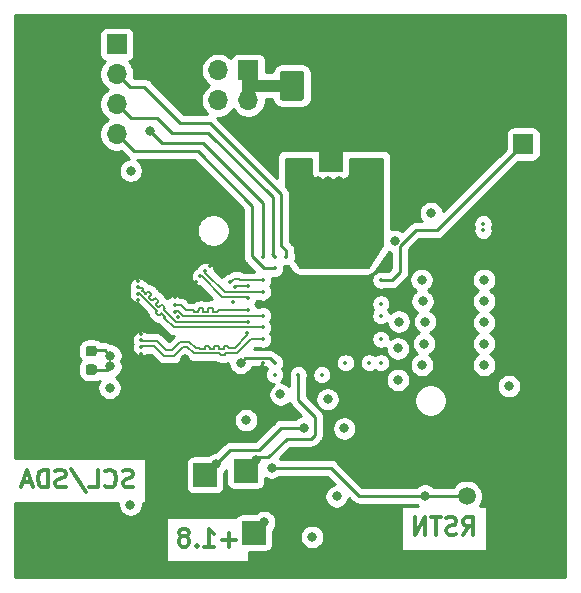
<source format=gbl>
G04 #@! TF.GenerationSoftware,KiCad,Pcbnew,(5.1.6)-1*
G04 #@! TF.CreationDate,2020-07-07T21:46:09+02:00*
G04 #@! TF.ProjectId,ToF_camera_VGA,546f465f-6361-46d6-9572-615f5647412e,rev?*
G04 #@! TF.SameCoordinates,Original*
G04 #@! TF.FileFunction,Copper,L4,Bot*
G04 #@! TF.FilePolarity,Positive*
%FSLAX46Y46*%
G04 Gerber Fmt 4.6, Leading zero omitted, Abs format (unit mm)*
G04 Created by KiCad (PCBNEW (5.1.6)-1) date 2020-07-07 21:46:09*
%MOMM*%
%LPD*%
G01*
G04 APERTURE LIST*
G04 #@! TA.AperFunction,NonConductor*
%ADD10C,0.300000*%
G04 #@! TD*
G04 #@! TA.AperFunction,SMDPad,CuDef*
%ADD11R,2.000000X2.000000*%
G04 #@! TD*
G04 #@! TA.AperFunction,ComponentPad*
%ADD12O,1.700000X1.700000*%
G04 #@! TD*
G04 #@! TA.AperFunction,ComponentPad*
%ADD13R,1.700000X1.700000*%
G04 #@! TD*
G04 #@! TA.AperFunction,SMDPad,CuDef*
%ADD14C,1.500000*%
G04 #@! TD*
G04 #@! TA.AperFunction,Conductor*
%ADD15R,2.000000X3.000000*%
G04 #@! TD*
G04 #@! TA.AperFunction,ViaPad*
%ADD16C,0.500000*%
G04 #@! TD*
G04 #@! TA.AperFunction,ViaPad*
%ADD17C,0.800000*%
G04 #@! TD*
G04 #@! TA.AperFunction,ViaPad*
%ADD18C,0.350000*%
G04 #@! TD*
G04 #@! TA.AperFunction,Conductor*
%ADD19C,1.000000*%
G04 #@! TD*
G04 #@! TA.AperFunction,Conductor*
%ADD20C,0.250000*%
G04 #@! TD*
G04 #@! TA.AperFunction,Conductor*
%ADD21C,0.100000*%
G04 #@! TD*
G04 #@! TA.AperFunction,Conductor*
%ADD22C,0.200000*%
G04 #@! TD*
G04 #@! TA.AperFunction,Conductor*
%ADD23C,0.254000*%
G04 #@! TD*
G04 APERTURE END LIST*
D10*
X129607142Y-125678571D02*
X130107142Y-124964285D01*
X130464285Y-125678571D02*
X130464285Y-124178571D01*
X129892857Y-124178571D01*
X129750000Y-124250000D01*
X129678571Y-124321428D01*
X129607142Y-124464285D01*
X129607142Y-124678571D01*
X129678571Y-124821428D01*
X129750000Y-124892857D01*
X129892857Y-124964285D01*
X130464285Y-124964285D01*
X129035714Y-125607142D02*
X128821428Y-125678571D01*
X128464285Y-125678571D01*
X128321428Y-125607142D01*
X128250000Y-125535714D01*
X128178571Y-125392857D01*
X128178571Y-125250000D01*
X128250000Y-125107142D01*
X128321428Y-125035714D01*
X128464285Y-124964285D01*
X128750000Y-124892857D01*
X128892857Y-124821428D01*
X128964285Y-124750000D01*
X129035714Y-124607142D01*
X129035714Y-124464285D01*
X128964285Y-124321428D01*
X128892857Y-124250000D01*
X128750000Y-124178571D01*
X128392857Y-124178571D01*
X128178571Y-124250000D01*
X127750000Y-124178571D02*
X126892857Y-124178571D01*
X127321428Y-125678571D02*
X127321428Y-124178571D01*
X126392857Y-125678571D02*
X126392857Y-124178571D01*
X125535714Y-125678571D01*
X125535714Y-124178571D01*
X101678571Y-121607142D02*
X101464285Y-121678571D01*
X101107142Y-121678571D01*
X100964285Y-121607142D01*
X100892857Y-121535714D01*
X100821428Y-121392857D01*
X100821428Y-121250000D01*
X100892857Y-121107142D01*
X100964285Y-121035714D01*
X101107142Y-120964285D01*
X101392857Y-120892857D01*
X101535714Y-120821428D01*
X101607142Y-120750000D01*
X101678571Y-120607142D01*
X101678571Y-120464285D01*
X101607142Y-120321428D01*
X101535714Y-120250000D01*
X101392857Y-120178571D01*
X101035714Y-120178571D01*
X100821428Y-120250000D01*
X99321428Y-121535714D02*
X99392857Y-121607142D01*
X99607142Y-121678571D01*
X99750000Y-121678571D01*
X99964285Y-121607142D01*
X100107142Y-121464285D01*
X100178571Y-121321428D01*
X100250000Y-121035714D01*
X100250000Y-120821428D01*
X100178571Y-120535714D01*
X100107142Y-120392857D01*
X99964285Y-120250000D01*
X99750000Y-120178571D01*
X99607142Y-120178571D01*
X99392857Y-120250000D01*
X99321428Y-120321428D01*
X97964285Y-121678571D02*
X98678571Y-121678571D01*
X98678571Y-120178571D01*
X96392857Y-120107142D02*
X97678571Y-122035714D01*
X95964285Y-121607142D02*
X95750000Y-121678571D01*
X95392857Y-121678571D01*
X95250000Y-121607142D01*
X95178571Y-121535714D01*
X95107142Y-121392857D01*
X95107142Y-121250000D01*
X95178571Y-121107142D01*
X95250000Y-121035714D01*
X95392857Y-120964285D01*
X95678571Y-120892857D01*
X95821428Y-120821428D01*
X95892857Y-120750000D01*
X95964285Y-120607142D01*
X95964285Y-120464285D01*
X95892857Y-120321428D01*
X95821428Y-120250000D01*
X95678571Y-120178571D01*
X95321428Y-120178571D01*
X95107142Y-120250000D01*
X94464285Y-121678571D02*
X94464285Y-120178571D01*
X94107142Y-120178571D01*
X93892857Y-120250000D01*
X93750000Y-120392857D01*
X93678571Y-120535714D01*
X93607142Y-120821428D01*
X93607142Y-121035714D01*
X93678571Y-121321428D01*
X93750000Y-121464285D01*
X93892857Y-121607142D01*
X94107142Y-121678571D01*
X94464285Y-121678571D01*
X93035714Y-121250000D02*
X92321428Y-121250000D01*
X93178571Y-121678571D02*
X92678571Y-120178571D01*
X92178571Y-121678571D01*
X110357142Y-126107142D02*
X109214285Y-126107142D01*
X109785714Y-126678571D02*
X109785714Y-125535714D01*
X107714285Y-126678571D02*
X108571428Y-126678571D01*
X108142857Y-126678571D02*
X108142857Y-125178571D01*
X108285714Y-125392857D01*
X108428571Y-125535714D01*
X108571428Y-125607142D01*
X107071428Y-126535714D02*
X107000000Y-126607142D01*
X107071428Y-126678571D01*
X107142857Y-126607142D01*
X107071428Y-126535714D01*
X107071428Y-126678571D01*
X106142857Y-125821428D02*
X106285714Y-125750000D01*
X106357142Y-125678571D01*
X106428571Y-125535714D01*
X106428571Y-125464285D01*
X106357142Y-125321428D01*
X106285714Y-125250000D01*
X106142857Y-125178571D01*
X105857142Y-125178571D01*
X105714285Y-125250000D01*
X105642857Y-125321428D01*
X105571428Y-125464285D01*
X105571428Y-125535714D01*
X105642857Y-125678571D01*
X105714285Y-125750000D01*
X105857142Y-125821428D01*
X106142857Y-125821428D01*
X106285714Y-125892857D01*
X106357142Y-125964285D01*
X106428571Y-126107142D01*
X106428571Y-126392857D01*
X106357142Y-126535714D01*
X106285714Y-126607142D01*
X106142857Y-126678571D01*
X105857142Y-126678571D01*
X105714285Y-126607142D01*
X105642857Y-126535714D01*
X105571428Y-126392857D01*
X105571428Y-126107142D01*
X105642857Y-125964285D01*
X105714285Y-125892857D01*
X105857142Y-125821428D01*
D11*
X118900000Y-98020000D03*
X107760000Y-120600000D03*
X111210000Y-120260000D03*
X111880000Y-125510000D03*
G04 #@! TA.AperFunction,SMDPad,CuDef*
G36*
G01*
X98386250Y-110562500D02*
X97873750Y-110562500D01*
G75*
G02*
X97655000Y-110343750I0J218750D01*
G01*
X97655000Y-109906250D01*
G75*
G02*
X97873750Y-109687500I218750J0D01*
G01*
X98386250Y-109687500D01*
G75*
G02*
X98605000Y-109906250I0J-218750D01*
G01*
X98605000Y-110343750D01*
G75*
G02*
X98386250Y-110562500I-218750J0D01*
G01*
G37*
G04 #@! TD.AperFunction*
G04 #@! TA.AperFunction,SMDPad,CuDef*
G36*
G01*
X98386250Y-112137500D02*
X97873750Y-112137500D01*
G75*
G02*
X97655000Y-111918750I0J218750D01*
G01*
X97655000Y-111481250D01*
G75*
G02*
X97873750Y-111262500I218750J0D01*
G01*
X98386250Y-111262500D01*
G75*
G02*
X98605000Y-111481250I0J-218750D01*
G01*
X98605000Y-111918750D01*
G75*
G02*
X98386250Y-112137500I-218750J0D01*
G01*
G37*
G04 #@! TD.AperFunction*
D12*
X127680000Y-86490000D03*
X127680000Y-89030000D03*
X125140000Y-86490000D03*
D13*
X125140000Y-89030000D03*
D12*
X108890000Y-88890000D03*
X108890000Y-86350000D03*
X111430000Y-88890000D03*
D13*
X111430000Y-86350000D03*
D14*
X129910000Y-122400000D03*
D13*
X134700000Y-92600000D03*
D15*
X118400000Y-93500000D03*
D16*
X118400000Y-94250000D03*
X118400000Y-93500000D03*
X118400000Y-92750000D03*
D12*
X100310000Y-91770000D03*
X100310000Y-89230000D03*
X100310000Y-86690000D03*
D13*
X100310000Y-84150000D03*
G04 #@! TA.AperFunction,SMDPad,CuDef*
G36*
G01*
X120315000Y-88685000D02*
X120315000Y-86635000D01*
G75*
G02*
X120565000Y-86385000I250000J0D01*
G01*
X122140000Y-86385000D01*
G75*
G02*
X122390000Y-86635000I0J-250000D01*
G01*
X122390000Y-88685000D01*
G75*
G02*
X122140000Y-88935000I-250000J0D01*
G01*
X120565000Y-88935000D01*
G75*
G02*
X120315000Y-88685000I0J250000D01*
G01*
G37*
G04 #@! TD.AperFunction*
G04 #@! TA.AperFunction,SMDPad,CuDef*
G36*
G01*
X114090000Y-88685000D02*
X114090000Y-86635000D01*
G75*
G02*
X114340000Y-86385000I250000J0D01*
G01*
X115915000Y-86385000D01*
G75*
G02*
X116165000Y-86635000I0J-250000D01*
G01*
X116165000Y-88685000D01*
G75*
G02*
X115915000Y-88935000I-250000J0D01*
G01*
X114340000Y-88935000D01*
G75*
G02*
X114090000Y-88685000I0J250000D01*
G01*
G37*
G04 #@! TD.AperFunction*
D17*
X133500000Y-113100000D03*
X131400000Y-111300000D03*
X131400000Y-109500000D03*
X131400000Y-107700000D03*
X131400000Y-105900000D03*
X131400000Y-104100000D03*
D18*
X131310000Y-99340000D03*
X131310000Y-99920000D03*
X121660000Y-111130000D03*
X119660000Y-111130000D03*
D17*
X111240000Y-115980000D03*
X123825464Y-100793255D03*
X124090000Y-109900000D03*
D18*
X122660000Y-107130000D03*
D17*
X126190000Y-105900000D03*
D18*
X122660000Y-111130000D03*
D17*
X126140000Y-111300000D03*
X124170000Y-107630000D03*
X126410000Y-107640000D03*
D18*
X122660000Y-106130000D03*
D17*
X126100000Y-104100000D03*
D18*
X122660000Y-109130000D03*
D17*
X126330000Y-109500000D03*
D18*
X113660000Y-112130000D03*
D17*
X118150000Y-114210000D03*
D18*
X114660000Y-109130000D03*
X115660000Y-109130000D03*
X115660000Y-110130000D03*
X116660000Y-110130000D03*
X117660000Y-110130000D03*
X118660000Y-110130000D03*
X119660000Y-110130000D03*
X120660000Y-110130000D03*
X120660000Y-112130000D03*
X119660000Y-112130000D03*
X120660000Y-109130000D03*
X119660000Y-109130000D03*
X118660000Y-109130000D03*
X117660000Y-109130000D03*
X116660000Y-109130000D03*
X116660000Y-108130000D03*
X115660000Y-108130000D03*
X114660000Y-108130000D03*
X114660000Y-107130000D03*
X115660000Y-107130000D03*
X116660000Y-107130000D03*
X117660000Y-107130000D03*
X120660000Y-108130000D03*
X119660000Y-108130000D03*
X118660000Y-108130000D03*
X117660000Y-108130000D03*
X120660000Y-107130000D03*
X119660000Y-107130000D03*
X120660000Y-106130000D03*
X119660000Y-106130000D03*
X118660000Y-107130000D03*
X118660000Y-106130000D03*
X120660000Y-104130000D03*
X119660000Y-104130000D03*
X120660000Y-105130000D03*
X119660000Y-105130000D03*
X118660000Y-104130000D03*
X118660000Y-105130000D03*
X117660000Y-104130000D03*
X117660000Y-105130000D03*
X116660000Y-104130000D03*
X116660000Y-105130000D03*
X117660000Y-106130000D03*
X116660000Y-106130000D03*
X115660000Y-106130000D03*
X114660000Y-106130000D03*
X114660000Y-105130000D03*
X115660000Y-105130000D03*
X115660000Y-104130000D03*
X121660000Y-112130000D03*
D17*
X122700000Y-119610000D03*
X109890000Y-116510000D03*
D18*
X112660000Y-111130000D03*
X108170000Y-102920000D03*
X107000000Y-104280000D03*
X109360000Y-103810000D03*
X102090000Y-105790000D03*
X102120000Y-104170000D03*
X105220000Y-105590000D03*
X105470000Y-107240000D03*
X102380000Y-108670000D03*
X102350000Y-110420000D03*
D17*
X106100000Y-110830000D03*
D18*
X110150000Y-106000000D03*
D17*
X124100000Y-112570000D03*
D18*
X117660000Y-112130000D03*
D17*
X119560000Y-116680000D03*
X126900000Y-98440000D03*
X114160000Y-113800000D03*
X112780000Y-124610000D03*
X118910000Y-122430000D03*
D18*
X122660000Y-104130000D03*
X115660000Y-102130000D03*
X116660000Y-102130000D03*
X117660000Y-102130000D03*
X118660000Y-102130000D03*
X119660000Y-102130000D03*
X120660000Y-102130000D03*
X121660000Y-102130000D03*
D17*
X115500000Y-95700000D03*
X116400000Y-95700000D03*
X117300000Y-95700000D03*
X118200000Y-95700000D03*
X119100000Y-95700000D03*
X120000000Y-95700000D03*
X120900000Y-95700000D03*
X121800000Y-95700000D03*
D18*
X112660000Y-109130000D03*
X102390000Y-109790000D03*
X111360000Y-108630000D03*
X102390000Y-109190000D03*
X111410000Y-104630000D03*
X110282133Y-104712133D03*
X112660000Y-104130000D03*
X109857867Y-104287867D03*
X112660000Y-108130000D03*
X102114792Y-105290000D03*
X111390000Y-107630000D03*
X102114792Y-104690000D03*
X111390000Y-105630000D03*
X107367867Y-103812133D03*
X112660000Y-105130000D03*
X107792133Y-103387867D03*
X112660000Y-107130000D03*
X105200000Y-106790000D03*
X111390000Y-106630000D03*
X105200000Y-106190000D03*
D17*
X101480000Y-94860000D03*
X99690000Y-113240000D03*
X116840000Y-125870000D03*
X101450000Y-123140000D03*
D18*
X112660000Y-102130000D03*
D17*
X103120000Y-91520000D03*
D18*
X114660000Y-102130000D03*
X113660000Y-102130000D03*
X113660000Y-103130000D03*
D17*
X126390000Y-122370000D03*
X113400000Y-120000000D03*
D18*
X115660000Y-112130000D03*
D17*
X112090000Y-119370000D03*
X108660000Y-119730000D03*
X116160000Y-116605000D03*
X110790000Y-111120000D03*
D18*
X113660000Y-111130000D03*
D17*
X99760344Y-111419943D03*
X99750000Y-110520000D03*
D19*
X111430000Y-86350000D02*
X111430000Y-87430000D01*
X111660000Y-87660000D02*
X111430000Y-87430000D01*
X115127500Y-87660000D02*
X111660000Y-87660000D01*
X111430000Y-87430000D02*
X111430000Y-88890000D01*
D20*
X114660000Y-109130000D02*
X115660000Y-109130000D01*
X115660000Y-110130000D02*
X116660000Y-110130000D01*
X117660000Y-110130000D02*
X118660000Y-110130000D01*
X119660000Y-110130000D02*
X120660000Y-110130000D01*
X120660000Y-112130000D02*
X119660000Y-112130000D01*
X120660000Y-109130000D02*
X119660000Y-109130000D01*
X118660000Y-109130000D02*
X117660000Y-109130000D01*
X116660000Y-109130000D02*
X116660000Y-108130000D01*
X115660000Y-108130000D02*
X114660000Y-108130000D01*
X114660000Y-107130000D02*
X115660000Y-107130000D01*
X116660000Y-107130000D02*
X117660000Y-107130000D01*
X120660000Y-108130000D02*
X119660000Y-108130000D01*
X118660000Y-108130000D02*
X117660000Y-108130000D01*
X120660000Y-107130000D02*
X119660000Y-107130000D01*
X120660000Y-106130000D02*
X119660000Y-106130000D01*
X118660000Y-107130000D02*
X118660000Y-106130000D01*
X120660000Y-104130000D02*
X119660000Y-104130000D01*
X120660000Y-105130000D02*
X119660000Y-105130000D01*
X118660000Y-104130000D02*
X118660000Y-105130000D01*
X117660000Y-104130000D02*
X117660000Y-105130000D01*
X116660000Y-104130000D02*
X116660000Y-105130000D01*
X117660000Y-106130000D02*
X116660000Y-106130000D01*
X115660000Y-106130000D02*
X114660000Y-106130000D01*
X114660000Y-105130000D02*
X115660000Y-105130000D01*
X115660000Y-104130000D02*
X115660000Y-105130000D01*
X122480000Y-112130000D02*
X122980000Y-112630000D01*
X121660000Y-112130000D02*
X122480000Y-112130000D01*
X109890000Y-117200000D02*
X109890000Y-116510000D01*
X112660000Y-111130000D02*
X112485001Y-111304999D01*
D21*
X108370000Y-102790000D02*
X108580000Y-102580000D01*
X108580000Y-102580000D02*
X109030000Y-102580000D01*
X106830000Y-104550000D02*
X107040000Y-104760000D01*
X108370000Y-102790000D02*
X109010000Y-102790000D01*
X109010000Y-102790000D02*
X109310000Y-103090000D01*
X109310000Y-103090000D02*
X109310000Y-103670000D01*
X105270000Y-105430000D02*
X105300000Y-105460000D01*
X105300000Y-105460000D02*
X105540000Y-105460000D01*
X102350000Y-110420000D02*
X102420000Y-110490000D01*
D20*
X106100000Y-110830000D02*
X105800000Y-111130000D01*
X122660000Y-104130000D02*
X123570000Y-104130000D01*
X123570000Y-104130000D02*
X124300000Y-103400000D01*
X124300000Y-103400000D02*
X124300000Y-101200000D01*
X124300000Y-101200000D02*
X125600000Y-99900000D01*
X127400000Y-99900000D02*
X134700000Y-92600000D01*
X125600000Y-99900000D02*
X127400000Y-99900000D01*
X115660000Y-100830000D02*
X115660000Y-102130000D01*
X116660000Y-102130000D02*
X116660000Y-100830000D01*
X116660000Y-100830000D02*
X115660000Y-100830000D01*
X117660000Y-102130000D02*
X117660000Y-100790000D01*
X117620000Y-100830000D02*
X116660000Y-100830000D01*
X117660000Y-100790000D02*
X117620000Y-100830000D01*
X118660000Y-102130000D02*
X118660000Y-100820000D01*
X118630000Y-100790000D02*
X117660000Y-100790000D01*
X118660000Y-100820000D02*
X118630000Y-100790000D01*
X120660000Y-102130000D02*
X120660000Y-100950000D01*
X120660000Y-100950000D02*
X120530000Y-100820000D01*
X119660000Y-100850000D02*
X119630000Y-100820000D01*
X119660000Y-102130000D02*
X119660000Y-100850000D01*
X120530000Y-100820000D02*
X119630000Y-100820000D01*
X119630000Y-100820000D02*
X118660000Y-100820000D01*
X121660000Y-102130000D02*
X121660000Y-100860000D01*
X121570000Y-100950000D02*
X120660000Y-100950000D01*
X121660000Y-100860000D02*
X121570000Y-100950000D01*
X115400000Y-95700000D02*
X116400000Y-95700000D01*
X117300000Y-95700000D02*
X118300000Y-95700000D01*
X119200000Y-95700000D02*
X120200000Y-95700000D01*
D22*
X103486800Y-109715000D02*
X102465000Y-109715000D01*
X105123200Y-110525000D02*
X104296800Y-110525000D01*
X105863200Y-109785000D02*
X105123200Y-110525000D01*
X109501934Y-110287793D02*
X109499022Y-110288812D01*
X109460631Y-110459127D02*
X109446574Y-110473184D01*
X109492588Y-110295246D02*
X109491569Y-110298158D01*
X109505000Y-110287448D02*
X109501934Y-110287793D01*
X109880513Y-110287793D02*
X109877448Y-110287448D01*
X109130257Y-110483761D02*
X109113425Y-110473184D01*
X109496410Y-110290453D02*
X109494229Y-110292634D01*
X109480000Y-110403776D02*
X109477774Y-110423531D01*
X109883425Y-110288812D02*
X109880513Y-110287793D01*
X106266800Y-109785000D02*
X105863200Y-109785000D01*
X109905000Y-110315000D02*
X109901934Y-110314654D01*
X109168776Y-110492552D02*
X109149021Y-110490327D01*
X109010978Y-110317226D02*
X108991224Y-110315000D01*
X109886037Y-110290453D02*
X109883425Y-110288812D01*
X108991224Y-110315000D02*
X106796800Y-110315000D01*
X110493199Y-110315000D02*
X109905000Y-110315000D01*
X109888218Y-110292634D02*
X109886037Y-110290453D01*
X109077774Y-110384022D02*
X109071208Y-110365258D01*
X109899022Y-110313635D02*
X109896410Y-110311994D01*
X109896410Y-110311994D02*
X109894229Y-110309813D01*
X109889859Y-110295246D02*
X109888218Y-110292634D01*
X112660000Y-109130000D02*
X111678199Y-109130000D01*
X109391224Y-110492552D02*
X109168776Y-110492552D01*
X109877448Y-110287448D02*
X109505000Y-110287448D01*
X102465000Y-109715000D02*
X102390000Y-109790000D01*
X109901934Y-110314654D02*
X109899022Y-110313635D01*
X109149021Y-110490327D02*
X109130257Y-110483761D01*
X109494229Y-110292634D02*
X109492588Y-110295246D01*
X109029742Y-110323792D02*
X109010978Y-110317226D01*
X109891569Y-110304289D02*
X109890878Y-110298158D01*
X106796800Y-110315000D02*
X106266800Y-109785000D01*
X109892588Y-110307201D02*
X109891569Y-110304289D01*
X109099368Y-110459127D02*
X109088791Y-110442295D01*
X109499022Y-110288812D02*
X109496410Y-110290453D01*
X111678199Y-109130000D02*
X110493199Y-110315000D01*
X109471208Y-110442295D02*
X109460631Y-110459127D01*
X109894229Y-110309813D02*
X109892588Y-110307201D01*
X109082225Y-110423531D02*
X109077774Y-110384022D01*
X109890878Y-110298158D02*
X109889859Y-110295246D01*
X109491569Y-110298158D02*
X109491224Y-110301224D01*
X109491224Y-110301224D02*
X109491224Y-110315000D01*
X109491224Y-110315000D02*
X109480000Y-110315000D01*
X109480000Y-110315000D02*
X109480000Y-110403776D01*
X109429742Y-110483761D02*
X109410978Y-110490327D01*
X104296800Y-110525000D02*
X103486800Y-109715000D01*
X109446574Y-110473184D02*
X109429742Y-110483761D01*
X109410978Y-110490327D02*
X109391224Y-110492552D01*
X109113425Y-110473184D02*
X109099368Y-110459127D01*
X109088791Y-110442295D02*
X109082225Y-110423531D01*
X109071208Y-110365258D02*
X109060631Y-110348426D01*
X109477774Y-110423531D02*
X109471208Y-110442295D01*
X109060631Y-110348426D02*
X109046574Y-110334369D01*
X109046574Y-110334369D02*
X109029742Y-110323792D01*
X111360000Y-108811801D02*
X111360000Y-108630000D01*
X110306801Y-109865000D02*
X111360000Y-108811801D01*
X109839907Y-109865000D02*
X110306801Y-109865000D01*
X109819900Y-109862746D02*
X109839907Y-109865000D01*
X109783850Y-109845386D02*
X109800897Y-109856097D01*
X109769614Y-109831150D02*
X109783850Y-109845386D01*
X109758903Y-109814103D02*
X109769614Y-109831150D01*
X109752254Y-109795100D02*
X109758903Y-109814103D01*
X109747745Y-109755086D02*
X109752254Y-109795100D01*
X109741096Y-109736083D02*
X109747745Y-109755086D01*
X109730385Y-109719036D02*
X109741096Y-109736083D01*
X109716149Y-109704800D02*
X109730385Y-109719036D01*
X109699102Y-109694089D02*
X109716149Y-109704800D01*
X109680099Y-109687440D02*
X109699102Y-109694089D01*
X109660093Y-109685185D02*
X109680099Y-109687440D01*
X109419900Y-109687440D02*
X109439907Y-109685185D01*
X109383850Y-109704800D02*
X109400897Y-109694089D01*
X109358903Y-109736083D02*
X109369614Y-109719036D01*
X109352254Y-109755086D02*
X109358903Y-109736083D01*
X108141096Y-109736083D02*
X108147745Y-109755086D01*
X107839907Y-109685185D02*
X108060093Y-109685185D01*
X107769614Y-109719036D02*
X107783850Y-109704800D01*
X108639907Y-109685185D02*
X108860093Y-109685185D01*
X109369614Y-109719036D02*
X109383850Y-109704800D01*
X107750000Y-109775092D02*
X107752254Y-109755086D01*
X108569614Y-109719036D02*
X108583850Y-109704800D01*
X107750000Y-109865000D02*
X107750000Y-109775092D01*
X108116149Y-109704800D02*
X108130385Y-109719036D01*
X109350000Y-109775092D02*
X109352254Y-109755086D01*
X108130385Y-109719036D02*
X108141096Y-109736083D01*
X107739907Y-109865000D02*
X107750000Y-109865000D01*
X108080099Y-109687440D02*
X108099102Y-109694089D01*
X107739907Y-109929907D02*
X107739907Y-109865000D01*
X108099102Y-109694089D02*
X108116149Y-109704800D01*
X107800897Y-109694089D02*
X107819900Y-109687440D01*
X107733479Y-109958070D02*
X107738279Y-109944351D01*
X108060093Y-109685185D02*
X108080099Y-109687440D01*
X109439907Y-109685185D02*
X109660093Y-109685185D01*
X107725746Y-109970376D02*
X107733479Y-109958070D01*
X107752254Y-109755086D02*
X107758903Y-109736083D01*
X108916149Y-109704800D02*
X108930385Y-109719036D01*
X107783850Y-109704800D02*
X107800897Y-109694089D01*
X107819900Y-109687440D02*
X107839907Y-109685185D01*
X107738279Y-109944351D02*
X107739907Y-109929907D01*
X107354067Y-109970376D02*
X107364345Y-109980654D01*
X108550000Y-109775092D02*
X108552254Y-109755086D01*
X105676800Y-109335000D02*
X106453200Y-109335000D01*
X109335839Y-109970376D02*
X109343572Y-109958070D01*
X102465000Y-109265000D02*
X103673200Y-109265000D01*
X109800897Y-109856097D02*
X109819900Y-109862746D01*
X107390370Y-109993187D02*
X107404814Y-109994815D01*
X108951627Y-109944351D02*
X108956427Y-109958070D01*
X102390000Y-109190000D02*
X102465000Y-109265000D01*
X109348372Y-109944351D02*
X109350000Y-109929908D01*
X107333479Y-109901744D02*
X107338279Y-109915463D01*
X108583850Y-109704800D02*
X108600897Y-109694089D01*
X109400897Y-109694089D02*
X109419900Y-109687440D01*
X107715468Y-109980654D02*
X107725746Y-109970376D01*
X108485093Y-109994815D02*
X108499536Y-109993187D01*
X107289443Y-109866627D02*
X107303162Y-109871427D01*
X108151627Y-109944351D02*
X108156427Y-109958070D01*
X108147745Y-109755086D02*
X108150000Y-109775092D01*
X108950000Y-109929908D02*
X108951627Y-109944351D01*
X104936800Y-110075000D02*
X105676800Y-109335000D01*
X107315468Y-109879160D02*
X107325746Y-109889438D01*
X108525561Y-109980654D02*
X108535839Y-109970376D01*
X108941096Y-109736083D02*
X108947745Y-109755086D01*
X107364345Y-109980654D02*
X107376651Y-109988387D01*
X108543572Y-109958070D02*
X108548372Y-109944351D01*
X106453200Y-109335000D02*
X106983200Y-109865000D01*
X108947745Y-109755086D02*
X108950000Y-109775092D01*
X109000463Y-109993187D02*
X109014907Y-109994815D01*
X107376651Y-109988387D02*
X107390370Y-109993187D01*
X109285093Y-109994815D02*
X109299536Y-109993187D01*
X107325746Y-109889438D02*
X107333479Y-109901744D01*
X108930385Y-109719036D02*
X108941096Y-109736083D01*
X107404814Y-109994815D02*
X107675000Y-109994815D01*
X108150000Y-109775092D02*
X108150000Y-109929908D01*
X107758903Y-109736083D02*
X107769614Y-109719036D01*
X106983200Y-109865000D02*
X107275000Y-109865000D01*
X109313255Y-109988387D02*
X109325561Y-109980654D01*
X107675000Y-109994815D02*
X107689443Y-109993187D01*
X108550000Y-109929908D02*
X108550000Y-109775092D01*
X108150000Y-109929908D02*
X108151627Y-109944351D01*
X108156427Y-109958070D02*
X108164160Y-109970376D01*
X108164160Y-109970376D02*
X108174438Y-109980654D01*
X108174438Y-109980654D02*
X108186744Y-109988387D01*
X108186744Y-109988387D02*
X108200463Y-109993187D01*
X108200463Y-109993187D02*
X108214907Y-109994815D01*
X108214907Y-109994815D02*
X108485093Y-109994815D01*
X107275000Y-109865000D02*
X107289443Y-109866627D01*
X108600897Y-109694089D02*
X108619900Y-109687440D01*
X108499536Y-109993187D02*
X108513255Y-109988387D01*
X109014907Y-109994815D02*
X109285093Y-109994815D01*
X108513255Y-109988387D02*
X108525561Y-109980654D01*
X107341534Y-109944351D02*
X107346334Y-109958070D01*
X108880099Y-109687440D02*
X108899102Y-109694089D01*
X108535839Y-109970376D02*
X108543572Y-109958070D01*
X108548372Y-109944351D02*
X108550000Y-109929908D01*
X107346334Y-109958070D02*
X107354067Y-109970376D01*
X108552254Y-109755086D02*
X108558903Y-109736083D01*
X108558903Y-109736083D02*
X108569614Y-109719036D01*
X108619900Y-109687440D02*
X108639907Y-109685185D01*
X104483200Y-110075000D02*
X104936800Y-110075000D01*
X108860093Y-109685185D02*
X108880099Y-109687440D01*
X108899102Y-109694089D02*
X108916149Y-109704800D01*
X108950000Y-109775092D02*
X108950000Y-109929908D01*
X108956427Y-109958070D02*
X108964160Y-109970376D01*
X103673200Y-109265000D02*
X104483200Y-110075000D01*
X108964160Y-109970376D02*
X108974438Y-109980654D01*
X108974438Y-109980654D02*
X108986744Y-109988387D01*
X107303162Y-109871427D02*
X107315468Y-109879160D01*
X108986744Y-109988387D02*
X109000463Y-109993187D01*
X107689443Y-109993187D02*
X107703162Y-109988387D01*
X109299536Y-109993187D02*
X109313255Y-109988387D01*
X109325561Y-109980654D02*
X109335839Y-109970376D01*
X107338279Y-109915463D02*
X107341534Y-109944351D01*
X109343572Y-109958070D02*
X109348372Y-109944351D01*
X107703162Y-109988387D02*
X107715468Y-109980654D01*
X109350000Y-109929908D02*
X109350000Y-109775092D01*
X110282133Y-104606066D02*
X110282133Y-104712133D01*
X111410000Y-104630000D02*
X111360000Y-104580000D01*
X110308199Y-104580000D02*
X110282133Y-104606066D01*
X111360000Y-104580000D02*
X110308199Y-104580000D01*
X109963934Y-104287867D02*
X109857867Y-104287867D01*
X110121801Y-104130000D02*
X109963934Y-104287867D01*
X110121801Y-104130000D02*
X110121801Y-104128199D01*
X110121801Y-104128199D02*
X110240000Y-104010000D01*
X110240000Y-104010000D02*
X110620000Y-104010000D01*
X110740000Y-104130000D02*
X112660000Y-104130000D01*
X110620000Y-104010000D02*
X110740000Y-104130000D01*
X107441801Y-108130000D02*
X112660000Y-108130000D01*
X105121800Y-108130000D02*
X107441801Y-108130000D01*
X104328260Y-107336460D02*
X105121800Y-108130000D01*
X104319183Y-107325079D02*
X104328260Y-107336460D01*
X103835370Y-107085543D02*
X103855020Y-107090028D01*
X103667211Y-106747471D02*
X103658466Y-106765631D01*
X103624588Y-106874760D02*
X103633333Y-106892920D01*
X104125970Y-106952607D02*
X104137351Y-106961684D01*
X104346891Y-107205838D02*
X104343653Y-107220031D01*
X103894825Y-107085543D02*
X103912984Y-107076798D01*
X103928742Y-107064231D02*
X103992386Y-107000586D01*
X103658466Y-106669857D02*
X103667211Y-106688017D01*
X103817211Y-107076798D02*
X103835370Y-107085543D01*
X103645900Y-106654100D02*
X103658466Y-106669857D01*
X103855020Y-107090028D02*
X103875175Y-107090028D01*
X104137351Y-106961684D02*
X104328259Y-107152592D01*
X103801453Y-107064231D02*
X103817211Y-107076798D01*
X104309627Y-107283214D02*
X104309628Y-107297772D01*
X103671696Y-106727822D02*
X103667211Y-106747471D01*
X104346892Y-107191282D02*
X104346891Y-107205838D01*
X102206800Y-105215000D02*
X103645900Y-106654100D01*
X102114792Y-105290000D02*
X102189792Y-105215000D01*
X103875175Y-107090028D02*
X103894825Y-107085543D01*
X102189792Y-105215000D02*
X102206800Y-105215000D01*
X104112856Y-106946292D02*
X104125970Y-106952607D01*
X104343652Y-107177089D02*
X104346892Y-107191282D01*
X103633333Y-106892920D02*
X103645900Y-106908678D01*
X103671696Y-106707666D02*
X103671696Y-106727822D01*
X103624588Y-106815306D02*
X103620103Y-106834955D01*
X104337336Y-107233145D02*
X104319182Y-107255907D01*
X103620103Y-106834955D02*
X103620103Y-106855111D01*
X104337337Y-107163975D02*
X104343652Y-107177089D01*
X103633333Y-106797146D02*
X103624588Y-106815306D01*
X103667211Y-106688017D02*
X103671696Y-106707666D01*
X104319182Y-107255907D02*
X104312867Y-107269023D01*
X103912984Y-107076798D02*
X103928742Y-107064231D01*
X103992386Y-107000586D02*
X103999452Y-107007652D01*
X103658466Y-106765631D02*
X103633333Y-106797146D01*
X104312867Y-107269023D02*
X104309627Y-107283214D01*
X103999452Y-107007652D02*
X104045419Y-106961686D01*
X104045419Y-106961686D02*
X104056798Y-106952607D01*
X104069914Y-106946291D02*
X104084107Y-106943053D01*
X103645900Y-106908678D02*
X103801453Y-107064231D01*
X104309628Y-107297772D02*
X104312866Y-107311963D01*
X104056798Y-106952607D02*
X104069914Y-106946291D01*
X104098663Y-106943052D02*
X104112856Y-106946292D01*
X104084107Y-106943053D02*
X104098663Y-106943052D01*
X104328259Y-107152592D02*
X104337337Y-107163975D01*
X103620103Y-106855111D02*
X103624588Y-106874760D01*
X104343653Y-107220031D02*
X104337336Y-107233145D01*
X104312866Y-107311963D02*
X104319183Y-107325079D01*
X104300926Y-106669179D02*
X104314888Y-106686687D01*
X104291211Y-106649005D02*
X104300926Y-106669179D01*
X104286228Y-106627174D02*
X104291211Y-106649005D01*
X104291211Y-106582949D02*
X104286227Y-106604780D01*
X104300926Y-106562773D02*
X104291211Y-106582949D01*
X104328850Y-106527759D02*
X104314889Y-106545267D01*
X104338566Y-106507583D02*
X104328850Y-106527759D01*
X104343549Y-106485753D02*
X104338566Y-106507583D01*
X104328851Y-106421353D02*
X104338567Y-106441529D01*
X104314888Y-106403845D02*
X104328851Y-106421353D01*
X103042022Y-105615450D02*
X103049309Y-105630582D01*
X103038285Y-105599077D02*
X103042022Y-105615450D01*
X103049309Y-105550777D02*
X103042022Y-105565909D01*
X103059780Y-105537647D02*
X103049309Y-105550777D01*
X103570104Y-105673066D02*
X103590278Y-105682781D01*
X103183527Y-105413905D02*
X103059780Y-105537647D01*
X103197488Y-105396397D02*
X103183527Y-105413905D01*
X103207205Y-105310167D02*
X103212186Y-105331997D01*
X103038285Y-105582282D02*
X103038285Y-105599077D01*
X103183526Y-105272483D02*
X103197489Y-105289991D01*
X104338567Y-106441529D02*
X104343548Y-106463359D01*
X103880041Y-106403928D02*
X103895173Y-106396642D01*
X102982590Y-105102401D02*
X103004423Y-105107385D01*
X103042022Y-105565909D02*
X103038285Y-105582282D01*
X104343548Y-106463359D02*
X104343549Y-106485753D01*
X102715512Y-105276304D02*
X102732307Y-105276304D01*
X102918191Y-105117100D02*
X102938367Y-105107385D01*
X103212187Y-105354391D02*
X103207204Y-105376221D01*
X102515595Y-104927330D02*
X102511858Y-104943703D01*
X102900685Y-105131064D02*
X102918191Y-105117100D01*
X102763812Y-105265280D02*
X102776942Y-105254808D01*
X103603966Y-106164758D02*
X103607703Y-106181131D01*
X104135785Y-106238747D02*
X104155959Y-106248462D01*
X102483628Y-104985096D02*
X102476341Y-105000228D01*
X103625461Y-106103328D02*
X103614990Y-106116458D01*
X102776942Y-105254808D02*
X102900685Y-105131064D01*
X102504571Y-104879030D02*
X102511858Y-104894162D01*
X105308200Y-107680000D02*
X111340000Y-107680000D01*
X102515595Y-104910535D02*
X102515595Y-104927330D01*
X103042105Y-105131062D02*
X103183526Y-105272483D01*
X102189792Y-104765000D02*
X102393200Y-104765000D01*
X103297987Y-105841985D02*
X103314360Y-105838247D01*
X103212186Y-105331997D02*
X103212187Y-105354391D01*
X102511858Y-104943703D02*
X102504571Y-104958835D01*
X102114792Y-104690000D02*
X102189792Y-104765000D01*
X102699138Y-105272566D02*
X102715512Y-105276304D01*
X103749207Y-105838164D02*
X103763170Y-105855672D01*
X102393200Y-104765000D02*
X102494100Y-104865900D01*
X103004423Y-105107385D02*
X103024597Y-105117100D01*
X111340000Y-107680000D02*
X111390000Y-107630000D01*
X103772886Y-105875848D02*
X103777867Y-105897678D01*
X102504571Y-104958835D02*
X102483628Y-104985096D01*
X102494100Y-104865900D02*
X102504571Y-104879030D01*
X103049309Y-105630582D02*
X103059780Y-105643713D01*
X102938367Y-105107385D02*
X102960198Y-105102402D01*
X103772885Y-105941902D02*
X103763169Y-105962078D01*
X103895173Y-106396642D02*
X103908303Y-106386170D01*
X102476341Y-105000228D02*
X102472604Y-105016601D01*
X103236556Y-105820489D02*
X103249687Y-105830961D01*
X102472604Y-105016601D02*
X102472604Y-105033396D01*
X103777867Y-105897678D02*
X103777868Y-105920072D01*
X102960198Y-105102402D02*
X102982590Y-105102401D01*
X103525879Y-105668083D02*
X103548271Y-105668082D01*
X102472604Y-105033396D02*
X102476341Y-105049769D01*
X103863668Y-106407666D02*
X103880041Y-106403928D01*
X102476341Y-105049769D02*
X102483628Y-105064901D01*
X102483628Y-105064901D02*
X102494100Y-105078032D01*
X103763170Y-105855672D02*
X103772886Y-105875848D01*
X102494100Y-105078032D02*
X102670876Y-105254808D01*
X103763169Y-105962078D02*
X103749208Y-105979586D01*
X103024597Y-105117100D02*
X103042105Y-105131062D01*
X102670876Y-105254808D02*
X102684007Y-105265280D01*
X103207204Y-105376221D02*
X103197488Y-105396397D01*
X103607703Y-106131590D02*
X103603966Y-106147963D01*
X103197489Y-105289991D02*
X103207205Y-105310167D01*
X104113952Y-106233763D02*
X104135785Y-106238747D01*
X102748680Y-105272566D02*
X102763812Y-105265280D01*
X102684007Y-105265280D02*
X102699138Y-105272566D01*
X103846873Y-106407666D02*
X103863668Y-106407666D01*
X102732307Y-105276304D02*
X102748680Y-105272566D01*
X103059780Y-105643713D02*
X103236556Y-105820489D01*
X103249687Y-105830961D02*
X103264818Y-105838247D01*
X103264818Y-105838247D02*
X103281192Y-105841985D01*
X103281192Y-105841985D02*
X103297987Y-105841985D01*
X103314360Y-105838247D02*
X103329492Y-105830961D01*
X103329492Y-105830961D02*
X103342622Y-105820489D01*
X103342622Y-105820489D02*
X103466366Y-105696745D01*
X104091560Y-106233764D02*
X104113952Y-106233763D01*
X103548271Y-105668082D02*
X103570104Y-105673066D01*
X103466366Y-105696745D02*
X103483872Y-105682781D01*
X103483872Y-105682781D02*
X103504048Y-105673066D01*
X102511858Y-104894162D02*
X102515595Y-104910535D01*
X104155959Y-106248462D02*
X104173467Y-106262424D01*
X103504048Y-105673066D02*
X103525879Y-105668083D01*
X104032047Y-106262426D02*
X104049553Y-106248462D01*
X103590278Y-105682781D02*
X103607786Y-105696743D01*
X103607786Y-105696743D02*
X103749207Y-105838164D01*
X103777868Y-105920072D02*
X103772885Y-105941902D01*
X103749208Y-105979586D02*
X103625461Y-106103328D01*
X103614990Y-106116458D02*
X103607703Y-106131590D01*
X103603966Y-106147963D02*
X103603966Y-106164758D01*
X103607703Y-106181131D02*
X103614990Y-106196263D01*
X104314889Y-106545267D02*
X104300926Y-106562773D01*
X103614990Y-106196263D02*
X103625461Y-106209394D01*
X103625461Y-106209394D02*
X103802237Y-106386170D01*
X104286227Y-106604780D02*
X104286228Y-106627174D01*
X103802237Y-106386170D02*
X103815368Y-106396642D01*
X103815368Y-106396642D02*
X103830499Y-106403928D01*
X103830499Y-106403928D02*
X103846873Y-106407666D01*
X103908303Y-106386170D02*
X104032047Y-106262426D01*
X104049553Y-106248462D02*
X104069729Y-106238747D01*
X104069729Y-106238747D02*
X104091560Y-106233764D01*
X104173467Y-106262424D02*
X104314888Y-106403845D01*
X104314888Y-106686687D02*
X105308200Y-107680000D01*
X107473934Y-103812133D02*
X107367867Y-103812133D01*
X109241801Y-105580000D02*
X107473934Y-103812133D01*
X111340000Y-105580000D02*
X109241801Y-105580000D01*
X111390000Y-105630000D02*
X111340000Y-105580000D01*
X109428199Y-105130000D02*
X107792133Y-103493934D01*
X112660000Y-105130000D02*
X109428199Y-105130000D01*
X107792133Y-103493934D02*
X107792133Y-103387867D01*
X112660000Y-107130000D02*
X110241800Y-107130000D01*
X105200000Y-106790000D02*
X105275000Y-106715000D01*
X105275000Y-106715000D02*
X105516800Y-106715000D01*
X105931800Y-107130000D02*
X110241800Y-107130000D01*
X105516800Y-106715000D02*
X105931800Y-107130000D01*
X111340000Y-106680000D02*
X111390000Y-106630000D01*
X107625000Y-106746901D02*
X107626677Y-106761787D01*
X107625000Y-106588099D02*
X107625000Y-106746901D01*
X108045049Y-106530801D02*
X108059601Y-106516249D01*
X107622695Y-106567650D02*
X107625000Y-106588099D01*
X107999811Y-106799205D02*
X108010404Y-106788612D01*
X108027304Y-106567650D02*
X108034100Y-106548226D01*
X107604950Y-106530801D02*
X107615899Y-106548226D01*
X107639595Y-106788612D02*
X107650188Y-106799205D01*
X108839595Y-106705188D02*
X108850188Y-106694595D01*
X107590398Y-106516249D02*
X107604950Y-106530801D01*
X108023322Y-106761787D02*
X108025000Y-106746901D01*
X108826677Y-106732013D02*
X108831625Y-106717873D01*
X108426677Y-106761787D02*
X108431625Y-106775927D01*
X107626677Y-106761787D02*
X107631625Y-106775927D01*
X107277026Y-106505300D02*
X107296450Y-106498504D01*
X107245049Y-106530801D02*
X107259601Y-106516249D01*
X107225000Y-106588099D02*
X107227304Y-106567650D01*
X107215222Y-106761787D02*
X107216900Y-106746900D01*
X107972986Y-106812123D02*
X107987126Y-106807175D01*
X108422695Y-106567650D02*
X108425000Y-106588099D01*
X107216900Y-106746900D02*
X107216900Y-106680000D01*
X106815222Y-106732013D02*
X106818577Y-106761787D01*
X108333100Y-106496199D02*
X108353549Y-106498504D01*
X107210274Y-106775927D02*
X107215222Y-106761787D01*
X107615899Y-106548226D02*
X107622695Y-106567650D01*
X108877013Y-106681677D02*
X108891900Y-106680000D01*
X107191711Y-106799205D02*
X107202304Y-106788612D01*
X107533100Y-106496199D02*
X107553549Y-106498504D01*
X107316900Y-106496199D02*
X107533100Y-106496199D01*
X108850188Y-106694595D02*
X108862873Y-106686625D01*
X106791711Y-106694595D02*
X106802304Y-106705188D01*
X108425000Y-106588099D02*
X108425000Y-106746901D01*
X108891900Y-106680000D02*
X111340000Y-106680000D01*
X106779026Y-106686625D02*
X106791711Y-106694595D01*
X108096450Y-106498504D02*
X108116900Y-106496199D01*
X106831495Y-106788612D02*
X106842088Y-106799205D01*
X106764886Y-106681677D02*
X106779026Y-106686625D01*
X106868913Y-106812123D02*
X106883800Y-106813801D01*
X108025000Y-106746901D02*
X108025000Y-106588099D01*
X108025000Y-106588099D02*
X108027304Y-106567650D01*
X105275000Y-106265000D02*
X105703200Y-106265000D01*
X106810274Y-106717873D02*
X106815222Y-106732013D01*
X108450188Y-106799205D02*
X108462873Y-106807175D01*
X106823525Y-106775927D02*
X106831495Y-106788612D01*
X108353549Y-106498504D02*
X108372973Y-106505300D01*
X106842088Y-106799205D02*
X106854773Y-106807175D01*
X107553549Y-106498504D02*
X107572973Y-106505300D01*
X108787126Y-106807175D02*
X108799811Y-106799205D01*
X107227304Y-106567650D02*
X107234100Y-106548226D01*
X105703200Y-106265000D02*
X106118200Y-106680000D01*
X107631625Y-106775927D02*
X107639595Y-106788612D01*
X107202304Y-106788612D02*
X107210274Y-106775927D01*
X108390398Y-106516249D02*
X108404950Y-106530801D01*
X107216900Y-106680000D02*
X107225000Y-106680000D01*
X107225000Y-106680000D02*
X107225000Y-106588099D01*
X108862873Y-106686625D02*
X108877013Y-106681677D01*
X106883800Y-106813801D02*
X107150000Y-106813801D01*
X107296450Y-106498504D02*
X107316900Y-106496199D01*
X108477013Y-106812123D02*
X108491900Y-106813801D01*
X106818577Y-106761787D02*
X106823525Y-106775927D01*
X107234100Y-106548226D02*
X107245049Y-106530801D01*
X107650188Y-106799205D02*
X107662873Y-106807175D01*
X106854773Y-106807175D02*
X106868913Y-106812123D01*
X108810404Y-106788612D02*
X108818374Y-106775927D01*
X106750000Y-106680000D02*
X106764886Y-106681677D01*
X108818374Y-106775927D02*
X108823322Y-106761787D01*
X107150000Y-106813801D02*
X107164886Y-106812123D01*
X107164886Y-106812123D02*
X107179026Y-106807175D01*
X108404950Y-106530801D02*
X108415899Y-106548226D01*
X107179026Y-106807175D02*
X107191711Y-106799205D01*
X107662873Y-106807175D02*
X107677013Y-106812123D01*
X107677013Y-106812123D02*
X107691900Y-106813801D01*
X107691900Y-106813801D02*
X107958100Y-106813801D01*
X107572973Y-106505300D02*
X107590398Y-106516249D01*
X107958100Y-106813801D02*
X107972986Y-106812123D01*
X107987126Y-106807175D02*
X107999811Y-106799205D01*
X108010404Y-106788612D02*
X108018374Y-106775927D01*
X108018374Y-106775927D02*
X108023322Y-106761787D01*
X108034100Y-106548226D02*
X108045049Y-106530801D01*
X108059601Y-106516249D02*
X108077026Y-106505300D01*
X105200000Y-106190000D02*
X105275000Y-106265000D01*
X108077026Y-106505300D02*
X108096450Y-106498504D01*
X108116900Y-106496199D02*
X108333100Y-106496199D01*
X108372973Y-106505300D02*
X108390398Y-106516249D01*
X108415899Y-106548226D02*
X108422695Y-106567650D01*
X108425000Y-106746901D02*
X108426677Y-106761787D01*
X108431625Y-106775927D02*
X108439595Y-106788612D01*
X108439595Y-106788612D02*
X108450188Y-106799205D01*
X106118200Y-106680000D02*
X106750000Y-106680000D01*
X108462873Y-106807175D02*
X108477013Y-106812123D01*
X106802304Y-106705188D02*
X106810274Y-106717873D01*
X108491900Y-106813801D02*
X108758100Y-106813801D01*
X108758100Y-106813801D02*
X108772986Y-106812123D01*
X108772986Y-106812123D02*
X108787126Y-106807175D01*
X107259601Y-106516249D02*
X107277026Y-106505300D01*
X108799811Y-106799205D02*
X108810404Y-106788612D01*
X108823322Y-106761787D02*
X108826677Y-106732013D01*
X108831625Y-106717873D02*
X108839595Y-106705188D01*
D20*
X112660000Y-102130000D02*
X112660000Y-97560000D01*
X104090000Y-92490000D02*
X103120000Y-91520000D01*
X107590000Y-92490000D02*
X104090000Y-92490000D01*
X112660000Y-97560000D02*
X107590000Y-92490000D01*
X105680000Y-90820000D02*
X102620000Y-87760000D01*
X114660000Y-102130000D02*
X114660000Y-101630000D01*
X102620000Y-87760000D02*
X101380000Y-87760000D01*
X114190000Y-101160000D02*
X114190000Y-96840000D01*
X101159999Y-87539999D02*
X100310000Y-86690000D01*
X114660000Y-101630000D02*
X114190000Y-101160000D01*
X101380000Y-87760000D02*
X101159999Y-87539999D01*
X114190000Y-96840000D02*
X108170000Y-90820000D01*
X108170000Y-90820000D02*
X105680000Y-90820000D01*
X113660000Y-102130000D02*
X113485001Y-101955001D01*
X113485001Y-101955001D02*
X113460000Y-101930000D01*
X113485001Y-101955001D02*
X113485001Y-97075001D01*
X113485001Y-97075001D02*
X108050000Y-91640000D01*
X103730000Y-90390000D02*
X101470000Y-90390000D01*
X108050000Y-91640000D02*
X104980000Y-91640000D01*
X101470000Y-90390000D02*
X100310000Y-89230000D01*
X104980000Y-91640000D02*
X103730000Y-90390000D01*
X112750000Y-103130000D02*
X113660000Y-103130000D01*
X111730000Y-102110000D02*
X112750000Y-103130000D01*
X111730000Y-97810000D02*
X111730000Y-102110000D01*
X100310000Y-91770000D02*
X100910000Y-92370000D01*
X101770000Y-93230000D02*
X107150000Y-93230000D01*
X100310000Y-91770000D02*
X101770000Y-93230000D01*
X107150000Y-93230000D02*
X111730000Y-97810000D01*
X129880000Y-122370000D02*
X129910000Y-122400000D01*
X126390000Y-122370000D02*
X129880000Y-122370000D01*
X120770000Y-122370000D02*
X126390000Y-122370000D01*
X118400000Y-120000000D02*
X120770000Y-122370000D01*
X113400000Y-120000000D02*
X118400000Y-120000000D01*
X115660000Y-114280000D02*
X115660000Y-112130000D01*
X117090000Y-115710000D02*
X115660000Y-114280000D01*
X117090000Y-117210000D02*
X117090000Y-115710000D01*
X112350000Y-119110000D02*
X113110000Y-119110000D01*
X114680000Y-117540000D02*
X116760000Y-117540000D01*
X116760000Y-117540000D02*
X117090000Y-117210000D01*
X112090000Y-119370000D02*
X112350000Y-119110000D01*
X113110000Y-119110000D02*
X114680000Y-117540000D01*
X112335012Y-118510000D02*
X114240012Y-116605000D01*
X114240012Y-116605000D02*
X116160000Y-116605000D01*
X109880000Y-118510000D02*
X112335012Y-118510000D01*
X108660000Y-119730000D02*
X109880000Y-118510000D01*
X110790000Y-111120000D02*
X111189999Y-110720001D01*
X111189999Y-110720001D02*
X113250001Y-110720001D01*
X113485001Y-110955001D02*
X113660000Y-111130000D01*
X113250001Y-110720001D02*
X113485001Y-110955001D01*
X99760344Y-111419943D02*
X99760057Y-111419943D01*
X99480000Y-111700000D02*
X98130000Y-111700000D01*
X99760057Y-111419943D02*
X99480000Y-111700000D01*
X99750000Y-110520000D02*
X99280000Y-110050000D01*
X98205000Y-110050000D02*
X98130000Y-110125000D01*
X99280000Y-110050000D02*
X98205000Y-110050000D01*
D23*
G36*
X116761928Y-95000000D02*
G01*
X116774188Y-95124482D01*
X116810498Y-95244180D01*
X116869463Y-95354494D01*
X116948815Y-95451185D01*
X117045506Y-95530537D01*
X117155820Y-95589502D01*
X117275518Y-95625812D01*
X117400000Y-95638072D01*
X119400000Y-95638072D01*
X119524482Y-95625812D01*
X119644180Y-95589502D01*
X119754494Y-95530537D01*
X119851185Y-95451185D01*
X119930537Y-95354494D01*
X119989502Y-95244180D01*
X120025812Y-95124482D01*
X120038072Y-95000000D01*
X120038072Y-93827000D01*
X122773000Y-93827000D01*
X122773000Y-101160711D01*
X121533013Y-102973000D01*
X115769998Y-102973000D01*
X115418247Y-102416061D01*
X115438872Y-102366268D01*
X115470000Y-102209778D01*
X115470000Y-102050222D01*
X115438872Y-101893732D01*
X115420000Y-101848171D01*
X115420000Y-101667322D01*
X115423676Y-101629999D01*
X115420000Y-101592676D01*
X115420000Y-101592667D01*
X115409003Y-101481014D01*
X115365546Y-101337753D01*
X115294974Y-101205724D01*
X115200001Y-101089999D01*
X115171002Y-101066200D01*
X114950000Y-100845199D01*
X114950000Y-96877325D01*
X114953676Y-96840000D01*
X114950000Y-96802675D01*
X114950000Y-96802667D01*
X114939003Y-96691014D01*
X114895546Y-96547753D01*
X114824974Y-96415724D01*
X114730001Y-96299999D01*
X114701003Y-96276201D01*
X114627000Y-96202198D01*
X114627000Y-93827000D01*
X116761928Y-93827000D01*
X116761928Y-95000000D01*
G37*
X116761928Y-95000000D02*
X116774188Y-95124482D01*
X116810498Y-95244180D01*
X116869463Y-95354494D01*
X116948815Y-95451185D01*
X117045506Y-95530537D01*
X117155820Y-95589502D01*
X117275518Y-95625812D01*
X117400000Y-95638072D01*
X119400000Y-95638072D01*
X119524482Y-95625812D01*
X119644180Y-95589502D01*
X119754494Y-95530537D01*
X119851185Y-95451185D01*
X119930537Y-95354494D01*
X119989502Y-95244180D01*
X120025812Y-95124482D01*
X120038072Y-95000000D01*
X120038072Y-93827000D01*
X122773000Y-93827000D01*
X122773000Y-101160711D01*
X121533013Y-102973000D01*
X115769998Y-102973000D01*
X115418247Y-102416061D01*
X115438872Y-102366268D01*
X115470000Y-102209778D01*
X115470000Y-102050222D01*
X115438872Y-101893732D01*
X115420000Y-101848171D01*
X115420000Y-101667322D01*
X115423676Y-101629999D01*
X115420000Y-101592676D01*
X115420000Y-101592667D01*
X115409003Y-101481014D01*
X115365546Y-101337753D01*
X115294974Y-101205724D01*
X115200001Y-101089999D01*
X115171002Y-101066200D01*
X114950000Y-100845199D01*
X114950000Y-96877325D01*
X114953676Y-96840000D01*
X114950000Y-96802675D01*
X114950000Y-96802667D01*
X114939003Y-96691014D01*
X114895546Y-96547753D01*
X114824974Y-96415724D01*
X114730001Y-96299999D01*
X114701003Y-96276201D01*
X114627000Y-96202198D01*
X114627000Y-93827000D01*
X116761928Y-93827000D01*
X116761928Y-95000000D01*
G36*
X138290000Y-129290000D02*
G01*
X91710000Y-129290000D01*
X91710000Y-124210000D01*
X104500715Y-124210000D01*
X104500715Y-128030000D01*
X111499286Y-128030000D01*
X111499286Y-127148072D01*
X112880000Y-127148072D01*
X113004482Y-127135812D01*
X113124180Y-127099502D01*
X113234494Y-127040537D01*
X113331185Y-126961185D01*
X113410537Y-126864494D01*
X113469502Y-126754180D01*
X113505812Y-126634482D01*
X113518072Y-126510000D01*
X113518072Y-125768061D01*
X115805000Y-125768061D01*
X115805000Y-125971939D01*
X115844774Y-126171898D01*
X115922795Y-126360256D01*
X116036063Y-126529774D01*
X116180226Y-126673937D01*
X116349744Y-126787205D01*
X116538102Y-126865226D01*
X116738061Y-126905000D01*
X116941939Y-126905000D01*
X117141898Y-126865226D01*
X117330256Y-126787205D01*
X117499774Y-126673937D01*
X117643937Y-126529774D01*
X117757205Y-126360256D01*
X117835226Y-126171898D01*
X117875000Y-125971939D01*
X117875000Y-125768061D01*
X117835226Y-125568102D01*
X117757205Y-125379744D01*
X117643937Y-125210226D01*
X117499774Y-125066063D01*
X117330256Y-124952795D01*
X117141898Y-124874774D01*
X116941939Y-124835000D01*
X116738061Y-124835000D01*
X116538102Y-124874774D01*
X116349744Y-124952795D01*
X116180226Y-125066063D01*
X116036063Y-125210226D01*
X115922795Y-125379744D01*
X115844774Y-125568102D01*
X115805000Y-125768061D01*
X113518072Y-125768061D01*
X113518072Y-125335639D01*
X113583937Y-125269774D01*
X113697205Y-125100256D01*
X113775226Y-124911898D01*
X113815000Y-124711939D01*
X113815000Y-124508061D01*
X113775226Y-124308102D01*
X113697205Y-124119744D01*
X113583937Y-123950226D01*
X113439774Y-123806063D01*
X113270256Y-123692795D01*
X113081898Y-123614774D01*
X112881939Y-123575000D01*
X112678061Y-123575000D01*
X112478102Y-123614774D01*
X112289744Y-123692795D01*
X112120226Y-123806063D01*
X112054361Y-123871928D01*
X110880000Y-123871928D01*
X110755518Y-123884188D01*
X110635820Y-123920498D01*
X110525506Y-123979463D01*
X110428815Y-124058815D01*
X110349463Y-124155506D01*
X110320335Y-124210000D01*
X104500715Y-124210000D01*
X91710000Y-124210000D01*
X91710000Y-123030000D01*
X100416603Y-123030000D01*
X100415000Y-123038061D01*
X100415000Y-123241939D01*
X100454774Y-123441898D01*
X100532795Y-123630256D01*
X100646063Y-123799774D01*
X100790226Y-123943937D01*
X100959744Y-124057205D01*
X101148102Y-124135226D01*
X101348061Y-124175000D01*
X101551939Y-124175000D01*
X101751898Y-124135226D01*
X101940256Y-124057205D01*
X102109774Y-123943937D01*
X102253937Y-123799774D01*
X102367205Y-123630256D01*
X102445226Y-123441898D01*
X102485000Y-123241939D01*
X102485000Y-123038061D01*
X102483397Y-123030000D01*
X102749286Y-123030000D01*
X102749286Y-119210000D01*
X91710000Y-119210000D01*
X91710000Y-115878061D01*
X110205000Y-115878061D01*
X110205000Y-116081939D01*
X110244774Y-116281898D01*
X110322795Y-116470256D01*
X110436063Y-116639774D01*
X110580226Y-116783937D01*
X110749744Y-116897205D01*
X110938102Y-116975226D01*
X111138061Y-117015000D01*
X111341939Y-117015000D01*
X111541898Y-116975226D01*
X111730256Y-116897205D01*
X111899774Y-116783937D01*
X112043937Y-116639774D01*
X112157205Y-116470256D01*
X112235226Y-116281898D01*
X112275000Y-116081939D01*
X112275000Y-115878061D01*
X112235226Y-115678102D01*
X112157205Y-115489744D01*
X112043937Y-115320226D01*
X111899774Y-115176063D01*
X111730256Y-115062795D01*
X111541898Y-114984774D01*
X111341939Y-114945000D01*
X111138061Y-114945000D01*
X110938102Y-114984774D01*
X110749744Y-115062795D01*
X110580226Y-115176063D01*
X110436063Y-115320226D01*
X110322795Y-115489744D01*
X110244774Y-115678102D01*
X110205000Y-115878061D01*
X91710000Y-115878061D01*
X91710000Y-109906250D01*
X97016928Y-109906250D01*
X97016928Y-110343750D01*
X97033392Y-110510908D01*
X97082150Y-110671642D01*
X97161329Y-110819775D01*
X97237426Y-110912500D01*
X97161329Y-111005225D01*
X97082150Y-111153358D01*
X97033392Y-111314092D01*
X97016928Y-111481250D01*
X97016928Y-111918750D01*
X97033392Y-112085908D01*
X97082150Y-112246642D01*
X97161329Y-112394775D01*
X97267885Y-112524615D01*
X97397725Y-112631171D01*
X97545858Y-112710350D01*
X97706592Y-112759108D01*
X97873750Y-112775572D01*
X98386250Y-112775572D01*
X98553408Y-112759108D01*
X98714142Y-112710350D01*
X98846327Y-112639695D01*
X98772795Y-112749744D01*
X98694774Y-112938102D01*
X98655000Y-113138061D01*
X98655000Y-113341939D01*
X98694774Y-113541898D01*
X98772795Y-113730256D01*
X98886063Y-113899774D01*
X99030226Y-114043937D01*
X99199744Y-114157205D01*
X99388102Y-114235226D01*
X99588061Y-114275000D01*
X99791939Y-114275000D01*
X99991898Y-114235226D01*
X100180256Y-114157205D01*
X100349774Y-114043937D01*
X100493937Y-113899774D01*
X100607205Y-113730256D01*
X100685226Y-113541898D01*
X100725000Y-113341939D01*
X100725000Y-113138061D01*
X100685226Y-112938102D01*
X100607205Y-112749744D01*
X100493937Y-112580226D01*
X100349774Y-112436063D01*
X100220436Y-112349642D01*
X100250600Y-112337148D01*
X100420118Y-112223880D01*
X100564281Y-112079717D01*
X100677549Y-111910199D01*
X100755570Y-111721841D01*
X100795344Y-111521882D01*
X100795344Y-111318004D01*
X100755570Y-111118045D01*
X100689064Y-110957485D01*
X100745226Y-110821898D01*
X100785000Y-110621939D01*
X100785000Y-110418061D01*
X100745226Y-110218102D01*
X100667205Y-110029744D01*
X100553937Y-109860226D01*
X100409774Y-109716063D01*
X100240256Y-109602795D01*
X100051898Y-109524774D01*
X99851939Y-109485000D01*
X99789540Y-109485000D01*
X99704276Y-109415026D01*
X99572247Y-109344454D01*
X99428986Y-109300997D01*
X99317333Y-109290000D01*
X99317322Y-109290000D01*
X99280000Y-109286324D01*
X99242678Y-109290000D01*
X98979461Y-109290000D01*
X98862275Y-109193829D01*
X98714142Y-109114650D01*
X98553408Y-109065892D01*
X98386250Y-109049428D01*
X97873750Y-109049428D01*
X97706592Y-109065892D01*
X97545858Y-109114650D01*
X97397725Y-109193829D01*
X97267885Y-109300385D01*
X97161329Y-109430225D01*
X97082150Y-109578358D01*
X97033392Y-109739092D01*
X97016928Y-109906250D01*
X91710000Y-109906250D01*
X91710000Y-99793589D01*
X107075000Y-99793589D01*
X107075000Y-100066411D01*
X107128225Y-100333989D01*
X107232629Y-100586043D01*
X107384201Y-100812886D01*
X107577114Y-101005799D01*
X107803957Y-101157371D01*
X108056011Y-101261775D01*
X108323589Y-101315000D01*
X108596411Y-101315000D01*
X108863989Y-101261775D01*
X109116043Y-101157371D01*
X109342886Y-101005799D01*
X109535799Y-100812886D01*
X109687371Y-100586043D01*
X109791775Y-100333989D01*
X109845000Y-100066411D01*
X109845000Y-99793589D01*
X109791775Y-99526011D01*
X109687371Y-99273957D01*
X109535799Y-99047114D01*
X109342886Y-98854201D01*
X109116043Y-98702629D01*
X108863989Y-98598225D01*
X108596411Y-98545000D01*
X108323589Y-98545000D01*
X108056011Y-98598225D01*
X107803957Y-98702629D01*
X107577114Y-98854201D01*
X107384201Y-99047114D01*
X107232629Y-99273957D01*
X107128225Y-99526011D01*
X107075000Y-99793589D01*
X91710000Y-99793589D01*
X91710000Y-83300000D01*
X98821928Y-83300000D01*
X98821928Y-85000000D01*
X98834188Y-85124482D01*
X98870498Y-85244180D01*
X98929463Y-85354494D01*
X99008815Y-85451185D01*
X99105506Y-85530537D01*
X99215820Y-85589502D01*
X99288380Y-85611513D01*
X99156525Y-85743368D01*
X98994010Y-85986589D01*
X98882068Y-86256842D01*
X98825000Y-86543740D01*
X98825000Y-86836260D01*
X98882068Y-87123158D01*
X98994010Y-87393411D01*
X99156525Y-87636632D01*
X99363368Y-87843475D01*
X99537760Y-87960000D01*
X99363368Y-88076525D01*
X99156525Y-88283368D01*
X98994010Y-88526589D01*
X98882068Y-88796842D01*
X98825000Y-89083740D01*
X98825000Y-89376260D01*
X98882068Y-89663158D01*
X98994010Y-89933411D01*
X99156525Y-90176632D01*
X99363368Y-90383475D01*
X99537760Y-90500000D01*
X99363368Y-90616525D01*
X99156525Y-90823368D01*
X98994010Y-91066589D01*
X98882068Y-91336842D01*
X98825000Y-91623740D01*
X98825000Y-91916260D01*
X98882068Y-92203158D01*
X98994010Y-92473411D01*
X99156525Y-92716632D01*
X99363368Y-92923475D01*
X99606589Y-93085990D01*
X99876842Y-93197932D01*
X100163740Y-93255000D01*
X100456260Y-93255000D01*
X100676408Y-93211210D01*
X101206200Y-93741002D01*
X101229999Y-93770001D01*
X101312827Y-93837976D01*
X101178102Y-93864774D01*
X100989744Y-93942795D01*
X100820226Y-94056063D01*
X100676063Y-94200226D01*
X100562795Y-94369744D01*
X100484774Y-94558102D01*
X100445000Y-94758061D01*
X100445000Y-94961939D01*
X100484774Y-95161898D01*
X100562795Y-95350256D01*
X100676063Y-95519774D01*
X100820226Y-95663937D01*
X100989744Y-95777205D01*
X101178102Y-95855226D01*
X101378061Y-95895000D01*
X101581939Y-95895000D01*
X101781898Y-95855226D01*
X101970256Y-95777205D01*
X102139774Y-95663937D01*
X102283937Y-95519774D01*
X102397205Y-95350256D01*
X102475226Y-95161898D01*
X102515000Y-94961939D01*
X102515000Y-94758061D01*
X102475226Y-94558102D01*
X102397205Y-94369744D01*
X102283937Y-94200226D01*
X102139774Y-94056063D01*
X102040903Y-93990000D01*
X106835199Y-93990000D01*
X110970000Y-98124802D01*
X110970001Y-102072668D01*
X110966324Y-102110000D01*
X110980998Y-102258985D01*
X111024454Y-102402246D01*
X111095026Y-102534276D01*
X111164556Y-102618997D01*
X111190000Y-102650001D01*
X111218998Y-102673799D01*
X111940198Y-103395000D01*
X111028612Y-103395000D01*
X110902633Y-103327663D01*
X110764085Y-103285635D01*
X110656105Y-103275000D01*
X110620000Y-103271444D01*
X110583895Y-103275000D01*
X110276105Y-103275000D01*
X110240000Y-103271444D01*
X110203895Y-103275000D01*
X110095915Y-103285635D01*
X109957367Y-103327663D01*
X109829680Y-103395913D01*
X109717762Y-103487762D01*
X109715698Y-103490278D01*
X109621599Y-103508995D01*
X109474188Y-103570055D01*
X109341522Y-103658699D01*
X109228699Y-103771522D01*
X109180822Y-103843176D01*
X108591307Y-103253661D01*
X108571005Y-103151599D01*
X108509945Y-103004188D01*
X108421301Y-102871522D01*
X108308478Y-102758699D01*
X108175812Y-102670055D01*
X108028401Y-102608995D01*
X107871911Y-102577867D01*
X107712355Y-102577867D01*
X107555865Y-102608995D01*
X107408454Y-102670055D01*
X107275788Y-102758699D01*
X107162965Y-102871522D01*
X107074321Y-103004188D01*
X107047922Y-103067922D01*
X106984188Y-103094321D01*
X106851522Y-103182965D01*
X106738699Y-103295788D01*
X106650055Y-103428454D01*
X106588995Y-103575865D01*
X106557867Y-103732355D01*
X106557867Y-103891911D01*
X106588995Y-104048401D01*
X106650055Y-104195812D01*
X106738699Y-104328478D01*
X106851522Y-104441301D01*
X106984188Y-104529945D01*
X107131599Y-104591005D01*
X107233661Y-104611307D01*
X108384718Y-105762364D01*
X108379549Y-105761781D01*
X108374375Y-105761708D01*
X108369205Y-105761199D01*
X108338199Y-105761199D01*
X108271058Y-105760254D01*
X108265931Y-105761199D01*
X108184072Y-105761199D01*
X108178945Y-105760254D01*
X108111760Y-105761199D01*
X108080795Y-105761199D01*
X108075636Y-105761707D01*
X108070454Y-105761780D01*
X108039769Y-105765239D01*
X107993233Y-105767196D01*
X107975056Y-105771613D01*
X107972815Y-105771834D01*
X107967447Y-105773462D01*
X107932868Y-105781866D01*
X107872140Y-105794836D01*
X107843617Y-105807123D01*
X107825000Y-105812205D01*
X107806382Y-105807123D01*
X107777862Y-105794837D01*
X107717129Y-105781865D01*
X107682570Y-105773467D01*
X107677185Y-105771834D01*
X107674937Y-105771613D01*
X107656766Y-105767197D01*
X107610232Y-105765239D01*
X107579549Y-105761781D01*
X107574375Y-105761708D01*
X107569205Y-105761199D01*
X107538199Y-105761199D01*
X107471058Y-105760254D01*
X107465931Y-105761199D01*
X107384072Y-105761199D01*
X107378945Y-105760254D01*
X107311760Y-105761199D01*
X107280795Y-105761199D01*
X107275636Y-105761707D01*
X107270454Y-105761780D01*
X107239769Y-105765239D01*
X107193233Y-105767196D01*
X107175056Y-105771613D01*
X107172815Y-105771834D01*
X107167447Y-105773462D01*
X107132868Y-105781866D01*
X107072140Y-105794836D01*
X107043617Y-105807123D01*
X107013637Y-105815307D01*
X106958117Y-105843011D01*
X106901806Y-105869160D01*
X106876702Y-105887506D01*
X106849282Y-105902162D01*
X106801285Y-105941553D01*
X106796094Y-105945575D01*
X106791251Y-105945507D01*
X106786105Y-105945000D01*
X106755076Y-105945000D01*
X106733251Y-105944694D01*
X106723485Y-105944283D01*
X106721866Y-105944535D01*
X106687912Y-105944059D01*
X106682809Y-105945000D01*
X106422646Y-105945000D01*
X106248459Y-105770813D01*
X106225438Y-105742762D01*
X106113520Y-105650913D01*
X105985833Y-105582663D01*
X105847285Y-105540635D01*
X105805819Y-105536551D01*
X105703200Y-105526444D01*
X105669802Y-105529733D01*
X105583679Y-105472188D01*
X105436268Y-105411128D01*
X105279778Y-105380000D01*
X105120222Y-105380000D01*
X104963732Y-105411128D01*
X104816321Y-105472188D01*
X104683655Y-105560832D01*
X104591410Y-105653077D01*
X104584242Y-105648712D01*
X104583786Y-105648338D01*
X104582488Y-105647644D01*
X104547032Y-105626054D01*
X104494939Y-105592294D01*
X104465228Y-105580473D01*
X104443534Y-105568082D01*
X104431164Y-105546420D01*
X104419326Y-105516669D01*
X104385574Y-105464592D01*
X104363985Y-105429139D01*
X104363293Y-105427844D01*
X104362919Y-105427389D01*
X104353288Y-105411572D01*
X104322034Y-105377570D01*
X104320640Y-105375872D01*
X104301327Y-105351655D01*
X104297732Y-105347958D01*
X104294460Y-105343971D01*
X104272557Y-105322068D01*
X104225686Y-105273866D01*
X104221412Y-105270923D01*
X104175018Y-105224529D01*
X104172067Y-105220244D01*
X104123867Y-105173378D01*
X104101979Y-105151490D01*
X104097984Y-105148212D01*
X104094275Y-105144605D01*
X104070044Y-105125282D01*
X104068374Y-105123912D01*
X104034377Y-105092662D01*
X104018561Y-105083031D01*
X104018105Y-105082657D01*
X104016807Y-105081963D01*
X103981351Y-105060373D01*
X103929258Y-105026613D01*
X103899547Y-105014792D01*
X103877853Y-105002401D01*
X103865483Y-104980739D01*
X103853645Y-104950988D01*
X103819893Y-104898911D01*
X103798304Y-104863458D01*
X103797612Y-104862163D01*
X103797238Y-104861708D01*
X103787607Y-104845891D01*
X103756353Y-104811889D01*
X103754959Y-104810191D01*
X103735646Y-104785974D01*
X103732051Y-104782277D01*
X103728779Y-104778290D01*
X103706876Y-104756387D01*
X103660005Y-104708185D01*
X103655731Y-104705242D01*
X103609337Y-104658848D01*
X103606386Y-104654563D01*
X103558186Y-104607697D01*
X103536298Y-104585809D01*
X103532303Y-104582531D01*
X103528594Y-104578924D01*
X103504363Y-104559601D01*
X103502693Y-104558231D01*
X103468696Y-104526981D01*
X103452880Y-104517350D01*
X103452424Y-104516976D01*
X103451126Y-104516282D01*
X103415670Y-104494692D01*
X103363577Y-104460932D01*
X103333866Y-104449111D01*
X103306104Y-104433254D01*
X103247198Y-104413563D01*
X103188888Y-104392237D01*
X103157277Y-104387322D01*
X103126642Y-104378030D01*
X103064876Y-104371949D01*
X103035920Y-104368274D01*
X103017466Y-104349820D01*
X102999027Y-104330857D01*
X102996711Y-104328337D01*
X102996248Y-104327999D01*
X102970591Y-104301612D01*
X102966310Y-104298664D01*
X102938459Y-104270813D01*
X102915438Y-104242762D01*
X102803520Y-104150913D01*
X102675833Y-104082663D01*
X102643012Y-104072707D01*
X102631137Y-104060832D01*
X102498471Y-103972188D01*
X102351060Y-103911128D01*
X102194570Y-103880000D01*
X102035014Y-103880000D01*
X101878524Y-103911128D01*
X101731113Y-103972188D01*
X101598447Y-104060832D01*
X101485624Y-104173655D01*
X101396980Y-104306321D01*
X101335920Y-104453732D01*
X101304792Y-104610222D01*
X101304792Y-104769778D01*
X101335920Y-104926268D01*
X101362319Y-104990000D01*
X101335920Y-105053732D01*
X101304792Y-105210222D01*
X101304792Y-105369778D01*
X101335920Y-105526268D01*
X101396980Y-105673679D01*
X101485624Y-105806345D01*
X101598447Y-105919168D01*
X101731113Y-106007812D01*
X101878524Y-106068872D01*
X102035014Y-106100000D01*
X102052354Y-106100000D01*
X102889637Y-106937284D01*
X102889651Y-106937397D01*
X102895738Y-106999196D01*
X102904699Y-107028736D01*
X102909439Y-107059221D01*
X102930766Y-107117536D01*
X102950450Y-107176426D01*
X102965757Y-107203227D01*
X102977172Y-107231914D01*
X103010941Y-107284019D01*
X103028751Y-107313267D01*
X103031814Y-107318997D01*
X103033467Y-107321011D01*
X103043212Y-107337015D01*
X103074756Y-107371333D01*
X103093773Y-107395179D01*
X103097372Y-107398880D01*
X103100647Y-107402871D01*
X103122551Y-107424775D01*
X103169413Y-107472969D01*
X103173691Y-107475915D01*
X103234215Y-107536439D01*
X103237161Y-107540717D01*
X103285355Y-107587579D01*
X103307260Y-107609484D01*
X103311251Y-107612760D01*
X103314952Y-107616358D01*
X103338786Y-107635366D01*
X103373103Y-107666910D01*
X103389114Y-107676660D01*
X103391133Y-107678317D01*
X103396876Y-107681387D01*
X103426123Y-107699197D01*
X103478217Y-107732959D01*
X103506902Y-107744373D01*
X103533711Y-107759684D01*
X103592592Y-107779365D01*
X103650894Y-107800688D01*
X103681391Y-107805431D01*
X103710935Y-107814393D01*
X103772750Y-107820481D01*
X103774315Y-107820680D01*
X103776150Y-107822981D01*
X103779743Y-107826676D01*
X103783007Y-107830653D01*
X103804905Y-107852551D01*
X103819493Y-107867553D01*
X103827072Y-107875797D01*
X103828587Y-107876904D01*
X103851793Y-107900768D01*
X103856060Y-107903706D01*
X104576546Y-108624193D01*
X104599562Y-108652238D01*
X104711480Y-108744087D01*
X104839167Y-108812337D01*
X104931105Y-108840226D01*
X104977714Y-108854365D01*
X105105411Y-108866942D01*
X104710000Y-109262353D01*
X104218458Y-108770812D01*
X104195438Y-108742762D01*
X104083520Y-108650913D01*
X103955833Y-108582663D01*
X103817285Y-108540635D01*
X103709305Y-108530000D01*
X103673200Y-108526444D01*
X103637095Y-108530000D01*
X102860201Y-108530000D01*
X102773679Y-108472188D01*
X102626268Y-108411128D01*
X102469778Y-108380000D01*
X102310222Y-108380000D01*
X102153732Y-108411128D01*
X102006321Y-108472188D01*
X101873655Y-108560832D01*
X101760832Y-108673655D01*
X101672188Y-108806321D01*
X101611128Y-108953732D01*
X101580000Y-109110222D01*
X101580000Y-109269778D01*
X101611128Y-109426268D01*
X101637527Y-109490000D01*
X101611128Y-109553732D01*
X101580000Y-109710222D01*
X101580000Y-109869778D01*
X101611128Y-110026268D01*
X101672188Y-110173679D01*
X101760832Y-110306345D01*
X101873655Y-110419168D01*
X102006321Y-110507812D01*
X102153732Y-110568872D01*
X102310222Y-110600000D01*
X102469778Y-110600000D01*
X102626268Y-110568872D01*
X102773679Y-110507812D01*
X102860201Y-110450000D01*
X103182354Y-110450000D01*
X103751546Y-111019193D01*
X103774562Y-111047238D01*
X103886480Y-111139087D01*
X104014167Y-111207337D01*
X104110686Y-111236616D01*
X104152714Y-111249365D01*
X104296800Y-111263556D01*
X104332905Y-111260000D01*
X105087095Y-111260000D01*
X105123200Y-111263556D01*
X105159305Y-111260000D01*
X105267285Y-111249365D01*
X105405833Y-111207337D01*
X105533520Y-111139087D01*
X105645438Y-111047238D01*
X105668458Y-111019188D01*
X106065000Y-110622647D01*
X106251546Y-110809192D01*
X106274562Y-110837238D01*
X106386480Y-110929087D01*
X106514167Y-110997337D01*
X106596624Y-111022350D01*
X106652714Y-111039365D01*
X106661528Y-111040233D01*
X106760695Y-111050000D01*
X106760702Y-111050000D01*
X106796799Y-111053555D01*
X106832896Y-111050000D01*
X108657691Y-111050000D01*
X108703106Y-111087271D01*
X108730202Y-111101754D01*
X108755010Y-111119885D01*
X108811305Y-111146029D01*
X108866850Y-111173747D01*
X108896516Y-111181846D01*
X108924769Y-111194014D01*
X108985464Y-111206972D01*
X109017877Y-111214850D01*
X109024691Y-111216917D01*
X109027533Y-111217197D01*
X109045772Y-111221630D01*
X109092359Y-111223592D01*
X109122392Y-111226974D01*
X109127533Y-111227046D01*
X109132671Y-111227552D01*
X109163701Y-111227552D01*
X109230883Y-111228492D01*
X109235980Y-111227552D01*
X109324024Y-111227552D01*
X109329121Y-111228492D01*
X109396303Y-111227552D01*
X109427329Y-111227552D01*
X109432467Y-111227046D01*
X109437612Y-111226974D01*
X109467643Y-111223592D01*
X109514227Y-111221630D01*
X109532465Y-111217197D01*
X109535309Y-111216917D01*
X109542127Y-111214849D01*
X109574535Y-111206972D01*
X109635234Y-111194013D01*
X109663483Y-111181846D01*
X109693149Y-111173747D01*
X109748688Y-111146032D01*
X109755000Y-111143101D01*
X109755000Y-111221939D01*
X109794774Y-111421898D01*
X109872795Y-111610256D01*
X109986063Y-111779774D01*
X110130226Y-111923937D01*
X110299744Y-112037205D01*
X110488102Y-112115226D01*
X110688061Y-112155000D01*
X110891939Y-112155000D01*
X111091898Y-112115226D01*
X111280256Y-112037205D01*
X111449774Y-111923937D01*
X111593937Y-111779774D01*
X111707205Y-111610256D01*
X111761159Y-111480001D01*
X112928238Y-111480001D01*
X112942188Y-111513679D01*
X113019911Y-111630000D01*
X112942188Y-111746321D01*
X112881128Y-111893732D01*
X112850000Y-112050222D01*
X112850000Y-112209778D01*
X112881128Y-112366268D01*
X112942188Y-112513679D01*
X113030832Y-112646345D01*
X113143655Y-112759168D01*
X113276321Y-112847812D01*
X113423732Y-112908872D01*
X113580222Y-112940000D01*
X113584130Y-112940000D01*
X113500226Y-112996063D01*
X113356063Y-113140226D01*
X113242795Y-113309744D01*
X113164774Y-113498102D01*
X113125000Y-113698061D01*
X113125000Y-113901939D01*
X113164774Y-114101898D01*
X113242795Y-114290256D01*
X113356063Y-114459774D01*
X113500226Y-114603937D01*
X113669744Y-114717205D01*
X113858102Y-114795226D01*
X114058061Y-114835000D01*
X114261939Y-114835000D01*
X114461898Y-114795226D01*
X114650256Y-114717205D01*
X114819774Y-114603937D01*
X114930484Y-114493227D01*
X114936148Y-114511898D01*
X114954454Y-114572246D01*
X115025026Y-114704276D01*
X115035637Y-114717205D01*
X115119999Y-114820001D01*
X115149002Y-114843803D01*
X115905537Y-115600339D01*
X115858102Y-115609774D01*
X115669744Y-115687795D01*
X115500226Y-115801063D01*
X115456289Y-115845000D01*
X114277335Y-115845000D01*
X114240012Y-115841324D01*
X114202689Y-115845000D01*
X114202679Y-115845000D01*
X114091026Y-115855997D01*
X113947765Y-115899454D01*
X113815736Y-115970026D01*
X113700011Y-116064999D01*
X113676213Y-116093997D01*
X112020211Y-117750000D01*
X109917333Y-117750000D01*
X109880000Y-117746323D01*
X109842667Y-117750000D01*
X109731014Y-117760997D01*
X109587753Y-117804454D01*
X109455724Y-117875026D01*
X109339999Y-117969999D01*
X109316201Y-117998997D01*
X108620199Y-118695000D01*
X108558061Y-118695000D01*
X108358102Y-118734774D01*
X108169744Y-118812795D01*
X108000226Y-118926063D01*
X107964361Y-118961928D01*
X106760000Y-118961928D01*
X106635518Y-118974188D01*
X106515820Y-119010498D01*
X106405506Y-119069463D01*
X106308815Y-119148815D01*
X106229463Y-119245506D01*
X106170498Y-119355820D01*
X106134188Y-119475518D01*
X106121928Y-119600000D01*
X106121928Y-121600000D01*
X106134188Y-121724482D01*
X106170498Y-121844180D01*
X106229463Y-121954494D01*
X106308815Y-122051185D01*
X106405506Y-122130537D01*
X106515820Y-122189502D01*
X106635518Y-122225812D01*
X106760000Y-122238072D01*
X108760000Y-122238072D01*
X108884482Y-122225812D01*
X109004180Y-122189502D01*
X109114494Y-122130537D01*
X109211185Y-122051185D01*
X109290537Y-121954494D01*
X109349502Y-121844180D01*
X109385812Y-121724482D01*
X109398072Y-121600000D01*
X109398072Y-120455639D01*
X109463937Y-120389774D01*
X109571928Y-120228154D01*
X109571928Y-121260000D01*
X109584188Y-121384482D01*
X109620498Y-121504180D01*
X109679463Y-121614494D01*
X109758815Y-121711185D01*
X109855506Y-121790537D01*
X109965820Y-121849502D01*
X110085518Y-121885812D01*
X110210000Y-121898072D01*
X112210000Y-121898072D01*
X112334482Y-121885812D01*
X112454180Y-121849502D01*
X112564494Y-121790537D01*
X112661185Y-121711185D01*
X112740537Y-121614494D01*
X112799502Y-121504180D01*
X112835812Y-121384482D01*
X112848072Y-121260000D01*
X112848072Y-120875997D01*
X112909744Y-120917205D01*
X113098102Y-120995226D01*
X113298061Y-121035000D01*
X113501939Y-121035000D01*
X113701898Y-120995226D01*
X113890256Y-120917205D01*
X114059774Y-120803937D01*
X114103711Y-120760000D01*
X118085199Y-120760000D01*
X118734776Y-121409577D01*
X118608102Y-121434774D01*
X118419744Y-121512795D01*
X118250226Y-121626063D01*
X118106063Y-121770226D01*
X117992795Y-121939744D01*
X117914774Y-122128102D01*
X117875000Y-122328061D01*
X117875000Y-122531939D01*
X117914774Y-122731898D01*
X117992795Y-122920256D01*
X118106063Y-123089774D01*
X118250226Y-123233937D01*
X118419744Y-123347205D01*
X118608102Y-123425226D01*
X118808061Y-123465000D01*
X119011939Y-123465000D01*
X119211898Y-123425226D01*
X119400256Y-123347205D01*
X119569774Y-123233937D01*
X119713937Y-123089774D01*
X119827205Y-122920256D01*
X119905226Y-122731898D01*
X119930423Y-122605225D01*
X120206200Y-122881002D01*
X120229999Y-122910001D01*
X120258997Y-122933799D01*
X120345723Y-123004974D01*
X120441266Y-123056043D01*
X120477753Y-123075546D01*
X120621014Y-123119003D01*
X120732667Y-123130000D01*
X120732676Y-123130000D01*
X120769999Y-123133676D01*
X120807322Y-123130000D01*
X125686289Y-123130000D01*
X125730226Y-123173937D01*
X125784198Y-123210000D01*
X124393572Y-123210000D01*
X124393572Y-127030000D01*
X131606429Y-127030000D01*
X131606429Y-123210000D01*
X131034500Y-123210000D01*
X131137371Y-123056043D01*
X131241775Y-122803989D01*
X131295000Y-122536411D01*
X131295000Y-122263589D01*
X131241775Y-121996011D01*
X131137371Y-121743957D01*
X130985799Y-121517114D01*
X130792886Y-121324201D01*
X130566043Y-121172629D01*
X130313989Y-121068225D01*
X130046411Y-121015000D01*
X129773589Y-121015000D01*
X129506011Y-121068225D01*
X129253957Y-121172629D01*
X129027114Y-121324201D01*
X128834201Y-121517114D01*
X128772136Y-121610000D01*
X127093711Y-121610000D01*
X127049774Y-121566063D01*
X126880256Y-121452795D01*
X126691898Y-121374774D01*
X126491939Y-121335000D01*
X126288061Y-121335000D01*
X126088102Y-121374774D01*
X125899744Y-121452795D01*
X125730226Y-121566063D01*
X125686289Y-121610000D01*
X121084802Y-121610000D01*
X118963804Y-119489003D01*
X118940001Y-119459999D01*
X118824276Y-119365026D01*
X118692247Y-119294454D01*
X118548986Y-119250997D01*
X118437333Y-119240000D01*
X118437322Y-119240000D01*
X118400000Y-119236324D01*
X118362678Y-119240000D01*
X114103711Y-119240000D01*
X114079256Y-119215545D01*
X114994802Y-118300000D01*
X116722678Y-118300000D01*
X116760000Y-118303676D01*
X116797322Y-118300000D01*
X116797333Y-118300000D01*
X116908986Y-118289003D01*
X117052247Y-118245546D01*
X117184276Y-118174974D01*
X117300001Y-118080001D01*
X117323803Y-118050998D01*
X117601003Y-117773799D01*
X117630001Y-117750001D01*
X117724974Y-117634276D01*
X117795546Y-117502247D01*
X117839003Y-117358986D01*
X117850000Y-117247333D01*
X117850000Y-117247324D01*
X117853676Y-117210001D01*
X117850000Y-117172678D01*
X117850000Y-116578061D01*
X118525000Y-116578061D01*
X118525000Y-116781939D01*
X118564774Y-116981898D01*
X118642795Y-117170256D01*
X118756063Y-117339774D01*
X118900226Y-117483937D01*
X119069744Y-117597205D01*
X119258102Y-117675226D01*
X119458061Y-117715000D01*
X119661939Y-117715000D01*
X119861898Y-117675226D01*
X120050256Y-117597205D01*
X120219774Y-117483937D01*
X120363937Y-117339774D01*
X120477205Y-117170256D01*
X120555226Y-116981898D01*
X120595000Y-116781939D01*
X120595000Y-116578061D01*
X120555226Y-116378102D01*
X120477205Y-116189744D01*
X120363937Y-116020226D01*
X120219774Y-115876063D01*
X120050256Y-115762795D01*
X119861898Y-115684774D01*
X119661939Y-115645000D01*
X119458061Y-115645000D01*
X119258102Y-115684774D01*
X119069744Y-115762795D01*
X118900226Y-115876063D01*
X118756063Y-116020226D01*
X118642795Y-116189744D01*
X118564774Y-116378102D01*
X118525000Y-116578061D01*
X117850000Y-116578061D01*
X117850000Y-115747322D01*
X117853676Y-115709999D01*
X117850000Y-115672676D01*
X117850000Y-115672667D01*
X117839003Y-115561014D01*
X117795546Y-115417753D01*
X117724974Y-115285724D01*
X117691553Y-115245000D01*
X117653799Y-115198996D01*
X117653795Y-115198992D01*
X117630001Y-115169999D01*
X117601008Y-115146205D01*
X116562863Y-114108061D01*
X117115000Y-114108061D01*
X117115000Y-114311939D01*
X117154774Y-114511898D01*
X117232795Y-114700256D01*
X117346063Y-114869774D01*
X117490226Y-115013937D01*
X117659744Y-115127205D01*
X117848102Y-115205226D01*
X118048061Y-115245000D01*
X118251939Y-115245000D01*
X118451898Y-115205226D01*
X118640256Y-115127205D01*
X118809774Y-115013937D01*
X118953937Y-114869774D01*
X119067205Y-114700256D01*
X119145226Y-114511898D01*
X119185000Y-114311939D01*
X119185000Y-114193589D01*
X125475000Y-114193589D01*
X125475000Y-114466411D01*
X125528225Y-114733989D01*
X125632629Y-114986043D01*
X125784201Y-115212886D01*
X125977114Y-115405799D01*
X126203957Y-115557371D01*
X126456011Y-115661775D01*
X126723589Y-115715000D01*
X126996411Y-115715000D01*
X127263989Y-115661775D01*
X127516043Y-115557371D01*
X127742886Y-115405799D01*
X127935799Y-115212886D01*
X128087371Y-114986043D01*
X128191775Y-114733989D01*
X128245000Y-114466411D01*
X128245000Y-114193589D01*
X128191775Y-113926011D01*
X128087371Y-113673957D01*
X127935799Y-113447114D01*
X127742886Y-113254201D01*
X127516043Y-113102629D01*
X127263989Y-112998225D01*
X127263165Y-112998061D01*
X132465000Y-112998061D01*
X132465000Y-113201939D01*
X132504774Y-113401898D01*
X132582795Y-113590256D01*
X132696063Y-113759774D01*
X132840226Y-113903937D01*
X133009744Y-114017205D01*
X133198102Y-114095226D01*
X133398061Y-114135000D01*
X133601939Y-114135000D01*
X133801898Y-114095226D01*
X133990256Y-114017205D01*
X134159774Y-113903937D01*
X134303937Y-113759774D01*
X134417205Y-113590256D01*
X134495226Y-113401898D01*
X134535000Y-113201939D01*
X134535000Y-112998061D01*
X134495226Y-112798102D01*
X134417205Y-112609744D01*
X134303937Y-112440226D01*
X134159774Y-112296063D01*
X133990256Y-112182795D01*
X133801898Y-112104774D01*
X133601939Y-112065000D01*
X133398061Y-112065000D01*
X133198102Y-112104774D01*
X133009744Y-112182795D01*
X132840226Y-112296063D01*
X132696063Y-112440226D01*
X132582795Y-112609744D01*
X132504774Y-112798102D01*
X132465000Y-112998061D01*
X127263165Y-112998061D01*
X126996411Y-112945000D01*
X126723589Y-112945000D01*
X126456011Y-112998225D01*
X126203957Y-113102629D01*
X125977114Y-113254201D01*
X125784201Y-113447114D01*
X125632629Y-113673957D01*
X125528225Y-113926011D01*
X125475000Y-114193589D01*
X119185000Y-114193589D01*
X119185000Y-114108061D01*
X119145226Y-113908102D01*
X119067205Y-113719744D01*
X118953937Y-113550226D01*
X118809774Y-113406063D01*
X118640256Y-113292795D01*
X118451898Y-113214774D01*
X118251939Y-113175000D01*
X118048061Y-113175000D01*
X117848102Y-113214774D01*
X117659744Y-113292795D01*
X117490226Y-113406063D01*
X117346063Y-113550226D01*
X117232795Y-113719744D01*
X117154774Y-113908102D01*
X117115000Y-114108061D01*
X116562863Y-114108061D01*
X116420000Y-113965199D01*
X116420000Y-112411829D01*
X116438872Y-112366268D01*
X116470000Y-112209778D01*
X116470000Y-112050222D01*
X116850000Y-112050222D01*
X116850000Y-112209778D01*
X116881128Y-112366268D01*
X116942188Y-112513679D01*
X117030832Y-112646345D01*
X117143655Y-112759168D01*
X117276321Y-112847812D01*
X117423732Y-112908872D01*
X117580222Y-112940000D01*
X117739778Y-112940000D01*
X117896268Y-112908872D01*
X118043679Y-112847812D01*
X118176345Y-112759168D01*
X118289168Y-112646345D01*
X118377812Y-112513679D01*
X118396707Y-112468061D01*
X123065000Y-112468061D01*
X123065000Y-112671939D01*
X123104774Y-112871898D01*
X123182795Y-113060256D01*
X123296063Y-113229774D01*
X123440226Y-113373937D01*
X123609744Y-113487205D01*
X123798102Y-113565226D01*
X123998061Y-113605000D01*
X124201939Y-113605000D01*
X124401898Y-113565226D01*
X124590256Y-113487205D01*
X124759774Y-113373937D01*
X124903937Y-113229774D01*
X125017205Y-113060256D01*
X125095226Y-112871898D01*
X125135000Y-112671939D01*
X125135000Y-112468061D01*
X125095226Y-112268102D01*
X125017205Y-112079744D01*
X124903937Y-111910226D01*
X124759774Y-111766063D01*
X124590256Y-111652795D01*
X124401898Y-111574774D01*
X124201939Y-111535000D01*
X123998061Y-111535000D01*
X123798102Y-111574774D01*
X123609744Y-111652795D01*
X123440226Y-111766063D01*
X123296063Y-111910226D01*
X123182795Y-112079744D01*
X123104774Y-112268102D01*
X123065000Y-112468061D01*
X118396707Y-112468061D01*
X118438872Y-112366268D01*
X118470000Y-112209778D01*
X118470000Y-112050222D01*
X118438872Y-111893732D01*
X118377812Y-111746321D01*
X118289168Y-111613655D01*
X118176345Y-111500832D01*
X118043679Y-111412188D01*
X117896268Y-111351128D01*
X117739778Y-111320000D01*
X117580222Y-111320000D01*
X117423732Y-111351128D01*
X117276321Y-111412188D01*
X117143655Y-111500832D01*
X117030832Y-111613655D01*
X116942188Y-111746321D01*
X116881128Y-111893732D01*
X116850000Y-112050222D01*
X116470000Y-112050222D01*
X116438872Y-111893732D01*
X116377812Y-111746321D01*
X116289168Y-111613655D01*
X116176345Y-111500832D01*
X116043679Y-111412188D01*
X115896268Y-111351128D01*
X115739778Y-111320000D01*
X115580222Y-111320000D01*
X115423732Y-111351128D01*
X115276321Y-111412188D01*
X115143655Y-111500832D01*
X115030832Y-111613655D01*
X114942188Y-111746321D01*
X114881128Y-111893732D01*
X114850000Y-112050222D01*
X114850000Y-112209778D01*
X114881128Y-112366268D01*
X114900001Y-112411831D01*
X114900001Y-113076290D01*
X114819774Y-112996063D01*
X114650256Y-112882795D01*
X114461898Y-112804774D01*
X114261939Y-112765000D01*
X114167617Y-112765000D01*
X114176345Y-112759168D01*
X114289168Y-112646345D01*
X114377812Y-112513679D01*
X114438872Y-112366268D01*
X114470000Y-112209778D01*
X114470000Y-112050222D01*
X114438872Y-111893732D01*
X114377812Y-111746321D01*
X114300089Y-111630000D01*
X114377812Y-111513679D01*
X114438872Y-111366268D01*
X114470000Y-111209778D01*
X114470000Y-111050222D01*
X118850000Y-111050222D01*
X118850000Y-111209778D01*
X118881128Y-111366268D01*
X118942188Y-111513679D01*
X119030832Y-111646345D01*
X119143655Y-111759168D01*
X119276321Y-111847812D01*
X119423732Y-111908872D01*
X119580222Y-111940000D01*
X119739778Y-111940000D01*
X119896268Y-111908872D01*
X120043679Y-111847812D01*
X120176345Y-111759168D01*
X120289168Y-111646345D01*
X120377812Y-111513679D01*
X120438872Y-111366268D01*
X120470000Y-111209778D01*
X120470000Y-111050222D01*
X120850000Y-111050222D01*
X120850000Y-111209778D01*
X120881128Y-111366268D01*
X120942188Y-111513679D01*
X121030832Y-111646345D01*
X121143655Y-111759168D01*
X121276321Y-111847812D01*
X121423732Y-111908872D01*
X121580222Y-111940000D01*
X121739778Y-111940000D01*
X121896268Y-111908872D01*
X122043679Y-111847812D01*
X122160000Y-111770089D01*
X122276321Y-111847812D01*
X122423732Y-111908872D01*
X122580222Y-111940000D01*
X122739778Y-111940000D01*
X122896268Y-111908872D01*
X123043679Y-111847812D01*
X123176345Y-111759168D01*
X123289168Y-111646345D01*
X123377812Y-111513679D01*
X123438872Y-111366268D01*
X123470000Y-111209778D01*
X123470000Y-111050222D01*
X123438872Y-110893732D01*
X123377812Y-110746321D01*
X123289168Y-110613655D01*
X123176345Y-110500832D01*
X123043679Y-110412188D01*
X122896268Y-110351128D01*
X122739778Y-110320000D01*
X122580222Y-110320000D01*
X122423732Y-110351128D01*
X122276321Y-110412188D01*
X122160000Y-110489911D01*
X122043679Y-110412188D01*
X121896268Y-110351128D01*
X121739778Y-110320000D01*
X121580222Y-110320000D01*
X121423732Y-110351128D01*
X121276321Y-110412188D01*
X121143655Y-110500832D01*
X121030832Y-110613655D01*
X120942188Y-110746321D01*
X120881128Y-110893732D01*
X120850000Y-111050222D01*
X120470000Y-111050222D01*
X120438872Y-110893732D01*
X120377812Y-110746321D01*
X120289168Y-110613655D01*
X120176345Y-110500832D01*
X120043679Y-110412188D01*
X119896268Y-110351128D01*
X119739778Y-110320000D01*
X119580222Y-110320000D01*
X119423732Y-110351128D01*
X119276321Y-110412188D01*
X119143655Y-110500832D01*
X119030832Y-110613655D01*
X118942188Y-110746321D01*
X118881128Y-110893732D01*
X118850000Y-111050222D01*
X114470000Y-111050222D01*
X114438872Y-110893732D01*
X114377812Y-110746321D01*
X114289168Y-110613655D01*
X114176345Y-110500832D01*
X114043679Y-110412188D01*
X113998116Y-110393315D01*
X113813805Y-110209004D01*
X113790002Y-110180000D01*
X113674277Y-110085027D01*
X113542248Y-110014455D01*
X113398987Y-109970998D01*
X113287334Y-109960001D01*
X113287323Y-109960001D01*
X113250001Y-109956325D01*
X113212679Y-109960001D01*
X111887645Y-109960001D01*
X111982646Y-109865000D01*
X112317816Y-109865000D01*
X112423732Y-109908872D01*
X112580222Y-109940000D01*
X112739778Y-109940000D01*
X112896268Y-109908872D01*
X113043679Y-109847812D01*
X113176345Y-109759168D01*
X113289168Y-109646345D01*
X113377812Y-109513679D01*
X113438872Y-109366268D01*
X113470000Y-109209778D01*
X113470000Y-109050222D01*
X121850000Y-109050222D01*
X121850000Y-109209778D01*
X121881128Y-109366268D01*
X121942188Y-109513679D01*
X122030832Y-109646345D01*
X122143655Y-109759168D01*
X122276321Y-109847812D01*
X122423732Y-109908872D01*
X122580222Y-109940000D01*
X122739778Y-109940000D01*
X122896268Y-109908872D01*
X123043679Y-109847812D01*
X123055000Y-109840248D01*
X123055000Y-110001939D01*
X123094774Y-110201898D01*
X123172795Y-110390256D01*
X123286063Y-110559774D01*
X123430226Y-110703937D01*
X123599744Y-110817205D01*
X123788102Y-110895226D01*
X123988061Y-110935000D01*
X124191939Y-110935000D01*
X124391898Y-110895226D01*
X124580256Y-110817205D01*
X124749774Y-110703937D01*
X124893937Y-110559774D01*
X125007205Y-110390256D01*
X125085226Y-110201898D01*
X125125000Y-110001939D01*
X125125000Y-109798061D01*
X125085226Y-109598102D01*
X125007205Y-109409744D01*
X124893937Y-109240226D01*
X124749774Y-109096063D01*
X124580256Y-108982795D01*
X124391898Y-108904774D01*
X124191939Y-108865000D01*
X123988061Y-108865000D01*
X123788102Y-108904774D01*
X123599744Y-108982795D01*
X123470000Y-109069487D01*
X123470000Y-109050222D01*
X123438872Y-108893732D01*
X123377812Y-108746321D01*
X123289168Y-108613655D01*
X123176345Y-108500832D01*
X123043679Y-108412188D01*
X122896268Y-108351128D01*
X122739778Y-108320000D01*
X122580222Y-108320000D01*
X122423732Y-108351128D01*
X122276321Y-108412188D01*
X122143655Y-108500832D01*
X122030832Y-108613655D01*
X121942188Y-108746321D01*
X121881128Y-108893732D01*
X121850000Y-109050222D01*
X113470000Y-109050222D01*
X113438872Y-108893732D01*
X113377812Y-108746321D01*
X113300089Y-108630000D01*
X113377812Y-108513679D01*
X113438872Y-108366268D01*
X113470000Y-108209778D01*
X113470000Y-108050222D01*
X113438872Y-107893732D01*
X113377812Y-107746321D01*
X113300089Y-107630000D01*
X113377812Y-107513679D01*
X113438872Y-107366268D01*
X113470000Y-107209778D01*
X113470000Y-107050222D01*
X113438872Y-106893732D01*
X113377812Y-106746321D01*
X113289168Y-106613655D01*
X113176345Y-106500832D01*
X113043679Y-106412188D01*
X112896268Y-106351128D01*
X112739778Y-106320000D01*
X112580222Y-106320000D01*
X112423732Y-106351128D01*
X112317816Y-106395000D01*
X112169124Y-106395000D01*
X112168872Y-106393732D01*
X112107812Y-106246321D01*
X112030089Y-106130000D01*
X112083394Y-106050222D01*
X121850000Y-106050222D01*
X121850000Y-106209778D01*
X121881128Y-106366268D01*
X121942188Y-106513679D01*
X122019911Y-106630000D01*
X121942188Y-106746321D01*
X121881128Y-106893732D01*
X121850000Y-107050222D01*
X121850000Y-107209778D01*
X121881128Y-107366268D01*
X121942188Y-107513679D01*
X122030832Y-107646345D01*
X122143655Y-107759168D01*
X122276321Y-107847812D01*
X122423732Y-107908872D01*
X122580222Y-107940000D01*
X122739778Y-107940000D01*
X122896268Y-107908872D01*
X123043679Y-107847812D01*
X123144631Y-107780358D01*
X123174774Y-107931898D01*
X123252795Y-108120256D01*
X123366063Y-108289774D01*
X123510226Y-108433937D01*
X123679744Y-108547205D01*
X123868102Y-108625226D01*
X124068061Y-108665000D01*
X124271939Y-108665000D01*
X124471898Y-108625226D01*
X124660256Y-108547205D01*
X124829774Y-108433937D01*
X124973937Y-108289774D01*
X125087205Y-108120256D01*
X125165226Y-107931898D01*
X125205000Y-107731939D01*
X125205000Y-107528061D01*
X125165226Y-107328102D01*
X125087205Y-107139744D01*
X124973937Y-106970226D01*
X124829774Y-106826063D01*
X124660256Y-106712795D01*
X124471898Y-106634774D01*
X124271939Y-106595000D01*
X124068061Y-106595000D01*
X123868102Y-106634774D01*
X123679744Y-106712795D01*
X123510226Y-106826063D01*
X123439483Y-106896806D01*
X123438872Y-106893732D01*
X123377812Y-106746321D01*
X123300089Y-106630000D01*
X123377812Y-106513679D01*
X123438872Y-106366268D01*
X123470000Y-106209778D01*
X123470000Y-106050222D01*
X123438872Y-105893732D01*
X123377812Y-105746321D01*
X123289168Y-105613655D01*
X123176345Y-105500832D01*
X123043679Y-105412188D01*
X122896268Y-105351128D01*
X122739778Y-105320000D01*
X122580222Y-105320000D01*
X122423732Y-105351128D01*
X122276321Y-105412188D01*
X122143655Y-105500832D01*
X122030832Y-105613655D01*
X121942188Y-105746321D01*
X121881128Y-105893732D01*
X121850000Y-106050222D01*
X112083394Y-106050222D01*
X112107812Y-106013679D01*
X112168872Y-105866268D01*
X112169124Y-105865000D01*
X112317816Y-105865000D01*
X112423732Y-105908872D01*
X112580222Y-105940000D01*
X112739778Y-105940000D01*
X112896268Y-105908872D01*
X113043679Y-105847812D01*
X113176345Y-105759168D01*
X113289168Y-105646345D01*
X113377812Y-105513679D01*
X113438872Y-105366268D01*
X113470000Y-105209778D01*
X113470000Y-105050222D01*
X113438872Y-104893732D01*
X113377812Y-104746321D01*
X113300089Y-104630000D01*
X113377812Y-104513679D01*
X113438872Y-104366268D01*
X113470000Y-104209778D01*
X113470000Y-104050222D01*
X113442631Y-103912631D01*
X113580222Y-103940000D01*
X113739778Y-103940000D01*
X113896268Y-103908872D01*
X114043679Y-103847812D01*
X114176345Y-103759168D01*
X114289168Y-103646345D01*
X114377812Y-103513679D01*
X114438872Y-103366268D01*
X114470000Y-103209778D01*
X114470000Y-103050222D01*
X114442631Y-102912631D01*
X114580222Y-102940000D01*
X114739778Y-102940000D01*
X114835835Y-102920893D01*
X115163115Y-103439086D01*
X115250987Y-103549013D01*
X115347213Y-103627983D01*
X115456996Y-103686664D01*
X115576118Y-103722799D01*
X115700000Y-103735000D01*
X121600000Y-103735000D01*
X121717023Y-103724124D01*
X121836535Y-103689301D01*
X121946957Y-103631832D01*
X122044046Y-103553925D01*
X122124070Y-103458574D01*
X123324873Y-101703554D01*
X123335208Y-101710460D01*
X123523566Y-101788481D01*
X123540001Y-101791750D01*
X123540000Y-103085198D01*
X123255199Y-103370000D01*
X122941829Y-103370000D01*
X122896268Y-103351128D01*
X122739778Y-103320000D01*
X122580222Y-103320000D01*
X122423732Y-103351128D01*
X122276321Y-103412188D01*
X122143655Y-103500832D01*
X122030832Y-103613655D01*
X121942188Y-103746321D01*
X121881128Y-103893732D01*
X121850000Y-104050222D01*
X121850000Y-104209778D01*
X121881128Y-104366268D01*
X121942188Y-104513679D01*
X122030832Y-104646345D01*
X122143655Y-104759168D01*
X122276321Y-104847812D01*
X122423732Y-104908872D01*
X122580222Y-104940000D01*
X122739778Y-104940000D01*
X122896268Y-104908872D01*
X122941829Y-104890000D01*
X123532678Y-104890000D01*
X123570000Y-104893676D01*
X123607322Y-104890000D01*
X123607333Y-104890000D01*
X123718986Y-104879003D01*
X123862247Y-104835546D01*
X123994276Y-104764974D01*
X124110001Y-104670001D01*
X124133803Y-104640998D01*
X124776740Y-103998061D01*
X125065000Y-103998061D01*
X125065000Y-104201939D01*
X125104774Y-104401898D01*
X125182795Y-104590256D01*
X125296063Y-104759774D01*
X125440226Y-104903937D01*
X125609744Y-105017205D01*
X125633512Y-105027050D01*
X125530226Y-105096063D01*
X125386063Y-105240226D01*
X125272795Y-105409744D01*
X125194774Y-105598102D01*
X125155000Y-105798061D01*
X125155000Y-106001939D01*
X125194774Y-106201898D01*
X125272795Y-106390256D01*
X125386063Y-106559774D01*
X125530226Y-106703937D01*
X125699744Y-106817205D01*
X125748775Y-106837514D01*
X125606063Y-106980226D01*
X125492795Y-107149744D01*
X125414774Y-107338102D01*
X125375000Y-107538061D01*
X125375000Y-107741939D01*
X125414774Y-107941898D01*
X125492795Y-108130256D01*
X125606063Y-108299774D01*
X125750226Y-108443937D01*
X125912771Y-108552546D01*
X125839744Y-108582795D01*
X125670226Y-108696063D01*
X125526063Y-108840226D01*
X125412795Y-109009744D01*
X125334774Y-109198102D01*
X125295000Y-109398061D01*
X125295000Y-109601939D01*
X125334774Y-109801898D01*
X125412795Y-109990256D01*
X125526063Y-110159774D01*
X125670226Y-110303937D01*
X125735243Y-110347380D01*
X125649744Y-110382795D01*
X125480226Y-110496063D01*
X125336063Y-110640226D01*
X125222795Y-110809744D01*
X125144774Y-110998102D01*
X125105000Y-111198061D01*
X125105000Y-111401939D01*
X125144774Y-111601898D01*
X125222795Y-111790256D01*
X125336063Y-111959774D01*
X125480226Y-112103937D01*
X125649744Y-112217205D01*
X125838102Y-112295226D01*
X126038061Y-112335000D01*
X126241939Y-112335000D01*
X126441898Y-112295226D01*
X126630256Y-112217205D01*
X126799774Y-112103937D01*
X126943937Y-111959774D01*
X127057205Y-111790256D01*
X127135226Y-111601898D01*
X127175000Y-111401939D01*
X127175000Y-111198061D01*
X127135226Y-110998102D01*
X127057205Y-110809744D01*
X126943937Y-110640226D01*
X126799774Y-110496063D01*
X126734757Y-110452620D01*
X126820256Y-110417205D01*
X126989774Y-110303937D01*
X127133937Y-110159774D01*
X127247205Y-109990256D01*
X127325226Y-109801898D01*
X127365000Y-109601939D01*
X127365000Y-109398061D01*
X127325226Y-109198102D01*
X127247205Y-109009744D01*
X127133937Y-108840226D01*
X126989774Y-108696063D01*
X126827229Y-108587454D01*
X126900256Y-108557205D01*
X127069774Y-108443937D01*
X127213937Y-108299774D01*
X127327205Y-108130256D01*
X127405226Y-107941898D01*
X127445000Y-107741939D01*
X127445000Y-107538061D01*
X127405226Y-107338102D01*
X127327205Y-107149744D01*
X127213937Y-106980226D01*
X127069774Y-106836063D01*
X126900256Y-106722795D01*
X126851225Y-106702486D01*
X126993937Y-106559774D01*
X127107205Y-106390256D01*
X127185226Y-106201898D01*
X127225000Y-106001939D01*
X127225000Y-105798061D01*
X127185226Y-105598102D01*
X127107205Y-105409744D01*
X126993937Y-105240226D01*
X126849774Y-105096063D01*
X126680256Y-104982795D01*
X126656488Y-104972950D01*
X126759774Y-104903937D01*
X126903937Y-104759774D01*
X127017205Y-104590256D01*
X127095226Y-104401898D01*
X127135000Y-104201939D01*
X127135000Y-103998061D01*
X130365000Y-103998061D01*
X130365000Y-104201939D01*
X130404774Y-104401898D01*
X130482795Y-104590256D01*
X130596063Y-104759774D01*
X130740226Y-104903937D01*
X130883995Y-105000000D01*
X130740226Y-105096063D01*
X130596063Y-105240226D01*
X130482795Y-105409744D01*
X130404774Y-105598102D01*
X130365000Y-105798061D01*
X130365000Y-106001939D01*
X130404774Y-106201898D01*
X130482795Y-106390256D01*
X130596063Y-106559774D01*
X130740226Y-106703937D01*
X130883995Y-106800000D01*
X130740226Y-106896063D01*
X130596063Y-107040226D01*
X130482795Y-107209744D01*
X130404774Y-107398102D01*
X130365000Y-107598061D01*
X130365000Y-107801939D01*
X130404774Y-108001898D01*
X130482795Y-108190256D01*
X130596063Y-108359774D01*
X130740226Y-108503937D01*
X130883995Y-108600000D01*
X130740226Y-108696063D01*
X130596063Y-108840226D01*
X130482795Y-109009744D01*
X130404774Y-109198102D01*
X130365000Y-109398061D01*
X130365000Y-109601939D01*
X130404774Y-109801898D01*
X130482795Y-109990256D01*
X130596063Y-110159774D01*
X130740226Y-110303937D01*
X130883995Y-110400000D01*
X130740226Y-110496063D01*
X130596063Y-110640226D01*
X130482795Y-110809744D01*
X130404774Y-110998102D01*
X130365000Y-111198061D01*
X130365000Y-111401939D01*
X130404774Y-111601898D01*
X130482795Y-111790256D01*
X130596063Y-111959774D01*
X130740226Y-112103937D01*
X130909744Y-112217205D01*
X131098102Y-112295226D01*
X131298061Y-112335000D01*
X131501939Y-112335000D01*
X131701898Y-112295226D01*
X131890256Y-112217205D01*
X132059774Y-112103937D01*
X132203937Y-111959774D01*
X132317205Y-111790256D01*
X132395226Y-111601898D01*
X132435000Y-111401939D01*
X132435000Y-111198061D01*
X132395226Y-110998102D01*
X132317205Y-110809744D01*
X132203937Y-110640226D01*
X132059774Y-110496063D01*
X131916005Y-110400000D01*
X132059774Y-110303937D01*
X132203937Y-110159774D01*
X132317205Y-109990256D01*
X132395226Y-109801898D01*
X132435000Y-109601939D01*
X132435000Y-109398061D01*
X132395226Y-109198102D01*
X132317205Y-109009744D01*
X132203937Y-108840226D01*
X132059774Y-108696063D01*
X131916005Y-108600000D01*
X132059774Y-108503937D01*
X132203937Y-108359774D01*
X132317205Y-108190256D01*
X132395226Y-108001898D01*
X132435000Y-107801939D01*
X132435000Y-107598061D01*
X132395226Y-107398102D01*
X132317205Y-107209744D01*
X132203937Y-107040226D01*
X132059774Y-106896063D01*
X131916005Y-106800000D01*
X132059774Y-106703937D01*
X132203937Y-106559774D01*
X132317205Y-106390256D01*
X132395226Y-106201898D01*
X132435000Y-106001939D01*
X132435000Y-105798061D01*
X132395226Y-105598102D01*
X132317205Y-105409744D01*
X132203937Y-105240226D01*
X132059774Y-105096063D01*
X131916005Y-105000000D01*
X132059774Y-104903937D01*
X132203937Y-104759774D01*
X132317205Y-104590256D01*
X132395226Y-104401898D01*
X132435000Y-104201939D01*
X132435000Y-103998061D01*
X132395226Y-103798102D01*
X132317205Y-103609744D01*
X132203937Y-103440226D01*
X132059774Y-103296063D01*
X131890256Y-103182795D01*
X131701898Y-103104774D01*
X131501939Y-103065000D01*
X131298061Y-103065000D01*
X131098102Y-103104774D01*
X130909744Y-103182795D01*
X130740226Y-103296063D01*
X130596063Y-103440226D01*
X130482795Y-103609744D01*
X130404774Y-103798102D01*
X130365000Y-103998061D01*
X127135000Y-103998061D01*
X127095226Y-103798102D01*
X127017205Y-103609744D01*
X126903937Y-103440226D01*
X126759774Y-103296063D01*
X126590256Y-103182795D01*
X126401898Y-103104774D01*
X126201939Y-103065000D01*
X125998061Y-103065000D01*
X125798102Y-103104774D01*
X125609744Y-103182795D01*
X125440226Y-103296063D01*
X125296063Y-103440226D01*
X125182795Y-103609744D01*
X125104774Y-103798102D01*
X125065000Y-103998061D01*
X124776740Y-103998061D01*
X124811004Y-103963798D01*
X124840001Y-103940001D01*
X124869392Y-103904188D01*
X124934974Y-103824277D01*
X125005546Y-103692247D01*
X125012294Y-103670001D01*
X125049003Y-103548986D01*
X125060000Y-103437333D01*
X125060000Y-103437323D01*
X125063676Y-103400000D01*
X125060000Y-103362677D01*
X125060000Y-101514801D01*
X125914802Y-100660000D01*
X127362678Y-100660000D01*
X127400000Y-100663676D01*
X127437322Y-100660000D01*
X127437333Y-100660000D01*
X127548986Y-100649003D01*
X127692247Y-100605546D01*
X127824276Y-100534974D01*
X127940001Y-100440001D01*
X127963804Y-100410997D01*
X129114579Y-99260222D01*
X130500000Y-99260222D01*
X130500000Y-99419778D01*
X130531128Y-99576268D01*
X130553385Y-99630000D01*
X130531128Y-99683732D01*
X130500000Y-99840222D01*
X130500000Y-99999778D01*
X130531128Y-100156268D01*
X130592188Y-100303679D01*
X130680832Y-100436345D01*
X130793655Y-100549168D01*
X130926321Y-100637812D01*
X131073732Y-100698872D01*
X131230222Y-100730000D01*
X131389778Y-100730000D01*
X131546268Y-100698872D01*
X131693679Y-100637812D01*
X131826345Y-100549168D01*
X131939168Y-100436345D01*
X132027812Y-100303679D01*
X132088872Y-100156268D01*
X132120000Y-99999778D01*
X132120000Y-99840222D01*
X132088872Y-99683732D01*
X132066615Y-99630000D01*
X132088872Y-99576268D01*
X132120000Y-99419778D01*
X132120000Y-99260222D01*
X132088872Y-99103732D01*
X132027812Y-98956321D01*
X131939168Y-98823655D01*
X131826345Y-98710832D01*
X131693679Y-98622188D01*
X131546268Y-98561128D01*
X131389778Y-98530000D01*
X131230222Y-98530000D01*
X131073732Y-98561128D01*
X130926321Y-98622188D01*
X130793655Y-98710832D01*
X130680832Y-98823655D01*
X130592188Y-98956321D01*
X130531128Y-99103732D01*
X130500000Y-99260222D01*
X129114579Y-99260222D01*
X134286730Y-94088072D01*
X135550000Y-94088072D01*
X135674482Y-94075812D01*
X135794180Y-94039502D01*
X135904494Y-93980537D01*
X136001185Y-93901185D01*
X136080537Y-93804494D01*
X136139502Y-93694180D01*
X136175812Y-93574482D01*
X136188072Y-93450000D01*
X136188072Y-91750000D01*
X136175812Y-91625518D01*
X136139502Y-91505820D01*
X136080537Y-91395506D01*
X136001185Y-91298815D01*
X135904494Y-91219463D01*
X135794180Y-91160498D01*
X135674482Y-91124188D01*
X135550000Y-91111928D01*
X133850000Y-91111928D01*
X133725518Y-91124188D01*
X133605820Y-91160498D01*
X133495506Y-91219463D01*
X133398815Y-91298815D01*
X133319463Y-91395506D01*
X133260498Y-91505820D01*
X133224188Y-91625518D01*
X133211928Y-91750000D01*
X133211928Y-93013270D01*
X127927059Y-98298140D01*
X127895226Y-98138102D01*
X127817205Y-97949744D01*
X127703937Y-97780226D01*
X127559774Y-97636063D01*
X127390256Y-97522795D01*
X127201898Y-97444774D01*
X127001939Y-97405000D01*
X126798061Y-97405000D01*
X126598102Y-97444774D01*
X126409744Y-97522795D01*
X126240226Y-97636063D01*
X126096063Y-97780226D01*
X125982795Y-97949744D01*
X125904774Y-98138102D01*
X125865000Y-98338061D01*
X125865000Y-98541939D01*
X125904774Y-98741898D01*
X125982795Y-98930256D01*
X126096063Y-99099774D01*
X126136289Y-99140000D01*
X125637325Y-99140000D01*
X125600000Y-99136324D01*
X125562675Y-99140000D01*
X125562667Y-99140000D01*
X125451014Y-99150997D01*
X125307753Y-99194454D01*
X125175724Y-99265026D01*
X125059999Y-99359999D01*
X125036201Y-99388997D01*
X124455650Y-99969548D01*
X124315720Y-99876050D01*
X124127362Y-99798029D01*
X123927403Y-99758255D01*
X123723525Y-99758255D01*
X123535000Y-99795755D01*
X123535000Y-93700000D01*
X123522799Y-93576118D01*
X123486664Y-93456996D01*
X123427983Y-93347213D01*
X123349013Y-93250987D01*
X123252787Y-93172017D01*
X123143004Y-93113336D01*
X123023882Y-93077201D01*
X122900000Y-93065000D01*
X114500000Y-93065000D01*
X114376118Y-93077201D01*
X114256996Y-93113336D01*
X114147213Y-93172017D01*
X114050987Y-93250987D01*
X113972017Y-93347213D01*
X113913336Y-93456996D01*
X113877201Y-93576118D01*
X113865000Y-93700000D01*
X113865000Y-95440198D01*
X108799801Y-90375000D01*
X109036260Y-90375000D01*
X109323158Y-90317932D01*
X109593411Y-90205990D01*
X109836632Y-90043475D01*
X110043475Y-89836632D01*
X110160000Y-89662240D01*
X110276525Y-89836632D01*
X110483368Y-90043475D01*
X110726589Y-90205990D01*
X110996842Y-90317932D01*
X111283740Y-90375000D01*
X111576260Y-90375000D01*
X111863158Y-90317932D01*
X112133411Y-90205990D01*
X112376632Y-90043475D01*
X112583475Y-89836632D01*
X112745990Y-89593411D01*
X112857932Y-89323158D01*
X112915000Y-89036260D01*
X112915000Y-88795000D01*
X113462762Y-88795000D01*
X113468992Y-88858254D01*
X113519528Y-89024850D01*
X113601595Y-89178386D01*
X113712038Y-89312962D01*
X113846614Y-89423405D01*
X114000150Y-89505472D01*
X114166746Y-89556008D01*
X114340000Y-89573072D01*
X115915000Y-89573072D01*
X116088254Y-89556008D01*
X116254850Y-89505472D01*
X116408386Y-89423405D01*
X116542962Y-89312962D01*
X116653405Y-89178386D01*
X116735472Y-89024850D01*
X116786008Y-88858254D01*
X116803072Y-88685000D01*
X116803072Y-86635000D01*
X116786008Y-86461746D01*
X116735472Y-86295150D01*
X116653405Y-86141614D01*
X116542962Y-86007038D01*
X116408386Y-85896595D01*
X116254850Y-85814528D01*
X116088254Y-85763992D01*
X115915000Y-85746928D01*
X114340000Y-85746928D01*
X114166746Y-85763992D01*
X114000150Y-85814528D01*
X113846614Y-85896595D01*
X113712038Y-86007038D01*
X113601595Y-86141614D01*
X113519528Y-86295150D01*
X113468992Y-86461746D01*
X113462762Y-86525000D01*
X112918072Y-86525000D01*
X112918072Y-85500000D01*
X112905812Y-85375518D01*
X112869502Y-85255820D01*
X112810537Y-85145506D01*
X112731185Y-85048815D01*
X112634494Y-84969463D01*
X112524180Y-84910498D01*
X112404482Y-84874188D01*
X112280000Y-84861928D01*
X110580000Y-84861928D01*
X110455518Y-84874188D01*
X110335820Y-84910498D01*
X110225506Y-84969463D01*
X110128815Y-85048815D01*
X110049463Y-85145506D01*
X109990498Y-85255820D01*
X109968487Y-85328380D01*
X109836632Y-85196525D01*
X109593411Y-85034010D01*
X109323158Y-84922068D01*
X109036260Y-84865000D01*
X108743740Y-84865000D01*
X108456842Y-84922068D01*
X108186589Y-85034010D01*
X107943368Y-85196525D01*
X107736525Y-85403368D01*
X107574010Y-85646589D01*
X107462068Y-85916842D01*
X107405000Y-86203740D01*
X107405000Y-86496260D01*
X107462068Y-86783158D01*
X107574010Y-87053411D01*
X107736525Y-87296632D01*
X107943368Y-87503475D01*
X108117760Y-87620000D01*
X107943368Y-87736525D01*
X107736525Y-87943368D01*
X107574010Y-88186589D01*
X107462068Y-88456842D01*
X107405000Y-88743740D01*
X107405000Y-89036260D01*
X107462068Y-89323158D01*
X107574010Y-89593411D01*
X107736525Y-89836632D01*
X107943368Y-90043475D01*
X107968099Y-90060000D01*
X105994802Y-90060000D01*
X103183804Y-87249003D01*
X103160001Y-87219999D01*
X103044276Y-87125026D01*
X102912247Y-87054454D01*
X102768986Y-87010997D01*
X102657333Y-87000000D01*
X102657322Y-87000000D01*
X102620000Y-86996324D01*
X102582678Y-87000000D01*
X101762430Y-87000000D01*
X101795000Y-86836260D01*
X101795000Y-86543740D01*
X101737932Y-86256842D01*
X101625990Y-85986589D01*
X101463475Y-85743368D01*
X101331620Y-85611513D01*
X101404180Y-85589502D01*
X101514494Y-85530537D01*
X101611185Y-85451185D01*
X101690537Y-85354494D01*
X101749502Y-85244180D01*
X101785812Y-85124482D01*
X101798072Y-85000000D01*
X101798072Y-83300000D01*
X101785812Y-83175518D01*
X101749502Y-83055820D01*
X101690537Y-82945506D01*
X101611185Y-82848815D01*
X101514494Y-82769463D01*
X101404180Y-82710498D01*
X101284482Y-82674188D01*
X101160000Y-82661928D01*
X99460000Y-82661928D01*
X99335518Y-82674188D01*
X99215820Y-82710498D01*
X99105506Y-82769463D01*
X99008815Y-82848815D01*
X98929463Y-82945506D01*
X98870498Y-83055820D01*
X98834188Y-83175518D01*
X98821928Y-83300000D01*
X91710000Y-83300000D01*
X91710000Y-81710000D01*
X138290001Y-81710000D01*
X138290000Y-129290000D01*
G37*
X138290000Y-129290000D02*
X91710000Y-129290000D01*
X91710000Y-124210000D01*
X104500715Y-124210000D01*
X104500715Y-128030000D01*
X111499286Y-128030000D01*
X111499286Y-127148072D01*
X112880000Y-127148072D01*
X113004482Y-127135812D01*
X113124180Y-127099502D01*
X113234494Y-127040537D01*
X113331185Y-126961185D01*
X113410537Y-126864494D01*
X113469502Y-126754180D01*
X113505812Y-126634482D01*
X113518072Y-126510000D01*
X113518072Y-125768061D01*
X115805000Y-125768061D01*
X115805000Y-125971939D01*
X115844774Y-126171898D01*
X115922795Y-126360256D01*
X116036063Y-126529774D01*
X116180226Y-126673937D01*
X116349744Y-126787205D01*
X116538102Y-126865226D01*
X116738061Y-126905000D01*
X116941939Y-126905000D01*
X117141898Y-126865226D01*
X117330256Y-126787205D01*
X117499774Y-126673937D01*
X117643937Y-126529774D01*
X117757205Y-126360256D01*
X117835226Y-126171898D01*
X117875000Y-125971939D01*
X117875000Y-125768061D01*
X117835226Y-125568102D01*
X117757205Y-125379744D01*
X117643937Y-125210226D01*
X117499774Y-125066063D01*
X117330256Y-124952795D01*
X117141898Y-124874774D01*
X116941939Y-124835000D01*
X116738061Y-124835000D01*
X116538102Y-124874774D01*
X116349744Y-124952795D01*
X116180226Y-125066063D01*
X116036063Y-125210226D01*
X115922795Y-125379744D01*
X115844774Y-125568102D01*
X115805000Y-125768061D01*
X113518072Y-125768061D01*
X113518072Y-125335639D01*
X113583937Y-125269774D01*
X113697205Y-125100256D01*
X113775226Y-124911898D01*
X113815000Y-124711939D01*
X113815000Y-124508061D01*
X113775226Y-124308102D01*
X113697205Y-124119744D01*
X113583937Y-123950226D01*
X113439774Y-123806063D01*
X113270256Y-123692795D01*
X113081898Y-123614774D01*
X112881939Y-123575000D01*
X112678061Y-123575000D01*
X112478102Y-123614774D01*
X112289744Y-123692795D01*
X112120226Y-123806063D01*
X112054361Y-123871928D01*
X110880000Y-123871928D01*
X110755518Y-123884188D01*
X110635820Y-123920498D01*
X110525506Y-123979463D01*
X110428815Y-124058815D01*
X110349463Y-124155506D01*
X110320335Y-124210000D01*
X104500715Y-124210000D01*
X91710000Y-124210000D01*
X91710000Y-123030000D01*
X100416603Y-123030000D01*
X100415000Y-123038061D01*
X100415000Y-123241939D01*
X100454774Y-123441898D01*
X100532795Y-123630256D01*
X100646063Y-123799774D01*
X100790226Y-123943937D01*
X100959744Y-124057205D01*
X101148102Y-124135226D01*
X101348061Y-124175000D01*
X101551939Y-124175000D01*
X101751898Y-124135226D01*
X101940256Y-124057205D01*
X102109774Y-123943937D01*
X102253937Y-123799774D01*
X102367205Y-123630256D01*
X102445226Y-123441898D01*
X102485000Y-123241939D01*
X102485000Y-123038061D01*
X102483397Y-123030000D01*
X102749286Y-123030000D01*
X102749286Y-119210000D01*
X91710000Y-119210000D01*
X91710000Y-115878061D01*
X110205000Y-115878061D01*
X110205000Y-116081939D01*
X110244774Y-116281898D01*
X110322795Y-116470256D01*
X110436063Y-116639774D01*
X110580226Y-116783937D01*
X110749744Y-116897205D01*
X110938102Y-116975226D01*
X111138061Y-117015000D01*
X111341939Y-117015000D01*
X111541898Y-116975226D01*
X111730256Y-116897205D01*
X111899774Y-116783937D01*
X112043937Y-116639774D01*
X112157205Y-116470256D01*
X112235226Y-116281898D01*
X112275000Y-116081939D01*
X112275000Y-115878061D01*
X112235226Y-115678102D01*
X112157205Y-115489744D01*
X112043937Y-115320226D01*
X111899774Y-115176063D01*
X111730256Y-115062795D01*
X111541898Y-114984774D01*
X111341939Y-114945000D01*
X111138061Y-114945000D01*
X110938102Y-114984774D01*
X110749744Y-115062795D01*
X110580226Y-115176063D01*
X110436063Y-115320226D01*
X110322795Y-115489744D01*
X110244774Y-115678102D01*
X110205000Y-115878061D01*
X91710000Y-115878061D01*
X91710000Y-109906250D01*
X97016928Y-109906250D01*
X97016928Y-110343750D01*
X97033392Y-110510908D01*
X97082150Y-110671642D01*
X97161329Y-110819775D01*
X97237426Y-110912500D01*
X97161329Y-111005225D01*
X97082150Y-111153358D01*
X97033392Y-111314092D01*
X97016928Y-111481250D01*
X97016928Y-111918750D01*
X97033392Y-112085908D01*
X97082150Y-112246642D01*
X97161329Y-112394775D01*
X97267885Y-112524615D01*
X97397725Y-112631171D01*
X97545858Y-112710350D01*
X97706592Y-112759108D01*
X97873750Y-112775572D01*
X98386250Y-112775572D01*
X98553408Y-112759108D01*
X98714142Y-112710350D01*
X98846327Y-112639695D01*
X98772795Y-112749744D01*
X98694774Y-112938102D01*
X98655000Y-113138061D01*
X98655000Y-113341939D01*
X98694774Y-113541898D01*
X98772795Y-113730256D01*
X98886063Y-113899774D01*
X99030226Y-114043937D01*
X99199744Y-114157205D01*
X99388102Y-114235226D01*
X99588061Y-114275000D01*
X99791939Y-114275000D01*
X99991898Y-114235226D01*
X100180256Y-114157205D01*
X100349774Y-114043937D01*
X100493937Y-113899774D01*
X100607205Y-113730256D01*
X100685226Y-113541898D01*
X100725000Y-113341939D01*
X100725000Y-113138061D01*
X100685226Y-112938102D01*
X100607205Y-112749744D01*
X100493937Y-112580226D01*
X100349774Y-112436063D01*
X100220436Y-112349642D01*
X100250600Y-112337148D01*
X100420118Y-112223880D01*
X100564281Y-112079717D01*
X100677549Y-111910199D01*
X100755570Y-111721841D01*
X100795344Y-111521882D01*
X100795344Y-111318004D01*
X100755570Y-111118045D01*
X100689064Y-110957485D01*
X100745226Y-110821898D01*
X100785000Y-110621939D01*
X100785000Y-110418061D01*
X100745226Y-110218102D01*
X100667205Y-110029744D01*
X100553937Y-109860226D01*
X100409774Y-109716063D01*
X100240256Y-109602795D01*
X100051898Y-109524774D01*
X99851939Y-109485000D01*
X99789540Y-109485000D01*
X99704276Y-109415026D01*
X99572247Y-109344454D01*
X99428986Y-109300997D01*
X99317333Y-109290000D01*
X99317322Y-109290000D01*
X99280000Y-109286324D01*
X99242678Y-109290000D01*
X98979461Y-109290000D01*
X98862275Y-109193829D01*
X98714142Y-109114650D01*
X98553408Y-109065892D01*
X98386250Y-109049428D01*
X97873750Y-109049428D01*
X97706592Y-109065892D01*
X97545858Y-109114650D01*
X97397725Y-109193829D01*
X97267885Y-109300385D01*
X97161329Y-109430225D01*
X97082150Y-109578358D01*
X97033392Y-109739092D01*
X97016928Y-109906250D01*
X91710000Y-109906250D01*
X91710000Y-99793589D01*
X107075000Y-99793589D01*
X107075000Y-100066411D01*
X107128225Y-100333989D01*
X107232629Y-100586043D01*
X107384201Y-100812886D01*
X107577114Y-101005799D01*
X107803957Y-101157371D01*
X108056011Y-101261775D01*
X108323589Y-101315000D01*
X108596411Y-101315000D01*
X108863989Y-101261775D01*
X109116043Y-101157371D01*
X109342886Y-101005799D01*
X109535799Y-100812886D01*
X109687371Y-100586043D01*
X109791775Y-100333989D01*
X109845000Y-100066411D01*
X109845000Y-99793589D01*
X109791775Y-99526011D01*
X109687371Y-99273957D01*
X109535799Y-99047114D01*
X109342886Y-98854201D01*
X109116043Y-98702629D01*
X108863989Y-98598225D01*
X108596411Y-98545000D01*
X108323589Y-98545000D01*
X108056011Y-98598225D01*
X107803957Y-98702629D01*
X107577114Y-98854201D01*
X107384201Y-99047114D01*
X107232629Y-99273957D01*
X107128225Y-99526011D01*
X107075000Y-99793589D01*
X91710000Y-99793589D01*
X91710000Y-83300000D01*
X98821928Y-83300000D01*
X98821928Y-85000000D01*
X98834188Y-85124482D01*
X98870498Y-85244180D01*
X98929463Y-85354494D01*
X99008815Y-85451185D01*
X99105506Y-85530537D01*
X99215820Y-85589502D01*
X99288380Y-85611513D01*
X99156525Y-85743368D01*
X98994010Y-85986589D01*
X98882068Y-86256842D01*
X98825000Y-86543740D01*
X98825000Y-86836260D01*
X98882068Y-87123158D01*
X98994010Y-87393411D01*
X99156525Y-87636632D01*
X99363368Y-87843475D01*
X99537760Y-87960000D01*
X99363368Y-88076525D01*
X99156525Y-88283368D01*
X98994010Y-88526589D01*
X98882068Y-88796842D01*
X98825000Y-89083740D01*
X98825000Y-89376260D01*
X98882068Y-89663158D01*
X98994010Y-89933411D01*
X99156525Y-90176632D01*
X99363368Y-90383475D01*
X99537760Y-90500000D01*
X99363368Y-90616525D01*
X99156525Y-90823368D01*
X98994010Y-91066589D01*
X98882068Y-91336842D01*
X98825000Y-91623740D01*
X98825000Y-91916260D01*
X98882068Y-92203158D01*
X98994010Y-92473411D01*
X99156525Y-92716632D01*
X99363368Y-92923475D01*
X99606589Y-93085990D01*
X99876842Y-93197932D01*
X100163740Y-93255000D01*
X100456260Y-93255000D01*
X100676408Y-93211210D01*
X101206200Y-93741002D01*
X101229999Y-93770001D01*
X101312827Y-93837976D01*
X101178102Y-93864774D01*
X100989744Y-93942795D01*
X100820226Y-94056063D01*
X100676063Y-94200226D01*
X100562795Y-94369744D01*
X100484774Y-94558102D01*
X100445000Y-94758061D01*
X100445000Y-94961939D01*
X100484774Y-95161898D01*
X100562795Y-95350256D01*
X100676063Y-95519774D01*
X100820226Y-95663937D01*
X100989744Y-95777205D01*
X101178102Y-95855226D01*
X101378061Y-95895000D01*
X101581939Y-95895000D01*
X101781898Y-95855226D01*
X101970256Y-95777205D01*
X102139774Y-95663937D01*
X102283937Y-95519774D01*
X102397205Y-95350256D01*
X102475226Y-95161898D01*
X102515000Y-94961939D01*
X102515000Y-94758061D01*
X102475226Y-94558102D01*
X102397205Y-94369744D01*
X102283937Y-94200226D01*
X102139774Y-94056063D01*
X102040903Y-93990000D01*
X106835199Y-93990000D01*
X110970000Y-98124802D01*
X110970001Y-102072668D01*
X110966324Y-102110000D01*
X110980998Y-102258985D01*
X111024454Y-102402246D01*
X111095026Y-102534276D01*
X111164556Y-102618997D01*
X111190000Y-102650001D01*
X111218998Y-102673799D01*
X111940198Y-103395000D01*
X111028612Y-103395000D01*
X110902633Y-103327663D01*
X110764085Y-103285635D01*
X110656105Y-103275000D01*
X110620000Y-103271444D01*
X110583895Y-103275000D01*
X110276105Y-103275000D01*
X110240000Y-103271444D01*
X110203895Y-103275000D01*
X110095915Y-103285635D01*
X109957367Y-103327663D01*
X109829680Y-103395913D01*
X109717762Y-103487762D01*
X109715698Y-103490278D01*
X109621599Y-103508995D01*
X109474188Y-103570055D01*
X109341522Y-103658699D01*
X109228699Y-103771522D01*
X109180822Y-103843176D01*
X108591307Y-103253661D01*
X108571005Y-103151599D01*
X108509945Y-103004188D01*
X108421301Y-102871522D01*
X108308478Y-102758699D01*
X108175812Y-102670055D01*
X108028401Y-102608995D01*
X107871911Y-102577867D01*
X107712355Y-102577867D01*
X107555865Y-102608995D01*
X107408454Y-102670055D01*
X107275788Y-102758699D01*
X107162965Y-102871522D01*
X107074321Y-103004188D01*
X107047922Y-103067922D01*
X106984188Y-103094321D01*
X106851522Y-103182965D01*
X106738699Y-103295788D01*
X106650055Y-103428454D01*
X106588995Y-103575865D01*
X106557867Y-103732355D01*
X106557867Y-103891911D01*
X106588995Y-104048401D01*
X106650055Y-104195812D01*
X106738699Y-104328478D01*
X106851522Y-104441301D01*
X106984188Y-104529945D01*
X107131599Y-104591005D01*
X107233661Y-104611307D01*
X108384718Y-105762364D01*
X108379549Y-105761781D01*
X108374375Y-105761708D01*
X108369205Y-105761199D01*
X108338199Y-105761199D01*
X108271058Y-105760254D01*
X108265931Y-105761199D01*
X108184072Y-105761199D01*
X108178945Y-105760254D01*
X108111760Y-105761199D01*
X108080795Y-105761199D01*
X108075636Y-105761707D01*
X108070454Y-105761780D01*
X108039769Y-105765239D01*
X107993233Y-105767196D01*
X107975056Y-105771613D01*
X107972815Y-105771834D01*
X107967447Y-105773462D01*
X107932868Y-105781866D01*
X107872140Y-105794836D01*
X107843617Y-105807123D01*
X107825000Y-105812205D01*
X107806382Y-105807123D01*
X107777862Y-105794837D01*
X107717129Y-105781865D01*
X107682570Y-105773467D01*
X107677185Y-105771834D01*
X107674937Y-105771613D01*
X107656766Y-105767197D01*
X107610232Y-105765239D01*
X107579549Y-105761781D01*
X107574375Y-105761708D01*
X107569205Y-105761199D01*
X107538199Y-105761199D01*
X107471058Y-105760254D01*
X107465931Y-105761199D01*
X107384072Y-105761199D01*
X107378945Y-105760254D01*
X107311760Y-105761199D01*
X107280795Y-105761199D01*
X107275636Y-105761707D01*
X107270454Y-105761780D01*
X107239769Y-105765239D01*
X107193233Y-105767196D01*
X107175056Y-105771613D01*
X107172815Y-105771834D01*
X107167447Y-105773462D01*
X107132868Y-105781866D01*
X107072140Y-105794836D01*
X107043617Y-105807123D01*
X107013637Y-105815307D01*
X106958117Y-105843011D01*
X106901806Y-105869160D01*
X106876702Y-105887506D01*
X106849282Y-105902162D01*
X106801285Y-105941553D01*
X106796094Y-105945575D01*
X106791251Y-105945507D01*
X106786105Y-105945000D01*
X106755076Y-105945000D01*
X106733251Y-105944694D01*
X106723485Y-105944283D01*
X106721866Y-105944535D01*
X106687912Y-105944059D01*
X106682809Y-105945000D01*
X106422646Y-105945000D01*
X106248459Y-105770813D01*
X106225438Y-105742762D01*
X106113520Y-105650913D01*
X105985833Y-105582663D01*
X105847285Y-105540635D01*
X105805819Y-105536551D01*
X105703200Y-105526444D01*
X105669802Y-105529733D01*
X105583679Y-105472188D01*
X105436268Y-105411128D01*
X105279778Y-105380000D01*
X105120222Y-105380000D01*
X104963732Y-105411128D01*
X104816321Y-105472188D01*
X104683655Y-105560832D01*
X104591410Y-105653077D01*
X104584242Y-105648712D01*
X104583786Y-105648338D01*
X104582488Y-105647644D01*
X104547032Y-105626054D01*
X104494939Y-105592294D01*
X104465228Y-105580473D01*
X104443534Y-105568082D01*
X104431164Y-105546420D01*
X104419326Y-105516669D01*
X104385574Y-105464592D01*
X104363985Y-105429139D01*
X104363293Y-105427844D01*
X104362919Y-105427389D01*
X104353288Y-105411572D01*
X104322034Y-105377570D01*
X104320640Y-105375872D01*
X104301327Y-105351655D01*
X104297732Y-105347958D01*
X104294460Y-105343971D01*
X104272557Y-105322068D01*
X104225686Y-105273866D01*
X104221412Y-105270923D01*
X104175018Y-105224529D01*
X104172067Y-105220244D01*
X104123867Y-105173378D01*
X104101979Y-105151490D01*
X104097984Y-105148212D01*
X104094275Y-105144605D01*
X104070044Y-105125282D01*
X104068374Y-105123912D01*
X104034377Y-105092662D01*
X104018561Y-105083031D01*
X104018105Y-105082657D01*
X104016807Y-105081963D01*
X103981351Y-105060373D01*
X103929258Y-105026613D01*
X103899547Y-105014792D01*
X103877853Y-105002401D01*
X103865483Y-104980739D01*
X103853645Y-104950988D01*
X103819893Y-104898911D01*
X103798304Y-104863458D01*
X103797612Y-104862163D01*
X103797238Y-104861708D01*
X103787607Y-104845891D01*
X103756353Y-104811889D01*
X103754959Y-104810191D01*
X103735646Y-104785974D01*
X103732051Y-104782277D01*
X103728779Y-104778290D01*
X103706876Y-104756387D01*
X103660005Y-104708185D01*
X103655731Y-104705242D01*
X103609337Y-104658848D01*
X103606386Y-104654563D01*
X103558186Y-104607697D01*
X103536298Y-104585809D01*
X103532303Y-104582531D01*
X103528594Y-104578924D01*
X103504363Y-104559601D01*
X103502693Y-104558231D01*
X103468696Y-104526981D01*
X103452880Y-104517350D01*
X103452424Y-104516976D01*
X103451126Y-104516282D01*
X103415670Y-104494692D01*
X103363577Y-104460932D01*
X103333866Y-104449111D01*
X103306104Y-104433254D01*
X103247198Y-104413563D01*
X103188888Y-104392237D01*
X103157277Y-104387322D01*
X103126642Y-104378030D01*
X103064876Y-104371949D01*
X103035920Y-104368274D01*
X103017466Y-104349820D01*
X102999027Y-104330857D01*
X102996711Y-104328337D01*
X102996248Y-104327999D01*
X102970591Y-104301612D01*
X102966310Y-104298664D01*
X102938459Y-104270813D01*
X102915438Y-104242762D01*
X102803520Y-104150913D01*
X102675833Y-104082663D01*
X102643012Y-104072707D01*
X102631137Y-104060832D01*
X102498471Y-103972188D01*
X102351060Y-103911128D01*
X102194570Y-103880000D01*
X102035014Y-103880000D01*
X101878524Y-103911128D01*
X101731113Y-103972188D01*
X101598447Y-104060832D01*
X101485624Y-104173655D01*
X101396980Y-104306321D01*
X101335920Y-104453732D01*
X101304792Y-104610222D01*
X101304792Y-104769778D01*
X101335920Y-104926268D01*
X101362319Y-104990000D01*
X101335920Y-105053732D01*
X101304792Y-105210222D01*
X101304792Y-105369778D01*
X101335920Y-105526268D01*
X101396980Y-105673679D01*
X101485624Y-105806345D01*
X101598447Y-105919168D01*
X101731113Y-106007812D01*
X101878524Y-106068872D01*
X102035014Y-106100000D01*
X102052354Y-106100000D01*
X102889637Y-106937284D01*
X102889651Y-106937397D01*
X102895738Y-106999196D01*
X102904699Y-107028736D01*
X102909439Y-107059221D01*
X102930766Y-107117536D01*
X102950450Y-107176426D01*
X102965757Y-107203227D01*
X102977172Y-107231914D01*
X103010941Y-107284019D01*
X103028751Y-107313267D01*
X103031814Y-107318997D01*
X103033467Y-107321011D01*
X103043212Y-107337015D01*
X103074756Y-107371333D01*
X103093773Y-107395179D01*
X103097372Y-107398880D01*
X103100647Y-107402871D01*
X103122551Y-107424775D01*
X103169413Y-107472969D01*
X103173691Y-107475915D01*
X103234215Y-107536439D01*
X103237161Y-107540717D01*
X103285355Y-107587579D01*
X103307260Y-107609484D01*
X103311251Y-107612760D01*
X103314952Y-107616358D01*
X103338786Y-107635366D01*
X103373103Y-107666910D01*
X103389114Y-107676660D01*
X103391133Y-107678317D01*
X103396876Y-107681387D01*
X103426123Y-107699197D01*
X103478217Y-107732959D01*
X103506902Y-107744373D01*
X103533711Y-107759684D01*
X103592592Y-107779365D01*
X103650894Y-107800688D01*
X103681391Y-107805431D01*
X103710935Y-107814393D01*
X103772750Y-107820481D01*
X103774315Y-107820680D01*
X103776150Y-107822981D01*
X103779743Y-107826676D01*
X103783007Y-107830653D01*
X103804905Y-107852551D01*
X103819493Y-107867553D01*
X103827072Y-107875797D01*
X103828587Y-107876904D01*
X103851793Y-107900768D01*
X103856060Y-107903706D01*
X104576546Y-108624193D01*
X104599562Y-108652238D01*
X104711480Y-108744087D01*
X104839167Y-108812337D01*
X104931105Y-108840226D01*
X104977714Y-108854365D01*
X105105411Y-108866942D01*
X104710000Y-109262353D01*
X104218458Y-108770812D01*
X104195438Y-108742762D01*
X104083520Y-108650913D01*
X103955833Y-108582663D01*
X103817285Y-108540635D01*
X103709305Y-108530000D01*
X103673200Y-108526444D01*
X103637095Y-108530000D01*
X102860201Y-108530000D01*
X102773679Y-108472188D01*
X102626268Y-108411128D01*
X102469778Y-108380000D01*
X102310222Y-108380000D01*
X102153732Y-108411128D01*
X102006321Y-108472188D01*
X101873655Y-108560832D01*
X101760832Y-108673655D01*
X101672188Y-108806321D01*
X101611128Y-108953732D01*
X101580000Y-109110222D01*
X101580000Y-109269778D01*
X101611128Y-109426268D01*
X101637527Y-109490000D01*
X101611128Y-109553732D01*
X101580000Y-109710222D01*
X101580000Y-109869778D01*
X101611128Y-110026268D01*
X101672188Y-110173679D01*
X101760832Y-110306345D01*
X101873655Y-110419168D01*
X102006321Y-110507812D01*
X102153732Y-110568872D01*
X102310222Y-110600000D01*
X102469778Y-110600000D01*
X102626268Y-110568872D01*
X102773679Y-110507812D01*
X102860201Y-110450000D01*
X103182354Y-110450000D01*
X103751546Y-111019193D01*
X103774562Y-111047238D01*
X103886480Y-111139087D01*
X104014167Y-111207337D01*
X104110686Y-111236616D01*
X104152714Y-111249365D01*
X104296800Y-111263556D01*
X104332905Y-111260000D01*
X105087095Y-111260000D01*
X105123200Y-111263556D01*
X105159305Y-111260000D01*
X105267285Y-111249365D01*
X105405833Y-111207337D01*
X105533520Y-111139087D01*
X105645438Y-111047238D01*
X105668458Y-111019188D01*
X106065000Y-110622647D01*
X106251546Y-110809192D01*
X106274562Y-110837238D01*
X106386480Y-110929087D01*
X106514167Y-110997337D01*
X106596624Y-111022350D01*
X106652714Y-111039365D01*
X106661528Y-111040233D01*
X106760695Y-111050000D01*
X106760702Y-111050000D01*
X106796799Y-111053555D01*
X106832896Y-111050000D01*
X108657691Y-111050000D01*
X108703106Y-111087271D01*
X108730202Y-111101754D01*
X108755010Y-111119885D01*
X108811305Y-111146029D01*
X108866850Y-111173747D01*
X108896516Y-111181846D01*
X108924769Y-111194014D01*
X108985464Y-111206972D01*
X109017877Y-111214850D01*
X109024691Y-111216917D01*
X109027533Y-111217197D01*
X109045772Y-111221630D01*
X109092359Y-111223592D01*
X109122392Y-111226974D01*
X109127533Y-111227046D01*
X109132671Y-111227552D01*
X109163701Y-111227552D01*
X109230883Y-111228492D01*
X109235980Y-111227552D01*
X109324024Y-111227552D01*
X109329121Y-111228492D01*
X109396303Y-111227552D01*
X109427329Y-111227552D01*
X109432467Y-111227046D01*
X109437612Y-111226974D01*
X109467643Y-111223592D01*
X109514227Y-111221630D01*
X109532465Y-111217197D01*
X109535309Y-111216917D01*
X109542127Y-111214849D01*
X109574535Y-111206972D01*
X109635234Y-111194013D01*
X109663483Y-111181846D01*
X109693149Y-111173747D01*
X109748688Y-111146032D01*
X109755000Y-111143101D01*
X109755000Y-111221939D01*
X109794774Y-111421898D01*
X109872795Y-111610256D01*
X109986063Y-111779774D01*
X110130226Y-111923937D01*
X110299744Y-112037205D01*
X110488102Y-112115226D01*
X110688061Y-112155000D01*
X110891939Y-112155000D01*
X111091898Y-112115226D01*
X111280256Y-112037205D01*
X111449774Y-111923937D01*
X111593937Y-111779774D01*
X111707205Y-111610256D01*
X111761159Y-111480001D01*
X112928238Y-111480001D01*
X112942188Y-111513679D01*
X113019911Y-111630000D01*
X112942188Y-111746321D01*
X112881128Y-111893732D01*
X112850000Y-112050222D01*
X112850000Y-112209778D01*
X112881128Y-112366268D01*
X112942188Y-112513679D01*
X113030832Y-112646345D01*
X113143655Y-112759168D01*
X113276321Y-112847812D01*
X113423732Y-112908872D01*
X113580222Y-112940000D01*
X113584130Y-112940000D01*
X113500226Y-112996063D01*
X113356063Y-113140226D01*
X113242795Y-113309744D01*
X113164774Y-113498102D01*
X113125000Y-113698061D01*
X113125000Y-113901939D01*
X113164774Y-114101898D01*
X113242795Y-114290256D01*
X113356063Y-114459774D01*
X113500226Y-114603937D01*
X113669744Y-114717205D01*
X113858102Y-114795226D01*
X114058061Y-114835000D01*
X114261939Y-114835000D01*
X114461898Y-114795226D01*
X114650256Y-114717205D01*
X114819774Y-114603937D01*
X114930484Y-114493227D01*
X114936148Y-114511898D01*
X114954454Y-114572246D01*
X115025026Y-114704276D01*
X115035637Y-114717205D01*
X115119999Y-114820001D01*
X115149002Y-114843803D01*
X115905537Y-115600339D01*
X115858102Y-115609774D01*
X115669744Y-115687795D01*
X115500226Y-115801063D01*
X115456289Y-115845000D01*
X114277335Y-115845000D01*
X114240012Y-115841324D01*
X114202689Y-115845000D01*
X114202679Y-115845000D01*
X114091026Y-115855997D01*
X113947765Y-115899454D01*
X113815736Y-115970026D01*
X113700011Y-116064999D01*
X113676213Y-116093997D01*
X112020211Y-117750000D01*
X109917333Y-117750000D01*
X109880000Y-117746323D01*
X109842667Y-117750000D01*
X109731014Y-117760997D01*
X109587753Y-117804454D01*
X109455724Y-117875026D01*
X109339999Y-117969999D01*
X109316201Y-117998997D01*
X108620199Y-118695000D01*
X108558061Y-118695000D01*
X108358102Y-118734774D01*
X108169744Y-118812795D01*
X108000226Y-118926063D01*
X107964361Y-118961928D01*
X106760000Y-118961928D01*
X106635518Y-118974188D01*
X106515820Y-119010498D01*
X106405506Y-119069463D01*
X106308815Y-119148815D01*
X106229463Y-119245506D01*
X106170498Y-119355820D01*
X106134188Y-119475518D01*
X106121928Y-119600000D01*
X106121928Y-121600000D01*
X106134188Y-121724482D01*
X106170498Y-121844180D01*
X106229463Y-121954494D01*
X106308815Y-122051185D01*
X106405506Y-122130537D01*
X106515820Y-122189502D01*
X106635518Y-122225812D01*
X106760000Y-122238072D01*
X108760000Y-122238072D01*
X108884482Y-122225812D01*
X109004180Y-122189502D01*
X109114494Y-122130537D01*
X109211185Y-122051185D01*
X109290537Y-121954494D01*
X109349502Y-121844180D01*
X109385812Y-121724482D01*
X109398072Y-121600000D01*
X109398072Y-120455639D01*
X109463937Y-120389774D01*
X109571928Y-120228154D01*
X109571928Y-121260000D01*
X109584188Y-121384482D01*
X109620498Y-121504180D01*
X109679463Y-121614494D01*
X109758815Y-121711185D01*
X109855506Y-121790537D01*
X109965820Y-121849502D01*
X110085518Y-121885812D01*
X110210000Y-121898072D01*
X112210000Y-121898072D01*
X112334482Y-121885812D01*
X112454180Y-121849502D01*
X112564494Y-121790537D01*
X112661185Y-121711185D01*
X112740537Y-121614494D01*
X112799502Y-121504180D01*
X112835812Y-121384482D01*
X112848072Y-121260000D01*
X112848072Y-120875997D01*
X112909744Y-120917205D01*
X113098102Y-120995226D01*
X113298061Y-121035000D01*
X113501939Y-121035000D01*
X113701898Y-120995226D01*
X113890256Y-120917205D01*
X114059774Y-120803937D01*
X114103711Y-120760000D01*
X118085199Y-120760000D01*
X118734776Y-121409577D01*
X118608102Y-121434774D01*
X118419744Y-121512795D01*
X118250226Y-121626063D01*
X118106063Y-121770226D01*
X117992795Y-121939744D01*
X117914774Y-122128102D01*
X117875000Y-122328061D01*
X117875000Y-122531939D01*
X117914774Y-122731898D01*
X117992795Y-122920256D01*
X118106063Y-123089774D01*
X118250226Y-123233937D01*
X118419744Y-123347205D01*
X118608102Y-123425226D01*
X118808061Y-123465000D01*
X119011939Y-123465000D01*
X119211898Y-123425226D01*
X119400256Y-123347205D01*
X119569774Y-123233937D01*
X119713937Y-123089774D01*
X119827205Y-122920256D01*
X119905226Y-122731898D01*
X119930423Y-122605225D01*
X120206200Y-122881002D01*
X120229999Y-122910001D01*
X120258997Y-122933799D01*
X120345723Y-123004974D01*
X120441266Y-123056043D01*
X120477753Y-123075546D01*
X120621014Y-123119003D01*
X120732667Y-123130000D01*
X120732676Y-123130000D01*
X120769999Y-123133676D01*
X120807322Y-123130000D01*
X125686289Y-123130000D01*
X125730226Y-123173937D01*
X125784198Y-123210000D01*
X124393572Y-123210000D01*
X124393572Y-127030000D01*
X131606429Y-127030000D01*
X131606429Y-123210000D01*
X131034500Y-123210000D01*
X131137371Y-123056043D01*
X131241775Y-122803989D01*
X131295000Y-122536411D01*
X131295000Y-122263589D01*
X131241775Y-121996011D01*
X131137371Y-121743957D01*
X130985799Y-121517114D01*
X130792886Y-121324201D01*
X130566043Y-121172629D01*
X130313989Y-121068225D01*
X130046411Y-121015000D01*
X129773589Y-121015000D01*
X129506011Y-121068225D01*
X129253957Y-121172629D01*
X129027114Y-121324201D01*
X128834201Y-121517114D01*
X128772136Y-121610000D01*
X127093711Y-121610000D01*
X127049774Y-121566063D01*
X126880256Y-121452795D01*
X126691898Y-121374774D01*
X126491939Y-121335000D01*
X126288061Y-121335000D01*
X126088102Y-121374774D01*
X125899744Y-121452795D01*
X125730226Y-121566063D01*
X125686289Y-121610000D01*
X121084802Y-121610000D01*
X118963804Y-119489003D01*
X118940001Y-119459999D01*
X118824276Y-119365026D01*
X118692247Y-119294454D01*
X118548986Y-119250997D01*
X118437333Y-119240000D01*
X118437322Y-119240000D01*
X118400000Y-119236324D01*
X118362678Y-119240000D01*
X114103711Y-119240000D01*
X114079256Y-119215545D01*
X114994802Y-118300000D01*
X116722678Y-118300000D01*
X116760000Y-118303676D01*
X116797322Y-118300000D01*
X116797333Y-118300000D01*
X116908986Y-118289003D01*
X117052247Y-118245546D01*
X117184276Y-118174974D01*
X117300001Y-118080001D01*
X117323803Y-118050998D01*
X117601003Y-117773799D01*
X117630001Y-117750001D01*
X117724974Y-117634276D01*
X117795546Y-117502247D01*
X117839003Y-117358986D01*
X117850000Y-117247333D01*
X117850000Y-117247324D01*
X117853676Y-117210001D01*
X117850000Y-117172678D01*
X117850000Y-116578061D01*
X118525000Y-116578061D01*
X118525000Y-116781939D01*
X118564774Y-116981898D01*
X118642795Y-117170256D01*
X118756063Y-117339774D01*
X118900226Y-117483937D01*
X119069744Y-117597205D01*
X119258102Y-117675226D01*
X119458061Y-117715000D01*
X119661939Y-117715000D01*
X119861898Y-117675226D01*
X120050256Y-117597205D01*
X120219774Y-117483937D01*
X120363937Y-117339774D01*
X120477205Y-117170256D01*
X120555226Y-116981898D01*
X120595000Y-116781939D01*
X120595000Y-116578061D01*
X120555226Y-116378102D01*
X120477205Y-116189744D01*
X120363937Y-116020226D01*
X120219774Y-115876063D01*
X120050256Y-115762795D01*
X119861898Y-115684774D01*
X119661939Y-115645000D01*
X119458061Y-115645000D01*
X119258102Y-115684774D01*
X119069744Y-115762795D01*
X118900226Y-115876063D01*
X118756063Y-116020226D01*
X118642795Y-116189744D01*
X118564774Y-116378102D01*
X118525000Y-116578061D01*
X117850000Y-116578061D01*
X117850000Y-115747322D01*
X117853676Y-115709999D01*
X117850000Y-115672676D01*
X117850000Y-115672667D01*
X117839003Y-115561014D01*
X117795546Y-115417753D01*
X117724974Y-115285724D01*
X117691553Y-115245000D01*
X117653799Y-115198996D01*
X117653795Y-115198992D01*
X117630001Y-115169999D01*
X117601008Y-115146205D01*
X116562863Y-114108061D01*
X117115000Y-114108061D01*
X117115000Y-114311939D01*
X117154774Y-114511898D01*
X117232795Y-114700256D01*
X117346063Y-114869774D01*
X117490226Y-115013937D01*
X117659744Y-115127205D01*
X117848102Y-115205226D01*
X118048061Y-115245000D01*
X118251939Y-115245000D01*
X118451898Y-115205226D01*
X118640256Y-115127205D01*
X118809774Y-115013937D01*
X118953937Y-114869774D01*
X119067205Y-114700256D01*
X119145226Y-114511898D01*
X119185000Y-114311939D01*
X119185000Y-114193589D01*
X125475000Y-114193589D01*
X125475000Y-114466411D01*
X125528225Y-114733989D01*
X125632629Y-114986043D01*
X125784201Y-115212886D01*
X125977114Y-115405799D01*
X126203957Y-115557371D01*
X126456011Y-115661775D01*
X126723589Y-115715000D01*
X126996411Y-115715000D01*
X127263989Y-115661775D01*
X127516043Y-115557371D01*
X127742886Y-115405799D01*
X127935799Y-115212886D01*
X128087371Y-114986043D01*
X128191775Y-114733989D01*
X128245000Y-114466411D01*
X128245000Y-114193589D01*
X128191775Y-113926011D01*
X128087371Y-113673957D01*
X127935799Y-113447114D01*
X127742886Y-113254201D01*
X127516043Y-113102629D01*
X127263989Y-112998225D01*
X127263165Y-112998061D01*
X132465000Y-112998061D01*
X132465000Y-113201939D01*
X132504774Y-113401898D01*
X132582795Y-113590256D01*
X132696063Y-113759774D01*
X132840226Y-113903937D01*
X133009744Y-114017205D01*
X133198102Y-114095226D01*
X133398061Y-114135000D01*
X133601939Y-114135000D01*
X133801898Y-114095226D01*
X133990256Y-114017205D01*
X134159774Y-113903937D01*
X134303937Y-113759774D01*
X134417205Y-113590256D01*
X134495226Y-113401898D01*
X134535000Y-113201939D01*
X134535000Y-112998061D01*
X134495226Y-112798102D01*
X134417205Y-112609744D01*
X134303937Y-112440226D01*
X134159774Y-112296063D01*
X133990256Y-112182795D01*
X133801898Y-112104774D01*
X133601939Y-112065000D01*
X133398061Y-112065000D01*
X133198102Y-112104774D01*
X133009744Y-112182795D01*
X132840226Y-112296063D01*
X132696063Y-112440226D01*
X132582795Y-112609744D01*
X132504774Y-112798102D01*
X132465000Y-112998061D01*
X127263165Y-112998061D01*
X126996411Y-112945000D01*
X126723589Y-112945000D01*
X126456011Y-112998225D01*
X126203957Y-113102629D01*
X125977114Y-113254201D01*
X125784201Y-113447114D01*
X125632629Y-113673957D01*
X125528225Y-113926011D01*
X125475000Y-114193589D01*
X119185000Y-114193589D01*
X119185000Y-114108061D01*
X119145226Y-113908102D01*
X119067205Y-113719744D01*
X118953937Y-113550226D01*
X118809774Y-113406063D01*
X118640256Y-113292795D01*
X118451898Y-113214774D01*
X118251939Y-113175000D01*
X118048061Y-113175000D01*
X117848102Y-113214774D01*
X117659744Y-113292795D01*
X117490226Y-113406063D01*
X117346063Y-113550226D01*
X117232795Y-113719744D01*
X117154774Y-113908102D01*
X117115000Y-114108061D01*
X116562863Y-114108061D01*
X116420000Y-113965199D01*
X116420000Y-112411829D01*
X116438872Y-112366268D01*
X116470000Y-112209778D01*
X116470000Y-112050222D01*
X116850000Y-112050222D01*
X116850000Y-112209778D01*
X116881128Y-112366268D01*
X116942188Y-112513679D01*
X117030832Y-112646345D01*
X117143655Y-112759168D01*
X117276321Y-112847812D01*
X117423732Y-112908872D01*
X117580222Y-112940000D01*
X117739778Y-112940000D01*
X117896268Y-112908872D01*
X118043679Y-112847812D01*
X118176345Y-112759168D01*
X118289168Y-112646345D01*
X118377812Y-112513679D01*
X118396707Y-112468061D01*
X123065000Y-112468061D01*
X123065000Y-112671939D01*
X123104774Y-112871898D01*
X123182795Y-113060256D01*
X123296063Y-113229774D01*
X123440226Y-113373937D01*
X123609744Y-113487205D01*
X123798102Y-113565226D01*
X123998061Y-113605000D01*
X124201939Y-113605000D01*
X124401898Y-113565226D01*
X124590256Y-113487205D01*
X124759774Y-113373937D01*
X124903937Y-113229774D01*
X125017205Y-113060256D01*
X125095226Y-112871898D01*
X125135000Y-112671939D01*
X125135000Y-112468061D01*
X125095226Y-112268102D01*
X125017205Y-112079744D01*
X124903937Y-111910226D01*
X124759774Y-111766063D01*
X124590256Y-111652795D01*
X124401898Y-111574774D01*
X124201939Y-111535000D01*
X123998061Y-111535000D01*
X123798102Y-111574774D01*
X123609744Y-111652795D01*
X123440226Y-111766063D01*
X123296063Y-111910226D01*
X123182795Y-112079744D01*
X123104774Y-112268102D01*
X123065000Y-112468061D01*
X118396707Y-112468061D01*
X118438872Y-112366268D01*
X118470000Y-112209778D01*
X118470000Y-112050222D01*
X118438872Y-111893732D01*
X118377812Y-111746321D01*
X118289168Y-111613655D01*
X118176345Y-111500832D01*
X118043679Y-111412188D01*
X117896268Y-111351128D01*
X117739778Y-111320000D01*
X117580222Y-111320000D01*
X117423732Y-111351128D01*
X117276321Y-111412188D01*
X117143655Y-111500832D01*
X117030832Y-111613655D01*
X116942188Y-111746321D01*
X116881128Y-111893732D01*
X116850000Y-112050222D01*
X116470000Y-112050222D01*
X116438872Y-111893732D01*
X116377812Y-111746321D01*
X116289168Y-111613655D01*
X116176345Y-111500832D01*
X116043679Y-111412188D01*
X115896268Y-111351128D01*
X115739778Y-111320000D01*
X115580222Y-111320000D01*
X115423732Y-111351128D01*
X115276321Y-111412188D01*
X115143655Y-111500832D01*
X115030832Y-111613655D01*
X114942188Y-111746321D01*
X114881128Y-111893732D01*
X114850000Y-112050222D01*
X114850000Y-112209778D01*
X114881128Y-112366268D01*
X114900001Y-112411831D01*
X114900001Y-113076290D01*
X114819774Y-112996063D01*
X114650256Y-112882795D01*
X114461898Y-112804774D01*
X114261939Y-112765000D01*
X114167617Y-112765000D01*
X114176345Y-112759168D01*
X114289168Y-112646345D01*
X114377812Y-112513679D01*
X114438872Y-112366268D01*
X114470000Y-112209778D01*
X114470000Y-112050222D01*
X114438872Y-111893732D01*
X114377812Y-111746321D01*
X114300089Y-111630000D01*
X114377812Y-111513679D01*
X114438872Y-111366268D01*
X114470000Y-111209778D01*
X114470000Y-111050222D01*
X118850000Y-111050222D01*
X118850000Y-111209778D01*
X118881128Y-111366268D01*
X118942188Y-111513679D01*
X119030832Y-111646345D01*
X119143655Y-111759168D01*
X119276321Y-111847812D01*
X119423732Y-111908872D01*
X119580222Y-111940000D01*
X119739778Y-111940000D01*
X119896268Y-111908872D01*
X120043679Y-111847812D01*
X120176345Y-111759168D01*
X120289168Y-111646345D01*
X120377812Y-111513679D01*
X120438872Y-111366268D01*
X120470000Y-111209778D01*
X120470000Y-111050222D01*
X120850000Y-111050222D01*
X120850000Y-111209778D01*
X120881128Y-111366268D01*
X120942188Y-111513679D01*
X121030832Y-111646345D01*
X121143655Y-111759168D01*
X121276321Y-111847812D01*
X121423732Y-111908872D01*
X121580222Y-111940000D01*
X121739778Y-111940000D01*
X121896268Y-111908872D01*
X122043679Y-111847812D01*
X122160000Y-111770089D01*
X122276321Y-111847812D01*
X122423732Y-111908872D01*
X122580222Y-111940000D01*
X122739778Y-111940000D01*
X122896268Y-111908872D01*
X123043679Y-111847812D01*
X123176345Y-111759168D01*
X123289168Y-111646345D01*
X123377812Y-111513679D01*
X123438872Y-111366268D01*
X123470000Y-111209778D01*
X123470000Y-111050222D01*
X123438872Y-110893732D01*
X123377812Y-110746321D01*
X123289168Y-110613655D01*
X123176345Y-110500832D01*
X123043679Y-110412188D01*
X122896268Y-110351128D01*
X122739778Y-110320000D01*
X122580222Y-110320000D01*
X122423732Y-110351128D01*
X122276321Y-110412188D01*
X122160000Y-110489911D01*
X122043679Y-110412188D01*
X121896268Y-110351128D01*
X121739778Y-110320000D01*
X121580222Y-110320000D01*
X121423732Y-110351128D01*
X121276321Y-110412188D01*
X121143655Y-110500832D01*
X121030832Y-110613655D01*
X120942188Y-110746321D01*
X120881128Y-110893732D01*
X120850000Y-111050222D01*
X120470000Y-111050222D01*
X120438872Y-110893732D01*
X120377812Y-110746321D01*
X120289168Y-110613655D01*
X120176345Y-110500832D01*
X120043679Y-110412188D01*
X119896268Y-110351128D01*
X119739778Y-110320000D01*
X119580222Y-110320000D01*
X119423732Y-110351128D01*
X119276321Y-110412188D01*
X119143655Y-110500832D01*
X119030832Y-110613655D01*
X118942188Y-110746321D01*
X118881128Y-110893732D01*
X118850000Y-111050222D01*
X114470000Y-111050222D01*
X114438872Y-110893732D01*
X114377812Y-110746321D01*
X114289168Y-110613655D01*
X114176345Y-110500832D01*
X114043679Y-110412188D01*
X113998116Y-110393315D01*
X113813805Y-110209004D01*
X113790002Y-110180000D01*
X113674277Y-110085027D01*
X113542248Y-110014455D01*
X113398987Y-109970998D01*
X113287334Y-109960001D01*
X113287323Y-109960001D01*
X113250001Y-109956325D01*
X113212679Y-109960001D01*
X111887645Y-109960001D01*
X111982646Y-109865000D01*
X112317816Y-109865000D01*
X112423732Y-109908872D01*
X112580222Y-109940000D01*
X112739778Y-109940000D01*
X112896268Y-109908872D01*
X113043679Y-109847812D01*
X113176345Y-109759168D01*
X113289168Y-109646345D01*
X113377812Y-109513679D01*
X113438872Y-109366268D01*
X113470000Y-109209778D01*
X113470000Y-109050222D01*
X121850000Y-109050222D01*
X121850000Y-109209778D01*
X121881128Y-109366268D01*
X121942188Y-109513679D01*
X122030832Y-109646345D01*
X122143655Y-109759168D01*
X122276321Y-109847812D01*
X122423732Y-109908872D01*
X122580222Y-109940000D01*
X122739778Y-109940000D01*
X122896268Y-109908872D01*
X123043679Y-109847812D01*
X123055000Y-109840248D01*
X123055000Y-110001939D01*
X123094774Y-110201898D01*
X123172795Y-110390256D01*
X123286063Y-110559774D01*
X123430226Y-110703937D01*
X123599744Y-110817205D01*
X123788102Y-110895226D01*
X123988061Y-110935000D01*
X124191939Y-110935000D01*
X124391898Y-110895226D01*
X124580256Y-110817205D01*
X124749774Y-110703937D01*
X124893937Y-110559774D01*
X125007205Y-110390256D01*
X125085226Y-110201898D01*
X125125000Y-110001939D01*
X125125000Y-109798061D01*
X125085226Y-109598102D01*
X125007205Y-109409744D01*
X124893937Y-109240226D01*
X124749774Y-109096063D01*
X124580256Y-108982795D01*
X124391898Y-108904774D01*
X124191939Y-108865000D01*
X123988061Y-108865000D01*
X123788102Y-108904774D01*
X123599744Y-108982795D01*
X123470000Y-109069487D01*
X123470000Y-109050222D01*
X123438872Y-108893732D01*
X123377812Y-108746321D01*
X123289168Y-108613655D01*
X123176345Y-108500832D01*
X123043679Y-108412188D01*
X122896268Y-108351128D01*
X122739778Y-108320000D01*
X122580222Y-108320000D01*
X122423732Y-108351128D01*
X122276321Y-108412188D01*
X122143655Y-108500832D01*
X122030832Y-108613655D01*
X121942188Y-108746321D01*
X121881128Y-108893732D01*
X121850000Y-109050222D01*
X113470000Y-109050222D01*
X113438872Y-108893732D01*
X113377812Y-108746321D01*
X113300089Y-108630000D01*
X113377812Y-108513679D01*
X113438872Y-108366268D01*
X113470000Y-108209778D01*
X113470000Y-108050222D01*
X113438872Y-107893732D01*
X113377812Y-107746321D01*
X113300089Y-107630000D01*
X113377812Y-107513679D01*
X113438872Y-107366268D01*
X113470000Y-107209778D01*
X113470000Y-107050222D01*
X113438872Y-106893732D01*
X113377812Y-106746321D01*
X113289168Y-106613655D01*
X113176345Y-106500832D01*
X113043679Y-106412188D01*
X112896268Y-106351128D01*
X112739778Y-106320000D01*
X112580222Y-106320000D01*
X112423732Y-106351128D01*
X112317816Y-106395000D01*
X112169124Y-106395000D01*
X112168872Y-106393732D01*
X112107812Y-106246321D01*
X112030089Y-106130000D01*
X112083394Y-106050222D01*
X121850000Y-106050222D01*
X121850000Y-106209778D01*
X121881128Y-106366268D01*
X121942188Y-106513679D01*
X122019911Y-106630000D01*
X121942188Y-106746321D01*
X121881128Y-106893732D01*
X121850000Y-107050222D01*
X121850000Y-107209778D01*
X121881128Y-107366268D01*
X121942188Y-107513679D01*
X122030832Y-107646345D01*
X122143655Y-107759168D01*
X122276321Y-107847812D01*
X122423732Y-107908872D01*
X122580222Y-107940000D01*
X122739778Y-107940000D01*
X122896268Y-107908872D01*
X123043679Y-107847812D01*
X123144631Y-107780358D01*
X123174774Y-107931898D01*
X123252795Y-108120256D01*
X123366063Y-108289774D01*
X123510226Y-108433937D01*
X123679744Y-108547205D01*
X123868102Y-108625226D01*
X124068061Y-108665000D01*
X124271939Y-108665000D01*
X124471898Y-108625226D01*
X124660256Y-108547205D01*
X124829774Y-108433937D01*
X124973937Y-108289774D01*
X125087205Y-108120256D01*
X125165226Y-107931898D01*
X125205000Y-107731939D01*
X125205000Y-107528061D01*
X125165226Y-107328102D01*
X125087205Y-107139744D01*
X124973937Y-106970226D01*
X124829774Y-106826063D01*
X124660256Y-106712795D01*
X124471898Y-106634774D01*
X124271939Y-106595000D01*
X124068061Y-106595000D01*
X123868102Y-106634774D01*
X123679744Y-106712795D01*
X123510226Y-106826063D01*
X123439483Y-106896806D01*
X123438872Y-106893732D01*
X123377812Y-106746321D01*
X123300089Y-106630000D01*
X123377812Y-106513679D01*
X123438872Y-106366268D01*
X123470000Y-106209778D01*
X123470000Y-106050222D01*
X123438872Y-105893732D01*
X123377812Y-105746321D01*
X123289168Y-105613655D01*
X123176345Y-105500832D01*
X123043679Y-105412188D01*
X122896268Y-105351128D01*
X122739778Y-105320000D01*
X122580222Y-105320000D01*
X122423732Y-105351128D01*
X122276321Y-105412188D01*
X122143655Y-105500832D01*
X122030832Y-105613655D01*
X121942188Y-105746321D01*
X121881128Y-105893732D01*
X121850000Y-106050222D01*
X112083394Y-106050222D01*
X112107812Y-106013679D01*
X112168872Y-105866268D01*
X112169124Y-105865000D01*
X112317816Y-105865000D01*
X112423732Y-105908872D01*
X112580222Y-105940000D01*
X112739778Y-105940000D01*
X112896268Y-105908872D01*
X113043679Y-105847812D01*
X113176345Y-105759168D01*
X113289168Y-105646345D01*
X113377812Y-105513679D01*
X113438872Y-105366268D01*
X113470000Y-105209778D01*
X113470000Y-105050222D01*
X113438872Y-104893732D01*
X113377812Y-104746321D01*
X113300089Y-104630000D01*
X113377812Y-104513679D01*
X113438872Y-104366268D01*
X113470000Y-104209778D01*
X113470000Y-104050222D01*
X113442631Y-103912631D01*
X113580222Y-103940000D01*
X113739778Y-103940000D01*
X113896268Y-103908872D01*
X114043679Y-103847812D01*
X114176345Y-103759168D01*
X114289168Y-103646345D01*
X114377812Y-103513679D01*
X114438872Y-103366268D01*
X114470000Y-103209778D01*
X114470000Y-103050222D01*
X114442631Y-102912631D01*
X114580222Y-102940000D01*
X114739778Y-102940000D01*
X114835835Y-102920893D01*
X115163115Y-103439086D01*
X115250987Y-103549013D01*
X115347213Y-103627983D01*
X115456996Y-103686664D01*
X115576118Y-103722799D01*
X115700000Y-103735000D01*
X121600000Y-103735000D01*
X121717023Y-103724124D01*
X121836535Y-103689301D01*
X121946957Y-103631832D01*
X122044046Y-103553925D01*
X122124070Y-103458574D01*
X123324873Y-101703554D01*
X123335208Y-101710460D01*
X123523566Y-101788481D01*
X123540001Y-101791750D01*
X123540000Y-103085198D01*
X123255199Y-103370000D01*
X122941829Y-103370000D01*
X122896268Y-103351128D01*
X122739778Y-103320000D01*
X122580222Y-103320000D01*
X122423732Y-103351128D01*
X122276321Y-103412188D01*
X122143655Y-103500832D01*
X122030832Y-103613655D01*
X121942188Y-103746321D01*
X121881128Y-103893732D01*
X121850000Y-104050222D01*
X121850000Y-104209778D01*
X121881128Y-104366268D01*
X121942188Y-104513679D01*
X122030832Y-104646345D01*
X122143655Y-104759168D01*
X122276321Y-104847812D01*
X122423732Y-104908872D01*
X122580222Y-104940000D01*
X122739778Y-104940000D01*
X122896268Y-104908872D01*
X122941829Y-104890000D01*
X123532678Y-104890000D01*
X123570000Y-104893676D01*
X123607322Y-104890000D01*
X123607333Y-104890000D01*
X123718986Y-104879003D01*
X123862247Y-104835546D01*
X123994276Y-104764974D01*
X124110001Y-104670001D01*
X124133803Y-104640998D01*
X124776740Y-103998061D01*
X125065000Y-103998061D01*
X125065000Y-104201939D01*
X125104774Y-104401898D01*
X125182795Y-104590256D01*
X125296063Y-104759774D01*
X125440226Y-104903937D01*
X125609744Y-105017205D01*
X125633512Y-105027050D01*
X125530226Y-105096063D01*
X125386063Y-105240226D01*
X125272795Y-105409744D01*
X125194774Y-105598102D01*
X125155000Y-105798061D01*
X125155000Y-106001939D01*
X125194774Y-106201898D01*
X125272795Y-106390256D01*
X125386063Y-106559774D01*
X125530226Y-106703937D01*
X125699744Y-106817205D01*
X125748775Y-106837514D01*
X125606063Y-106980226D01*
X125492795Y-107149744D01*
X125414774Y-107338102D01*
X125375000Y-107538061D01*
X125375000Y-107741939D01*
X125414774Y-107941898D01*
X125492795Y-108130256D01*
X125606063Y-108299774D01*
X125750226Y-108443937D01*
X125912771Y-108552546D01*
X125839744Y-108582795D01*
X125670226Y-108696063D01*
X125526063Y-108840226D01*
X125412795Y-109009744D01*
X125334774Y-109198102D01*
X125295000Y-109398061D01*
X125295000Y-109601939D01*
X125334774Y-109801898D01*
X125412795Y-109990256D01*
X125526063Y-110159774D01*
X125670226Y-110303937D01*
X125735243Y-110347380D01*
X125649744Y-110382795D01*
X125480226Y-110496063D01*
X125336063Y-110640226D01*
X125222795Y-110809744D01*
X125144774Y-110998102D01*
X125105000Y-111198061D01*
X125105000Y-111401939D01*
X125144774Y-111601898D01*
X125222795Y-111790256D01*
X125336063Y-111959774D01*
X125480226Y-112103937D01*
X125649744Y-112217205D01*
X125838102Y-112295226D01*
X126038061Y-112335000D01*
X126241939Y-112335000D01*
X126441898Y-112295226D01*
X126630256Y-112217205D01*
X126799774Y-112103937D01*
X126943937Y-111959774D01*
X127057205Y-111790256D01*
X127135226Y-111601898D01*
X127175000Y-111401939D01*
X127175000Y-111198061D01*
X127135226Y-110998102D01*
X127057205Y-110809744D01*
X126943937Y-110640226D01*
X126799774Y-110496063D01*
X126734757Y-110452620D01*
X126820256Y-110417205D01*
X126989774Y-110303937D01*
X127133937Y-110159774D01*
X127247205Y-109990256D01*
X127325226Y-109801898D01*
X127365000Y-109601939D01*
X127365000Y-109398061D01*
X127325226Y-109198102D01*
X127247205Y-109009744D01*
X127133937Y-108840226D01*
X126989774Y-108696063D01*
X126827229Y-108587454D01*
X126900256Y-108557205D01*
X127069774Y-108443937D01*
X127213937Y-108299774D01*
X127327205Y-108130256D01*
X127405226Y-107941898D01*
X127445000Y-107741939D01*
X127445000Y-107538061D01*
X127405226Y-107338102D01*
X127327205Y-107149744D01*
X127213937Y-106980226D01*
X127069774Y-106836063D01*
X126900256Y-106722795D01*
X126851225Y-106702486D01*
X126993937Y-106559774D01*
X127107205Y-106390256D01*
X127185226Y-106201898D01*
X127225000Y-106001939D01*
X127225000Y-105798061D01*
X127185226Y-105598102D01*
X127107205Y-105409744D01*
X126993937Y-105240226D01*
X126849774Y-105096063D01*
X126680256Y-104982795D01*
X126656488Y-104972950D01*
X126759774Y-104903937D01*
X126903937Y-104759774D01*
X127017205Y-104590256D01*
X127095226Y-104401898D01*
X127135000Y-104201939D01*
X127135000Y-103998061D01*
X130365000Y-103998061D01*
X130365000Y-104201939D01*
X130404774Y-104401898D01*
X130482795Y-104590256D01*
X130596063Y-104759774D01*
X130740226Y-104903937D01*
X130883995Y-105000000D01*
X130740226Y-105096063D01*
X130596063Y-105240226D01*
X130482795Y-105409744D01*
X130404774Y-105598102D01*
X130365000Y-105798061D01*
X130365000Y-106001939D01*
X130404774Y-106201898D01*
X130482795Y-106390256D01*
X130596063Y-106559774D01*
X130740226Y-106703937D01*
X130883995Y-106800000D01*
X130740226Y-106896063D01*
X130596063Y-107040226D01*
X130482795Y-107209744D01*
X130404774Y-107398102D01*
X130365000Y-107598061D01*
X130365000Y-107801939D01*
X130404774Y-108001898D01*
X130482795Y-108190256D01*
X130596063Y-108359774D01*
X130740226Y-108503937D01*
X130883995Y-108600000D01*
X130740226Y-108696063D01*
X130596063Y-108840226D01*
X130482795Y-109009744D01*
X130404774Y-109198102D01*
X130365000Y-109398061D01*
X130365000Y-109601939D01*
X130404774Y-109801898D01*
X130482795Y-109990256D01*
X130596063Y-110159774D01*
X130740226Y-110303937D01*
X130883995Y-110400000D01*
X130740226Y-110496063D01*
X130596063Y-110640226D01*
X130482795Y-110809744D01*
X130404774Y-110998102D01*
X130365000Y-111198061D01*
X130365000Y-111401939D01*
X130404774Y-111601898D01*
X130482795Y-111790256D01*
X130596063Y-111959774D01*
X130740226Y-112103937D01*
X130909744Y-112217205D01*
X131098102Y-112295226D01*
X131298061Y-112335000D01*
X131501939Y-112335000D01*
X131701898Y-112295226D01*
X131890256Y-112217205D01*
X132059774Y-112103937D01*
X132203937Y-111959774D01*
X132317205Y-111790256D01*
X132395226Y-111601898D01*
X132435000Y-111401939D01*
X132435000Y-111198061D01*
X132395226Y-110998102D01*
X132317205Y-110809744D01*
X132203937Y-110640226D01*
X132059774Y-110496063D01*
X131916005Y-110400000D01*
X132059774Y-110303937D01*
X132203937Y-110159774D01*
X132317205Y-109990256D01*
X132395226Y-109801898D01*
X132435000Y-109601939D01*
X132435000Y-109398061D01*
X132395226Y-109198102D01*
X132317205Y-109009744D01*
X132203937Y-108840226D01*
X132059774Y-108696063D01*
X131916005Y-108600000D01*
X132059774Y-108503937D01*
X132203937Y-108359774D01*
X132317205Y-108190256D01*
X132395226Y-108001898D01*
X132435000Y-107801939D01*
X132435000Y-107598061D01*
X132395226Y-107398102D01*
X132317205Y-107209744D01*
X132203937Y-107040226D01*
X132059774Y-106896063D01*
X131916005Y-106800000D01*
X132059774Y-106703937D01*
X132203937Y-106559774D01*
X132317205Y-106390256D01*
X132395226Y-106201898D01*
X132435000Y-106001939D01*
X132435000Y-105798061D01*
X132395226Y-105598102D01*
X132317205Y-105409744D01*
X132203937Y-105240226D01*
X132059774Y-105096063D01*
X131916005Y-105000000D01*
X132059774Y-104903937D01*
X132203937Y-104759774D01*
X132317205Y-104590256D01*
X132395226Y-104401898D01*
X132435000Y-104201939D01*
X132435000Y-103998061D01*
X132395226Y-103798102D01*
X132317205Y-103609744D01*
X132203937Y-103440226D01*
X132059774Y-103296063D01*
X131890256Y-103182795D01*
X131701898Y-103104774D01*
X131501939Y-103065000D01*
X131298061Y-103065000D01*
X131098102Y-103104774D01*
X130909744Y-103182795D01*
X130740226Y-103296063D01*
X130596063Y-103440226D01*
X130482795Y-103609744D01*
X130404774Y-103798102D01*
X130365000Y-103998061D01*
X127135000Y-103998061D01*
X127095226Y-103798102D01*
X127017205Y-103609744D01*
X126903937Y-103440226D01*
X126759774Y-103296063D01*
X126590256Y-103182795D01*
X126401898Y-103104774D01*
X126201939Y-103065000D01*
X125998061Y-103065000D01*
X125798102Y-103104774D01*
X125609744Y-103182795D01*
X125440226Y-103296063D01*
X125296063Y-103440226D01*
X125182795Y-103609744D01*
X125104774Y-103798102D01*
X125065000Y-103998061D01*
X124776740Y-103998061D01*
X124811004Y-103963798D01*
X124840001Y-103940001D01*
X124869392Y-103904188D01*
X124934974Y-103824277D01*
X125005546Y-103692247D01*
X125012294Y-103670001D01*
X125049003Y-103548986D01*
X125060000Y-103437333D01*
X125060000Y-103437323D01*
X125063676Y-103400000D01*
X125060000Y-103362677D01*
X125060000Y-101514801D01*
X125914802Y-100660000D01*
X127362678Y-100660000D01*
X127400000Y-100663676D01*
X127437322Y-100660000D01*
X127437333Y-100660000D01*
X127548986Y-100649003D01*
X127692247Y-100605546D01*
X127824276Y-100534974D01*
X127940001Y-100440001D01*
X127963804Y-100410997D01*
X129114579Y-99260222D01*
X130500000Y-99260222D01*
X130500000Y-99419778D01*
X130531128Y-99576268D01*
X130553385Y-99630000D01*
X130531128Y-99683732D01*
X130500000Y-99840222D01*
X130500000Y-99999778D01*
X130531128Y-100156268D01*
X130592188Y-100303679D01*
X130680832Y-100436345D01*
X130793655Y-100549168D01*
X130926321Y-100637812D01*
X131073732Y-100698872D01*
X131230222Y-100730000D01*
X131389778Y-100730000D01*
X131546268Y-100698872D01*
X131693679Y-100637812D01*
X131826345Y-100549168D01*
X131939168Y-100436345D01*
X132027812Y-100303679D01*
X132088872Y-100156268D01*
X132120000Y-99999778D01*
X132120000Y-99840222D01*
X132088872Y-99683732D01*
X132066615Y-99630000D01*
X132088872Y-99576268D01*
X132120000Y-99419778D01*
X132120000Y-99260222D01*
X132088872Y-99103732D01*
X132027812Y-98956321D01*
X131939168Y-98823655D01*
X131826345Y-98710832D01*
X131693679Y-98622188D01*
X131546268Y-98561128D01*
X131389778Y-98530000D01*
X131230222Y-98530000D01*
X131073732Y-98561128D01*
X130926321Y-98622188D01*
X130793655Y-98710832D01*
X130680832Y-98823655D01*
X130592188Y-98956321D01*
X130531128Y-99103732D01*
X130500000Y-99260222D01*
X129114579Y-99260222D01*
X134286730Y-94088072D01*
X135550000Y-94088072D01*
X135674482Y-94075812D01*
X135794180Y-94039502D01*
X135904494Y-93980537D01*
X136001185Y-93901185D01*
X136080537Y-93804494D01*
X136139502Y-93694180D01*
X136175812Y-93574482D01*
X136188072Y-93450000D01*
X136188072Y-91750000D01*
X136175812Y-91625518D01*
X136139502Y-91505820D01*
X136080537Y-91395506D01*
X136001185Y-91298815D01*
X135904494Y-91219463D01*
X135794180Y-91160498D01*
X135674482Y-91124188D01*
X135550000Y-91111928D01*
X133850000Y-91111928D01*
X133725518Y-91124188D01*
X133605820Y-91160498D01*
X133495506Y-91219463D01*
X133398815Y-91298815D01*
X133319463Y-91395506D01*
X133260498Y-91505820D01*
X133224188Y-91625518D01*
X133211928Y-91750000D01*
X133211928Y-93013270D01*
X127927059Y-98298140D01*
X127895226Y-98138102D01*
X127817205Y-97949744D01*
X127703937Y-97780226D01*
X127559774Y-97636063D01*
X127390256Y-97522795D01*
X127201898Y-97444774D01*
X127001939Y-97405000D01*
X126798061Y-97405000D01*
X126598102Y-97444774D01*
X126409744Y-97522795D01*
X126240226Y-97636063D01*
X126096063Y-97780226D01*
X125982795Y-97949744D01*
X125904774Y-98138102D01*
X125865000Y-98338061D01*
X125865000Y-98541939D01*
X125904774Y-98741898D01*
X125982795Y-98930256D01*
X126096063Y-99099774D01*
X126136289Y-99140000D01*
X125637325Y-99140000D01*
X125600000Y-99136324D01*
X125562675Y-99140000D01*
X125562667Y-99140000D01*
X125451014Y-99150997D01*
X125307753Y-99194454D01*
X125175724Y-99265026D01*
X125059999Y-99359999D01*
X125036201Y-99388997D01*
X124455650Y-99969548D01*
X124315720Y-99876050D01*
X124127362Y-99798029D01*
X123927403Y-99758255D01*
X123723525Y-99758255D01*
X123535000Y-99795755D01*
X123535000Y-93700000D01*
X123522799Y-93576118D01*
X123486664Y-93456996D01*
X123427983Y-93347213D01*
X123349013Y-93250987D01*
X123252787Y-93172017D01*
X123143004Y-93113336D01*
X123023882Y-93077201D01*
X122900000Y-93065000D01*
X114500000Y-93065000D01*
X114376118Y-93077201D01*
X114256996Y-93113336D01*
X114147213Y-93172017D01*
X114050987Y-93250987D01*
X113972017Y-93347213D01*
X113913336Y-93456996D01*
X113877201Y-93576118D01*
X113865000Y-93700000D01*
X113865000Y-95440198D01*
X108799801Y-90375000D01*
X109036260Y-90375000D01*
X109323158Y-90317932D01*
X109593411Y-90205990D01*
X109836632Y-90043475D01*
X110043475Y-89836632D01*
X110160000Y-89662240D01*
X110276525Y-89836632D01*
X110483368Y-90043475D01*
X110726589Y-90205990D01*
X110996842Y-90317932D01*
X111283740Y-90375000D01*
X111576260Y-90375000D01*
X111863158Y-90317932D01*
X112133411Y-90205990D01*
X112376632Y-90043475D01*
X112583475Y-89836632D01*
X112745990Y-89593411D01*
X112857932Y-89323158D01*
X112915000Y-89036260D01*
X112915000Y-88795000D01*
X113462762Y-88795000D01*
X113468992Y-88858254D01*
X113519528Y-89024850D01*
X113601595Y-89178386D01*
X113712038Y-89312962D01*
X113846614Y-89423405D01*
X114000150Y-89505472D01*
X114166746Y-89556008D01*
X114340000Y-89573072D01*
X115915000Y-89573072D01*
X116088254Y-89556008D01*
X116254850Y-89505472D01*
X116408386Y-89423405D01*
X116542962Y-89312962D01*
X116653405Y-89178386D01*
X116735472Y-89024850D01*
X116786008Y-88858254D01*
X116803072Y-88685000D01*
X116803072Y-86635000D01*
X116786008Y-86461746D01*
X116735472Y-86295150D01*
X116653405Y-86141614D01*
X116542962Y-86007038D01*
X116408386Y-85896595D01*
X116254850Y-85814528D01*
X116088254Y-85763992D01*
X115915000Y-85746928D01*
X114340000Y-85746928D01*
X114166746Y-85763992D01*
X114000150Y-85814528D01*
X113846614Y-85896595D01*
X113712038Y-86007038D01*
X113601595Y-86141614D01*
X113519528Y-86295150D01*
X113468992Y-86461746D01*
X113462762Y-86525000D01*
X112918072Y-86525000D01*
X112918072Y-85500000D01*
X112905812Y-85375518D01*
X112869502Y-85255820D01*
X112810537Y-85145506D01*
X112731185Y-85048815D01*
X112634494Y-84969463D01*
X112524180Y-84910498D01*
X112404482Y-84874188D01*
X112280000Y-84861928D01*
X110580000Y-84861928D01*
X110455518Y-84874188D01*
X110335820Y-84910498D01*
X110225506Y-84969463D01*
X110128815Y-85048815D01*
X110049463Y-85145506D01*
X109990498Y-85255820D01*
X109968487Y-85328380D01*
X109836632Y-85196525D01*
X109593411Y-85034010D01*
X109323158Y-84922068D01*
X109036260Y-84865000D01*
X108743740Y-84865000D01*
X108456842Y-84922068D01*
X108186589Y-85034010D01*
X107943368Y-85196525D01*
X107736525Y-85403368D01*
X107574010Y-85646589D01*
X107462068Y-85916842D01*
X107405000Y-86203740D01*
X107405000Y-86496260D01*
X107462068Y-86783158D01*
X107574010Y-87053411D01*
X107736525Y-87296632D01*
X107943368Y-87503475D01*
X108117760Y-87620000D01*
X107943368Y-87736525D01*
X107736525Y-87943368D01*
X107574010Y-88186589D01*
X107462068Y-88456842D01*
X107405000Y-88743740D01*
X107405000Y-89036260D01*
X107462068Y-89323158D01*
X107574010Y-89593411D01*
X107736525Y-89836632D01*
X107943368Y-90043475D01*
X107968099Y-90060000D01*
X105994802Y-90060000D01*
X103183804Y-87249003D01*
X103160001Y-87219999D01*
X103044276Y-87125026D01*
X102912247Y-87054454D01*
X102768986Y-87010997D01*
X102657333Y-87000000D01*
X102657322Y-87000000D01*
X102620000Y-86996324D01*
X102582678Y-87000000D01*
X101762430Y-87000000D01*
X101795000Y-86836260D01*
X101795000Y-86543740D01*
X101737932Y-86256842D01*
X101625990Y-85986589D01*
X101463475Y-85743368D01*
X101331620Y-85611513D01*
X101404180Y-85589502D01*
X101514494Y-85530537D01*
X101611185Y-85451185D01*
X101690537Y-85354494D01*
X101749502Y-85244180D01*
X101785812Y-85124482D01*
X101798072Y-85000000D01*
X101798072Y-83300000D01*
X101785812Y-83175518D01*
X101749502Y-83055820D01*
X101690537Y-82945506D01*
X101611185Y-82848815D01*
X101514494Y-82769463D01*
X101404180Y-82710498D01*
X101284482Y-82674188D01*
X101160000Y-82661928D01*
X99460000Y-82661928D01*
X99335518Y-82674188D01*
X99215820Y-82710498D01*
X99105506Y-82769463D01*
X99008815Y-82848815D01*
X98929463Y-82945506D01*
X98870498Y-83055820D01*
X98834188Y-83175518D01*
X98821928Y-83300000D01*
X91710000Y-83300000D01*
X91710000Y-81710000D01*
X138290001Y-81710000D01*
X138290000Y-129290000D01*
M02*

</source>
